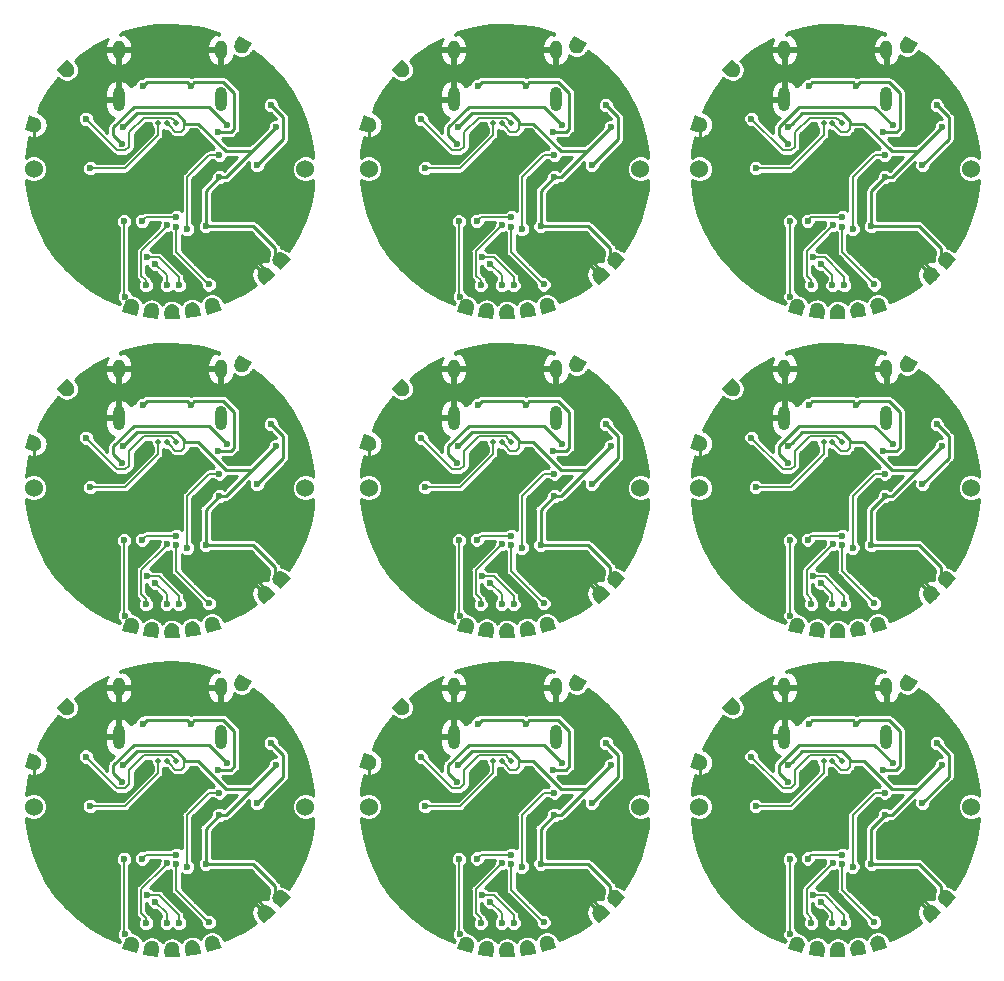
<source format=gbl>
%MOIN*%
%OFA0B0*%
%FSLAX46Y46*%
%IPPOS*%
%LPD*%
%ADD10C,0.05*%
%ADD11C,0.0039370078740157488*%
%ADD12C,0.060000000000000005*%
%ADD13O,0.03937007874015748X0.062992125984251982*%
%ADD14O,0.03937007874015748X0.082677165354330714*%
%ADD15C,0.023622047244094488*%
%ADD16C,0.01968503937007874*%
%ADD17C,0.00984251968503937*%
%ADD18C,0.005905511811023622*%
%ADD19C,0.01*%
%ADD30C,0.05*%
%ADD31C,0.0039370078740157488*%
%ADD32C,0.060000000000000005*%
%ADD33O,0.03937007874015748X0.062992125984251982*%
%ADD34O,0.03937007874015748X0.082677165354330714*%
%ADD35C,0.023622047244094488*%
%ADD36C,0.01968503937007874*%
%ADD37C,0.00984251968503937*%
%ADD38C,0.005905511811023622*%
%ADD39C,0.01*%
%ADD40C,0.05*%
%ADD41C,0.0039370078740157488*%
%ADD42C,0.060000000000000005*%
%ADD43O,0.03937007874015748X0.062992125984251982*%
%ADD44O,0.03937007874015748X0.082677165354330714*%
%ADD45C,0.023622047244094488*%
%ADD46C,0.01968503937007874*%
%ADD47C,0.00984251968503937*%
%ADD48C,0.005905511811023622*%
%ADD49C,0.01*%
%ADD50C,0.05*%
%ADD51C,0.0039370078740157488*%
%ADD52C,0.060000000000000005*%
%ADD53O,0.03937007874015748X0.062992125984251982*%
%ADD54O,0.03937007874015748X0.082677165354330714*%
%ADD55C,0.023622047244094488*%
%ADD56C,0.01968503937007874*%
%ADD57C,0.00984251968503937*%
%ADD58C,0.005905511811023622*%
%ADD59C,0.01*%
%ADD60C,0.05*%
%ADD61C,0.0039370078740157488*%
%ADD62C,0.060000000000000005*%
%ADD63O,0.03937007874015748X0.062992125984251982*%
%ADD64O,0.03937007874015748X0.082677165354330714*%
%ADD65C,0.023622047244094488*%
%ADD66C,0.01968503937007874*%
%ADD67C,0.00984251968503937*%
%ADD68C,0.005905511811023622*%
%ADD69C,0.01*%
%ADD70C,0.05*%
%ADD71C,0.0039370078740157488*%
%ADD72C,0.060000000000000005*%
%ADD73O,0.03937007874015748X0.062992125984251982*%
%ADD74O,0.03937007874015748X0.082677165354330714*%
%ADD75C,0.023622047244094488*%
%ADD76C,0.01968503937007874*%
%ADD77C,0.00984251968503937*%
%ADD78C,0.005905511811023622*%
%ADD79C,0.01*%
%ADD80C,0.05*%
%ADD81C,0.0039370078740157488*%
%ADD82C,0.060000000000000005*%
%ADD83O,0.03937007874015748X0.062992125984251982*%
%ADD84O,0.03937007874015748X0.082677165354330714*%
%ADD85C,0.023622047244094488*%
%ADD86C,0.01968503937007874*%
%ADD87C,0.00984251968503937*%
%ADD88C,0.005905511811023622*%
%ADD89C,0.01*%
%ADD90C,0.05*%
%ADD91C,0.0039370078740157488*%
%ADD92C,0.060000000000000005*%
%ADD93O,0.03937007874015748X0.062992125984251982*%
%ADD94O,0.03937007874015748X0.082677165354330714*%
%ADD95C,0.023622047244094488*%
%ADD96C,0.01968503937007874*%
%ADD97C,0.00984251968503937*%
%ADD98C,0.005905511811023622*%
%ADD99C,0.01*%
%ADD100C,0.05*%
%ADD101C,0.0039370078740157488*%
%ADD102C,0.060000000000000005*%
%ADD103O,0.03937007874015748X0.062992125984251982*%
%ADD104O,0.03937007874015748X0.082677165354330714*%
%ADD105C,0.023622047244094488*%
%ADD106C,0.01968503937007874*%
%ADD107C,0.00984251968503937*%
%ADD108C,0.005905511811023622*%
%ADD109C,0.01*%
G01*
D10*
X-0005525984Y0007244094D02*
X0000869015Y0003134094D03*
D11*
G36*
X0000872097Y0003098873D02*
X0000852946Y0003114943D01*
X0000852965Y0003114966D01*
X0000852025Y0003115754D01*
X0000850309Y0003117508D01*
X0000848774Y0003119421D01*
X0000847433Y0003121476D01*
X0000846300Y0003123652D01*
X0000845386Y0003125929D01*
X0000844700Y0003128284D01*
X0000844247Y0003130696D01*
X0000844033Y0003133140D01*
X0000844060Y0003135593D01*
X0000844327Y0003138032D01*
X0000844832Y0003140433D01*
X0000845570Y0003142772D01*
X0000846533Y0003145029D01*
X0000847713Y0003147180D01*
X0000849099Y0003149205D01*
X0000850676Y0003151084D01*
X0000852429Y0003152800D01*
X0000854343Y0003154335D01*
X0000856397Y0003155676D01*
X0000858573Y0003156809D01*
X0000860850Y0003157723D01*
X0000863206Y0003158410D01*
X0000865617Y0003158862D01*
X0000868061Y0003159076D01*
X0000870514Y0003159049D01*
X0000872953Y0003158782D01*
X0000875354Y0003158277D01*
X0000877694Y0003157539D01*
X0000879950Y0003156576D01*
X0000882101Y0003155396D01*
X0000884126Y0003154011D01*
X0000885066Y0003153222D01*
X0000885085Y0003153245D01*
X0000904236Y0003137175D01*
X0000872097Y0003098873D01*
X0000872097Y0003098873D01*
G37*
D10*
X0000159015Y0003766594D03*
D11*
G36*
X0000158398Y0003801944D02*
X0000176382Y0003784577D01*
X0000176361Y0003784556D01*
X0000177243Y0003783704D01*
X0000178832Y0003781835D01*
X0000180231Y0003779819D01*
X0000181425Y0003777676D01*
X0000182403Y0003775426D01*
X0000183156Y0003773091D01*
X0000183677Y0003770693D01*
X0000183960Y0003768256D01*
X0000184003Y0003765803D01*
X0000183805Y0003763358D01*
X0000183368Y0003760944D01*
X0000182697Y0003758584D01*
X0000181798Y0003756301D01*
X0000180679Y0003754118D01*
X0000179352Y0003752054D01*
X0000177829Y0003750131D01*
X0000176125Y0003748366D01*
X0000174256Y0003746777D01*
X0000172240Y0003745378D01*
X0000170097Y0003744184D01*
X0000167847Y0003743206D01*
X0000165512Y0003742453D01*
X0000163115Y0003741932D01*
X0000160677Y0003741649D01*
X0000158225Y0003741607D01*
X0000155779Y0003741804D01*
X0000153365Y0003742241D01*
X0000151005Y0003742912D01*
X0000148722Y0003743811D01*
X0000146539Y0003744930D01*
X0000144475Y0003746257D01*
X0000142552Y0003747780D01*
X0000141670Y0003748632D01*
X0000141649Y0003748610D01*
X0000123665Y0003765977D01*
X0000158398Y0003801944D01*
X0000158398Y0003801944D01*
G37*
D10*
X0000819015Y0003084094D03*
D11*
G36*
X0000817165Y0003048787D02*
X0000800437Y0003067366D01*
X0000800459Y0003067386D01*
X0000799638Y0003068297D01*
X0000798183Y0003070273D01*
X0000796929Y0003072381D01*
X0000795887Y0003074603D01*
X0000795068Y0003076915D01*
X0000794480Y0003079297D01*
X0000794128Y0003081725D01*
X0000794015Y0003084176D01*
X0000794144Y0003086626D01*
X0000794512Y0003089051D01*
X0000795116Y0003091429D01*
X0000795950Y0003093737D01*
X0000797006Y0003095951D01*
X0000798274Y0003098051D01*
X0000799742Y0003100017D01*
X0000801395Y0003101829D01*
X0000803219Y0003103471D01*
X0000805194Y0003104926D01*
X0000807302Y0003106180D01*
X0000809524Y0003107222D01*
X0000811836Y0003108041D01*
X0000814218Y0003108629D01*
X0000816646Y0003108982D01*
X0000819097Y0003109094D01*
X0000821547Y0003108965D01*
X0000823973Y0003108598D01*
X0000826351Y0003107994D01*
X0000828658Y0003107160D01*
X0000830872Y0003106103D01*
X0000832972Y0003104835D01*
X0000834938Y0003103367D01*
X0000836751Y0003101714D01*
X0000837571Y0003100802D01*
X0000837594Y0003100822D01*
X0000854322Y0003082244D01*
X0000817165Y0003048787D01*
X0000817165Y0003048787D01*
G37*
D10*
X0000049015Y0003584094D03*
D11*
G36*
X0000032964Y0003615596D02*
X0000056741Y0003607870D01*
X0000056731Y0003607842D01*
X0000057898Y0003607463D01*
X0000060146Y0003606480D01*
X0000062286Y0003605281D01*
X0000064299Y0003603878D01*
X0000066165Y0003602285D01*
X0000067865Y0003600516D01*
X0000069384Y0003598589D01*
X0000070707Y0003596523D01*
X0000071820Y0003594337D01*
X0000072715Y0003592052D01*
X0000073381Y0003589691D01*
X0000073812Y0003587276D01*
X0000074004Y0003584830D01*
X0000073956Y0003582377D01*
X0000073668Y0003579941D01*
X0000073142Y0003577545D01*
X0000072384Y0003575211D01*
X0000071401Y0003572963D01*
X0000070202Y0003570823D01*
X0000068799Y0003568810D01*
X0000067206Y0003566945D01*
X0000065437Y0003565244D01*
X0000063511Y0003563725D01*
X0000061444Y0003562403D01*
X0000059258Y0003561289D01*
X0000056974Y0003560395D01*
X0000054612Y0003559729D01*
X0000052197Y0003559297D01*
X0000049751Y0003559105D01*
X0000047298Y0003559153D01*
X0000044862Y0003559441D01*
X0000042466Y0003559967D01*
X0000041299Y0003560346D01*
X0000041290Y0003560318D01*
X0000017513Y0003568043D01*
X0000032964Y0003615596D01*
X0000032964Y0003615596D01*
G37*
D10*
X0000643015Y0002982594D03*
D11*
G36*
X0000626417Y0002951377D02*
X0000619108Y0002975285D01*
X0000619136Y0002975294D01*
X0000618778Y0002976467D01*
X0000618294Y0002978872D01*
X0000618048Y0002981313D01*
X0000618043Y0002983766D01*
X0000618278Y0002986208D01*
X0000618751Y0002988616D01*
X0000619458Y0002990965D01*
X0000620392Y0002993234D01*
X0000621544Y0002995400D01*
X0000622903Y0002997443D01*
X0000624455Y0002999343D01*
X0000626186Y0003001081D01*
X0000628079Y0003002642D01*
X0000630116Y0003004009D01*
X0000632277Y0003005170D01*
X0000634542Y0003006114D01*
X0000636888Y0003006831D01*
X0000639293Y0003007315D01*
X0000641734Y0003007561D01*
X0000644187Y0003007566D01*
X0000646630Y0003007331D01*
X0000649037Y0003006858D01*
X0000651386Y0003006151D01*
X0000653655Y0003005217D01*
X0000655821Y0003004065D01*
X0000657864Y0003002707D01*
X0000659764Y0003001154D01*
X0000661502Y0002999423D01*
X0000663063Y0002997530D01*
X0000664430Y0002995493D01*
X0000665592Y0002993332D01*
X0000666535Y0002991068D01*
X0000666894Y0002989894D01*
X0000666923Y0002989903D01*
X0000674232Y0002965996D01*
X0000626417Y0002951377D01*
X0000626417Y0002951377D01*
G37*
D10*
X0000374015Y0002978594D03*
D11*
G36*
X0000343397Y0002960916D02*
X0000349867Y0002985064D01*
X0000349896Y0002985057D01*
X0000350214Y0002986242D01*
X0000351078Y0002988538D01*
X0000352163Y0002990738D01*
X0000353459Y0002992821D01*
X0000354952Y0002994768D01*
X0000356629Y0002996559D01*
X0000358474Y0002998176D01*
X0000360468Y0002999605D01*
X0000362593Y0003000832D01*
X0000364827Y0003001844D01*
X0000367151Y0003002633D01*
X0000369540Y0003003190D01*
X0000371972Y0003003510D01*
X0000374424Y0003003591D01*
X0000376872Y0003003430D01*
X0000379293Y0003003031D01*
X0000381663Y0003002396D01*
X0000383959Y0003001531D01*
X0000386159Y0003000446D01*
X0000388243Y0002999151D01*
X0000390189Y0002997657D01*
X0000391980Y0002995980D01*
X0000393597Y0002994136D01*
X0000395026Y0002992141D01*
X0000396253Y0002990017D01*
X0000397266Y0002987782D01*
X0000398054Y0002985459D01*
X0000398611Y0002983069D01*
X0000398932Y0002980637D01*
X0000399012Y0002978185D01*
X0000398851Y0002975737D01*
X0000398452Y0002973316D01*
X0000398134Y0002972131D01*
X0000398163Y0002972124D01*
X0000391693Y0002947975D01*
X0000343397Y0002960916D01*
X0000343397Y0002960916D01*
G37*
D10*
X0000509015Y0002961094D03*
D11*
G36*
X0000484455Y0002935661D02*
X0000484019Y0002960658D01*
X0000484049Y0002960658D01*
X0000484028Y0002961885D01*
X0000484226Y0002964330D01*
X0000484662Y0002966744D01*
X0000485333Y0002969104D01*
X0000486232Y0002971387D01*
X0000487351Y0002973570D01*
X0000488678Y0002975634D01*
X0000490201Y0002977557D01*
X0000491906Y0002979322D01*
X0000493775Y0002980911D01*
X0000495790Y0002982310D01*
X0000497934Y0002983504D01*
X0000500183Y0002984482D01*
X0000502518Y0002985235D01*
X0000504916Y0002985756D01*
X0000507353Y0002986039D01*
X0000509806Y0002986081D01*
X0000512251Y0002985884D01*
X0000514666Y0002985447D01*
X0000517025Y0002984776D01*
X0000519308Y0002983877D01*
X0000521492Y0002982758D01*
X0000523555Y0002981431D01*
X0000525478Y0002979908D01*
X0000527243Y0002978204D01*
X0000528832Y0002976335D01*
X0000530231Y0002974319D01*
X0000531425Y0002972176D01*
X0000532403Y0002969926D01*
X0000533156Y0002967591D01*
X0000533677Y0002965193D01*
X0000533960Y0002962756D01*
X0000533981Y0002961530D01*
X0000534011Y0002961530D01*
X0000534448Y0002936534D01*
X0000484455Y0002935661D01*
X0000484455Y0002935661D01*
G37*
D10*
X0000576515Y0002967094D03*
D11*
G36*
X0000555734Y0002938491D02*
X0000551823Y0002963183D01*
X0000551853Y0002963188D01*
X0000551661Y0002964399D01*
X0000551516Y0002966849D01*
X0000551613Y0002969300D01*
X0000551949Y0002971730D01*
X0000552522Y0002974116D01*
X0000553325Y0002976434D01*
X0000554353Y0002978662D01*
X0000555593Y0002980779D01*
X0000557035Y0002982763D01*
X0000558665Y0002984597D01*
X0000560466Y0002986263D01*
X0000562423Y0002987743D01*
X0000564514Y0002989025D01*
X0000566722Y0002990096D01*
X0000569024Y0002990945D01*
X0000571397Y0002991565D01*
X0000573821Y0002991948D01*
X0000576270Y0002992093D01*
X0000578721Y0002991996D01*
X0000581152Y0002991660D01*
X0000583537Y0002991088D01*
X0000585855Y0002990284D01*
X0000588083Y0002989257D01*
X0000590200Y0002988016D01*
X0000592185Y0002986574D01*
X0000594018Y0002984944D01*
X0000595684Y0002983143D01*
X0000597165Y0002981187D01*
X0000598446Y0002979095D01*
X0000599517Y0002976887D01*
X0000600366Y0002974586D01*
X0000600986Y0002972212D01*
X0000601178Y0002971000D01*
X0000601207Y0002971005D01*
X0000605118Y0002946313D01*
X0000555734Y0002938491D01*
X0000555734Y0002938491D01*
G37*
D10*
X0000441015Y0002965094D03*
D11*
G36*
X0000412779Y0002943817D02*
X0000416259Y0002968573D01*
X0000416288Y0002968569D01*
X0000416459Y0002969784D01*
X0000417037Y0002972168D01*
X0000417846Y0002974484D01*
X0000418878Y0002976710D01*
X0000420123Y0002978824D01*
X0000421569Y0002980806D01*
X0000423203Y0002982636D01*
X0000425008Y0002984298D01*
X0000426968Y0002985774D01*
X0000429062Y0002987051D01*
X0000431272Y0002988117D01*
X0000433576Y0002988961D01*
X0000435951Y0002989576D01*
X0000438375Y0002989954D01*
X0000440824Y0002990093D01*
X0000443276Y0002989992D01*
X0000445705Y0002989650D01*
X0000448089Y0002989072D01*
X0000450406Y0002988263D01*
X0000452631Y0002987231D01*
X0000454745Y0002985986D01*
X0000456727Y0002984540D01*
X0000458557Y0002982906D01*
X0000460219Y0002981101D01*
X0000461695Y0002979142D01*
X0000462973Y0002977047D01*
X0000464038Y0002974837D01*
X0000464883Y0002972534D01*
X0000465497Y0002970158D01*
X0000465875Y0002967734D01*
X0000466014Y0002965285D01*
X0000465913Y0002962834D01*
X0000465742Y0002961619D01*
X0000465772Y0002961615D01*
X0000462293Y0002936858D01*
X0000412779Y0002943817D01*
X0000412779Y0002943817D01*
G37*
D10*
X0000741515Y0003846594D03*
D11*
G36*
X0000775666Y0003855745D02*
X0000763166Y0003834094D01*
X0000763140Y0003834109D01*
X0000762526Y0003833047D01*
X0000761097Y0003831052D01*
X0000759480Y0003829208D01*
X0000757689Y0003827531D01*
X0000755743Y0003826037D01*
X0000753659Y0003824742D01*
X0000751459Y0003823657D01*
X0000749163Y0003822792D01*
X0000746793Y0003822157D01*
X0000744372Y0003821758D01*
X0000741924Y0003821597D01*
X0000739472Y0003821678D01*
X0000737040Y0003821998D01*
X0000734650Y0003822555D01*
X0000732327Y0003823344D01*
X0000730093Y0003824356D01*
X0000727968Y0003825583D01*
X0000725974Y0003827012D01*
X0000724129Y0003828629D01*
X0000722452Y0003830420D01*
X0000720959Y0003832366D01*
X0000719663Y0003834450D01*
X0000718578Y0003836650D01*
X0000717714Y0003838946D01*
X0000717079Y0003841316D01*
X0000716679Y0003843737D01*
X0000716519Y0003846185D01*
X0000716599Y0003848637D01*
X0000716919Y0003851069D01*
X0000717476Y0003853459D01*
X0000718265Y0003855782D01*
X0000719277Y0003858017D01*
X0000719891Y0003859079D01*
X0000719865Y0003859094D01*
X0000732365Y0003880745D01*
X0000775666Y0003855745D01*
X0000775666Y0003855745D01*
G37*
D12*
X0000953956Y0003436594D03*
X0000048444Y0003436594D03*
D13*
X0000331436Y0003834232D03*
X0000671594Y0003834232D03*
D14*
X0000331436Y0003669665D03*
X0000671594Y0003669665D03*
D15*
X0000504015Y0003341594D03*
X0000501515Y0003526594D03*
X0000239015Y0003509094D03*
X0000239015Y0003539094D03*
X0000409015Y0003341594D03*
X0000594015Y0003341594D03*
X0000501515Y0003434094D03*
X0000594015Y0003526594D03*
X0000409015Y0003526594D03*
X0000594015Y0003121594D03*
X0000679015Y0003129094D03*
X0000709015Y0003129094D03*
X0000739015Y0003129094D03*
X0000234015Y0003241594D03*
X0000271515Y0003241594D03*
X0000221515Y0003216594D03*
X0000151515Y0003691594D03*
X0000499015Y0003164094D03*
X0000501515Y0003899094D03*
X0000534015Y0003899094D03*
X0000469015Y0003899094D03*
X0000864015Y0003731594D03*
X0000891515Y0003706594D03*
X0000881515Y0003386594D03*
X0000936515Y0003279094D03*
X0000946515Y0003301594D03*
X0000301515Y0003414094D03*
X0000109015Y0003404094D03*
X0000154015Y0003651594D03*
X0000181515Y0003596594D03*
X0000116515Y0003159094D03*
X0000666417Y0003484094D03*
X0000559015Y0003236594D03*
X0000666417Y0003409094D03*
X0000856515Y0003576594D03*
X0000621023Y0003246102D03*
X0000345023Y0003575587D03*
X0000409015Y0003264094D03*
D16*
X0000491515Y0003589096D03*
D15*
X0000524016Y0003276594D03*
X0000531515Y0003049094D03*
X0000426515Y0003141594D03*
X0000454015Y0003119094D03*
X0000491515Y0003049094D03*
X0000492738Y0003248641D03*
X0000523538Y0003244570D03*
X0000411948Y0003714094D03*
X0000571515Y0003714094D03*
X0000661515Y0003559094D03*
X0000694015Y0003581870D03*
X0000344015Y0003519094D03*
X0000839015Y0003649094D03*
X0000791515Y0003449094D03*
X0000349015Y0003261594D03*
X0000351515Y0003011078D03*
X0000421515Y0003049094D03*
X0000631515Y0003051596D03*
X0000221515Y0003604094D03*
D16*
X0000524015Y0003589094D03*
D15*
X0000236515Y0003439094D03*
D16*
X0000462658Y0003589094D03*
D17*
X0000774015Y0003129094D02*
X0000819015Y0003084094D01*
X0000739015Y0003129094D02*
X0000774015Y0003129094D01*
X0000819015Y0003101594D02*
X0000819015Y0003084094D01*
X0000774015Y0003146594D02*
X0000819015Y0003101594D01*
X0000709015Y0003129094D02*
X0000726515Y0003146594D01*
X0000726515Y0003146594D02*
X0000774015Y0003146594D01*
X0000049015Y0003584094D02*
X0000049015Y0003516594D01*
X0000049015Y0003516594D02*
X0000044015Y0003511594D01*
D18*
X0000559015Y0003409094D02*
X0000559015Y0003236594D01*
X0000666417Y0003484094D02*
X0000634015Y0003484094D01*
X0000634015Y0003484094D02*
X0000559015Y0003409094D01*
X0000520218Y0003560393D02*
X0000501358Y0003579253D01*
X0000550216Y0003570118D02*
X0000540492Y0003560393D01*
X0000550216Y0003588070D02*
X0000550216Y0003570118D01*
X0000540492Y0003560393D02*
X0000520218Y0003560393D01*
X0000501358Y0003579253D02*
X0000491515Y0003589096D01*
X0000526180Y0003619862D02*
X0000550216Y0003595826D01*
X0000409015Y0003264094D02*
X0000421515Y0003276594D01*
X0000507312Y0003276594D02*
X0000524016Y0003276594D01*
X0000421515Y0003276594D02*
X0000507312Y0003276594D01*
D17*
X0000666417Y0003409094D02*
X0000689015Y0003409094D01*
X0000356834Y0003587398D02*
X0000345023Y0003575587D01*
X0000391266Y0003621830D02*
X0000356834Y0003587398D01*
X0000524212Y0003621830D02*
X0000391266Y0003621830D01*
X0000526180Y0003619862D02*
X0000524212Y0003621830D01*
X0000550216Y0003595826D02*
X0000550216Y0003588070D01*
X0000524212Y0003621830D02*
X0000550216Y0003595826D01*
X0000689055Y0003409133D02*
X0000689015Y0003409094D01*
X0000595944Y0003588070D02*
X0000689055Y0003494960D01*
X0000550216Y0003588070D02*
X0000595944Y0003588070D01*
X0000774881Y0003494960D02*
X0000789015Y0003509094D01*
X0000689055Y0003494960D02*
X0000774881Y0003494960D01*
X0000689015Y0003409094D02*
X0000789015Y0003509094D01*
X0000789015Y0003509094D02*
X0000856515Y0003576594D01*
X0000621023Y0003363700D02*
X0000666417Y0003409094D01*
X0000621023Y0003246102D02*
X0000621023Y0003363700D01*
X0000779507Y0003246102D02*
X0000854015Y0003171594D01*
X0000621023Y0003246102D02*
X0000779507Y0003246102D01*
X0000854015Y0003149094D02*
X0000869015Y0003134094D01*
X0000854015Y0003171594D02*
X0000854015Y0003149094D01*
D18*
X0000466515Y0003141594D02*
X0000426515Y0003141594D01*
X0000531515Y0003049094D02*
X0000531515Y0003076594D01*
X0000531515Y0003076594D02*
X0000466515Y0003141594D01*
X0000454015Y0003119094D02*
X0000491515Y0003081594D01*
X0000491515Y0003081594D02*
X0000491515Y0003049094D01*
D17*
X0000583326Y0003725905D02*
X0000571515Y0003714094D01*
X0000680158Y0003725905D02*
X0000583326Y0003725905D01*
X0000716653Y0003689410D02*
X0000680158Y0003725905D01*
X0000716653Y0003571003D02*
X0000716653Y0003689410D01*
X0000704744Y0003559094D02*
X0000716653Y0003571003D01*
X0000661515Y0003559094D02*
X0000704744Y0003559094D01*
X0000879153Y0003536732D02*
X0000791515Y0003449094D01*
X0000839015Y0003649094D02*
X0000879153Y0003608956D01*
X0000879153Y0003608956D02*
X0000879153Y0003536732D01*
D18*
X0000349015Y0003261594D02*
X0000349015Y0003013578D01*
X0000349015Y0003013578D02*
X0000351515Y0003011078D01*
X0000480927Y0003236830D02*
X0000492738Y0003248641D01*
X0000405846Y0003161749D02*
X0000480927Y0003236830D01*
X0000405846Y0003081467D02*
X0000405846Y0003161749D01*
X0000421515Y0003065797D02*
X0000405846Y0003081467D01*
X0000421515Y0003049094D02*
X0000421515Y0003065797D01*
X0000523538Y0003159573D02*
X0000619704Y0003063407D01*
X0000619704Y0003063407D02*
X0000631515Y0003051596D01*
X0000523538Y0003244570D02*
X0000523538Y0003159573D01*
D17*
X0000559015Y0003726594D02*
X0000571515Y0003714094D01*
X0000411948Y0003714094D02*
X0000424448Y0003726594D01*
X0000424448Y0003726594D02*
X0000559015Y0003726594D01*
X0000314015Y0003549094D02*
X0000344015Y0003519094D01*
X0000314015Y0003576594D02*
X0000314015Y0003549094D01*
X0000381515Y0003644094D02*
X0000314015Y0003576594D01*
X0000694015Y0003581870D02*
X0000631791Y0003644094D01*
X0000631791Y0003644094D02*
X0000381515Y0003644094D01*
D18*
X0000505058Y0003608050D02*
X0000514172Y0003598936D01*
X0000366515Y0003559094D02*
X0000415471Y0003608050D01*
X0000366515Y0003511003D02*
X0000366515Y0003559094D01*
X0000415471Y0003608050D02*
X0000505058Y0003608050D01*
X0000353937Y0003498425D02*
X0000366515Y0003511003D01*
X0000327185Y0003498425D02*
X0000353937Y0003498425D01*
X0000514172Y0003598936D02*
X0000524015Y0003589094D01*
X0000221515Y0003604094D02*
X0000327185Y0003498425D01*
X0000462658Y0003575175D02*
X0000462658Y0003589094D01*
X0000462658Y0003549646D02*
X0000462658Y0003575175D01*
X0000352106Y0003439094D02*
X0000462658Y0003549646D01*
X0000236515Y0003439094D02*
X0000352106Y0003439094D01*
D19*
G36*
X0000558475Y0003914273D02*
X0000611366Y0003904947D01*
X0000662889Y0003889783D01*
X0000666594Y0003888225D01*
X0000666594Y0003884151D01*
X0000659709Y0003889118D01*
X0000643532Y0003881175D01*
X0000632224Y0003867762D01*
X0000626909Y0003851043D01*
X0000626909Y0003839232D01*
X0000666594Y0003839232D01*
X0000666594Y0003840019D01*
X0000676594Y0003840019D01*
X0000676594Y0003839232D01*
X0000677381Y0003839232D01*
X0000677381Y0003829232D01*
X0000676594Y0003829232D01*
X0000676594Y0003784312D01*
X0000683479Y0003779345D01*
X0000699655Y0003787288D01*
X0000710964Y0003800701D01*
X0000715750Y0003815756D01*
X0000716869Y0003814774D01*
X0000719306Y0003813028D01*
X0000723551Y0003810578D01*
X0000726281Y0003809340D01*
X0000730922Y0003807765D01*
X0000733842Y0003807084D01*
X0000738701Y0003806444D01*
X0000741697Y0003806346D01*
X0000746588Y0003806667D01*
X0000749546Y0003807155D01*
X0000754280Y0003808424D01*
X0000757086Y0003809480D01*
X0000761481Y0003811647D01*
X0000764027Y0003813230D01*
X0000767915Y0003816214D01*
X0000770104Y0003818264D01*
X0000773335Y0003821948D01*
X0000775081Y0003824385D01*
X0000776004Y0003825983D01*
X0000776411Y0003826447D01*
X0000778069Y0003829319D01*
X0000802951Y0003811505D01*
X0000842863Y0003775567D01*
X0000878521Y0003735405D01*
X0000909480Y0003691519D01*
X0000935353Y0003644454D01*
X0000955820Y0003594800D01*
X0000970623Y0003543173D01*
X0000979580Y0003490218D01*
X0000980504Y0003473685D01*
X0000979447Y0003474743D01*
X0000962907Y0003481594D01*
X0000945005Y0003481594D01*
X0000928466Y0003474743D01*
X0000915807Y0003462084D01*
X0000908956Y0003445545D01*
X0000908956Y0003427643D01*
X0000915807Y0003411104D01*
X0000928466Y0003398445D01*
X0000945005Y0003391594D01*
X0000962907Y0003391594D01*
X0000979447Y0003398445D01*
X0000980395Y0003399393D01*
X0000977897Y0003369643D01*
X0000967465Y0003316958D01*
X0000951225Y0003265765D01*
X0000929381Y0003216701D01*
X0000902203Y0003170378D01*
X0000896903Y0003163293D01*
X0000894916Y0003164961D01*
X0000894374Y0003165258D01*
X0000892961Y0003166444D01*
X0000890487Y0003168136D01*
X0000886190Y0003170494D01*
X0000883433Y0003171671D01*
X0000878759Y0003173145D01*
X0000875825Y0003173762D01*
X0000873853Y0003173978D01*
X0000873077Y0003177877D01*
X0000872781Y0003179367D01*
X0000868378Y0003185956D01*
X0000866714Y0003187068D01*
X0000794981Y0003258801D01*
X0000793870Y0003260464D01*
X0000787280Y0003264867D01*
X0000781469Y0003266023D01*
X0000781469Y0003266023D01*
X0000779507Y0003266413D01*
X0000777545Y0003266023D01*
X0000640944Y0003266023D01*
X0000640944Y0003355449D01*
X0000667779Y0003382283D01*
X0000671750Y0003382283D01*
X0000681604Y0003386365D01*
X0000684412Y0003389173D01*
X0000687053Y0003389173D01*
X0000689015Y0003388782D01*
X0000690977Y0003389173D01*
X0000690977Y0003389173D01*
X0000696788Y0003390329D01*
X0000703378Y0003394732D01*
X0000704489Y0003396395D01*
X0000766248Y0003458154D01*
X0000764704Y0003454427D01*
X0000764704Y0003443761D01*
X0000768786Y0003433907D01*
X0000776328Y0003426365D01*
X0000786182Y0003422283D01*
X0000796848Y0003422283D01*
X0000806702Y0003426365D01*
X0000814245Y0003433907D01*
X0000818326Y0003443761D01*
X0000818326Y0003447732D01*
X0000891852Y0003521258D01*
X0000893515Y0003522369D01*
X0000897184Y0003527859D01*
X0000897918Y0003528959D01*
X0000899465Y0003536732D01*
X0000899074Y0003538694D01*
X0000899074Y0003606994D01*
X0000899465Y0003608956D01*
X0000898841Y0003612089D01*
X0000897918Y0003616729D01*
X0000893515Y0003623319D01*
X0000891852Y0003624430D01*
X0000865826Y0003650456D01*
X0000865826Y0003654427D01*
X0000861745Y0003664281D01*
X0000854202Y0003671823D01*
X0000844348Y0003675905D01*
X0000833682Y0003675905D01*
X0000823828Y0003671823D01*
X0000816286Y0003664281D01*
X0000812204Y0003654427D01*
X0000812204Y0003643761D01*
X0000816286Y0003633907D01*
X0000823828Y0003626365D01*
X0000833682Y0003622283D01*
X0000837653Y0003622283D01*
X0000856531Y0003603405D01*
X0000851182Y0003603405D01*
X0000841328Y0003599323D01*
X0000833786Y0003591781D01*
X0000829704Y0003581927D01*
X0000829704Y0003577956D01*
X0000776316Y0003524568D01*
X0000776316Y0003524568D01*
X0000766630Y0003514881D01*
X0000697306Y0003514881D01*
X0000676081Y0003536107D01*
X0000676702Y0003536365D01*
X0000679510Y0003539173D01*
X0000702782Y0003539173D01*
X0000704744Y0003538782D01*
X0000706706Y0003539173D01*
X0000706706Y0003539173D01*
X0000712516Y0003540329D01*
X0000719106Y0003544732D01*
X0000720218Y0003546395D01*
X0000729352Y0003555530D01*
X0000731015Y0003556641D01*
X0000735418Y0003563231D01*
X0000736574Y0003569041D01*
X0000736574Y0003569042D01*
X0000736965Y0003571003D01*
X0000736574Y0003572965D01*
X0000736574Y0003687448D01*
X0000736965Y0003689410D01*
X0000736545Y0003691519D01*
X0000735418Y0003697183D01*
X0000731015Y0003703772D01*
X0000729352Y0003704884D01*
X0000695632Y0003738604D01*
X0000694521Y0003740267D01*
X0000687931Y0003744670D01*
X0000682120Y0003745826D01*
X0000682120Y0003745826D01*
X0000680158Y0003746217D01*
X0000678196Y0003745826D01*
X0000585288Y0003745826D01*
X0000583326Y0003746217D01*
X0000575553Y0003744670D01*
X0000574053Y0003743668D01*
X0000571686Y0003742087D01*
X0000566788Y0003745359D01*
X0000560977Y0003746515D01*
X0000560977Y0003746515D01*
X0000559015Y0003746906D01*
X0000557053Y0003746515D01*
X0000426410Y0003746515D01*
X0000424448Y0003746906D01*
X0000416675Y0003745359D01*
X0000415644Y0003744670D01*
X0000410086Y0003740956D01*
X0000410051Y0003740905D01*
X0000406615Y0003740905D01*
X0000396761Y0003736823D01*
X0000389219Y0003729281D01*
X0000385137Y0003719427D01*
X0000385137Y0003718326D01*
X0000382207Y0003718326D01*
X0000371991Y0003714095D01*
X0000370837Y0003712941D01*
X0000370807Y0003713038D01*
X0000359498Y0003726451D01*
X0000343321Y0003734394D01*
X0000336436Y0003729427D01*
X0000336436Y0003674665D01*
X0000337224Y0003674665D01*
X0000337224Y0003664665D01*
X0000336436Y0003664665D01*
X0000336436Y0003663877D01*
X0000326436Y0003663877D01*
X0000326436Y0003664665D01*
X0000286751Y0003664665D01*
X0000286751Y0003643011D01*
X0000292066Y0003626292D01*
X0000303375Y0003612879D01*
X0000315952Y0003606703D01*
X0000301316Y0003592068D01*
X0000299653Y0003590956D01*
X0000295250Y0003584367D01*
X0000294440Y0003580298D01*
X0000293704Y0003576594D01*
X0000294094Y0003574632D01*
X0000294094Y0003556904D01*
X0000248326Y0003602672D01*
X0000248326Y0003609427D01*
X0000244245Y0003619281D01*
X0000236702Y0003626823D01*
X0000226848Y0003630905D01*
X0000216182Y0003630905D01*
X0000206328Y0003626823D01*
X0000198786Y0003619281D01*
X0000194704Y0003609427D01*
X0000194704Y0003598761D01*
X0000198786Y0003588907D01*
X0000206328Y0003581365D01*
X0000216182Y0003577283D01*
X0000222937Y0003577283D01*
X0000313240Y0003486980D01*
X0000314241Y0003485481D01*
X0000320180Y0003481514D01*
X0000325416Y0003480472D01*
X0000325417Y0003480472D01*
X0000327185Y0003480120D01*
X0000328952Y0003480472D01*
X0000352169Y0003480472D01*
X0000353937Y0003480120D01*
X0000355704Y0003480472D01*
X0000355705Y0003480472D01*
X0000360941Y0003481514D01*
X0000366880Y0003485481D01*
X0000367881Y0003486980D01*
X0000377960Y0003497059D01*
X0000379458Y0003498060D01*
X0000380460Y0003499559D01*
X0000380460Y0003499559D01*
X0000383426Y0003503999D01*
X0000383711Y0003505429D01*
X0000384468Y0003509235D01*
X0000384468Y0003509235D01*
X0000384820Y0003511003D01*
X0000384468Y0003512771D01*
X0000384468Y0003551658D01*
X0000422908Y0003590097D01*
X0000437815Y0003590097D01*
X0000437815Y0003584152D01*
X0000441597Y0003575022D01*
X0000444705Y0003571914D01*
X0000444705Y0003557082D01*
X0000344670Y0003457047D01*
X0000256479Y0003457047D01*
X0000251702Y0003461823D01*
X0000241848Y0003465905D01*
X0000231182Y0003465905D01*
X0000221328Y0003461823D01*
X0000213786Y0003454281D01*
X0000209704Y0003444427D01*
X0000209704Y0003433761D01*
X0000213786Y0003423907D01*
X0000221328Y0003416365D01*
X0000231182Y0003412283D01*
X0000241848Y0003412283D01*
X0000251702Y0003416365D01*
X0000256479Y0003421141D01*
X0000350338Y0003421141D01*
X0000352106Y0003420790D01*
X0000353874Y0003421141D01*
X0000353874Y0003421141D01*
X0000359111Y0003422183D01*
X0000365049Y0003426151D01*
X0000366051Y0003427650D01*
X0000474102Y0003535701D01*
X0000475601Y0003536703D01*
X0000476602Y0003538202D01*
X0000476603Y0003538202D01*
X0000479569Y0003542641D01*
X0000479569Y0003542641D01*
X0000480611Y0003547878D01*
X0000480611Y0003547878D01*
X0000480962Y0003549646D01*
X0000480611Y0003551414D01*
X0000480611Y0003566723D01*
X0000486574Y0003564253D01*
X0000490969Y0003564253D01*
X0000506273Y0003548949D01*
X0000507274Y0003547450D01*
X0000508773Y0003546449D01*
X0000508773Y0003546448D01*
X0000512577Y0003543907D01*
X0000513213Y0003543482D01*
X0000518450Y0003542440D01*
X0000518450Y0003542440D01*
X0000520218Y0003542089D01*
X0000521986Y0003542440D01*
X0000538724Y0003542440D01*
X0000540492Y0003542089D01*
X0000542260Y0003542440D01*
X0000542260Y0003542440D01*
X0000547496Y0003543482D01*
X0000553435Y0003547450D01*
X0000554436Y0003548949D01*
X0000561660Y0003556173D01*
X0000563159Y0003557174D01*
X0000565123Y0003560113D01*
X0000567127Y0003563113D01*
X0000567670Y0003565844D01*
X0000568129Y0003568149D01*
X0000587693Y0003568149D01*
X0000650124Y0003505718D01*
X0000646453Y0003502047D01*
X0000635783Y0003502047D01*
X0000634015Y0003502398D01*
X0000632247Y0003502047D01*
X0000632247Y0003502047D01*
X0000628193Y0003501240D01*
X0000627010Y0003501005D01*
X0000622571Y0003498039D01*
X0000622571Y0003498039D01*
X0000621072Y0003497037D01*
X0000620071Y0003495538D01*
X0000547571Y0003423039D01*
X0000546072Y0003422037D01*
X0000542104Y0003416099D01*
X0000541062Y0003410862D01*
X0000541062Y0003410862D01*
X0000540711Y0003409094D01*
X0000541062Y0003407326D01*
X0000541062Y0003297464D01*
X0000539203Y0003299323D01*
X0000529349Y0003303405D01*
X0000518683Y0003303405D01*
X0000508828Y0003299323D01*
X0000504052Y0003294547D01*
X0000423283Y0003294547D01*
X0000421515Y0003294898D01*
X0000419747Y0003294547D01*
X0000419747Y0003294547D01*
X0000415693Y0003293740D01*
X0000414510Y0003293505D01*
X0000410619Y0003290905D01*
X0000403682Y0003290905D01*
X0000393828Y0003286823D01*
X0000386286Y0003279281D01*
X0000382204Y0003269427D01*
X0000382204Y0003258761D01*
X0000386286Y0003248907D01*
X0000393828Y0003241365D01*
X0000403682Y0003237283D01*
X0000414348Y0003237283D01*
X0000424202Y0003241365D01*
X0000431745Y0003248907D01*
X0000435777Y0003258641D01*
X0000467860Y0003258641D01*
X0000465927Y0003253974D01*
X0000465927Y0003247219D01*
X0000394402Y0003175694D01*
X0000392903Y0003174692D01*
X0000391901Y0003173193D01*
X0000391901Y0003173193D01*
X0000388935Y0003168754D01*
X0000387541Y0003161749D01*
X0000387893Y0003159981D01*
X0000387893Y0003083235D01*
X0000387541Y0003081467D01*
X0000387893Y0003079699D01*
X0000387893Y0003079699D01*
X0000388935Y0003074462D01*
X0000388935Y0003074462D01*
X0000391641Y0003070412D01*
X0000392903Y0003068523D01*
X0000394402Y0003067522D01*
X0000398451Y0003063473D01*
X0000394704Y0003054427D01*
X0000394704Y0003043761D01*
X0000398786Y0003033907D01*
X0000406328Y0003026365D01*
X0000416182Y0003022283D01*
X0000426848Y0003022283D01*
X0000436702Y0003026365D01*
X0000444245Y0003033907D01*
X0000448326Y0003043761D01*
X0000448326Y0003054427D01*
X0000444245Y0003064281D01*
X0000439097Y0003069428D01*
X0000438426Y0003072802D01*
X0000434458Y0003078740D01*
X0000432960Y0003079742D01*
X0000423799Y0003088903D01*
X0000423799Y0003114783D01*
X0000427204Y0003114783D01*
X0000427204Y0003113761D01*
X0000431286Y0003103907D01*
X0000438828Y0003096365D01*
X0000448682Y0003092283D01*
X0000455437Y0003092283D01*
X0000473562Y0003074158D01*
X0000473562Y0003069058D01*
X0000468786Y0003064281D01*
X0000464704Y0003054427D01*
X0000464704Y0003043761D01*
X0000468786Y0003033907D01*
X0000476328Y0003026365D01*
X0000486182Y0003022283D01*
X0000496848Y0003022283D01*
X0000506702Y0003026365D01*
X0000511515Y0003031177D01*
X0000516328Y0003026365D01*
X0000526182Y0003022283D01*
X0000536848Y0003022283D01*
X0000546702Y0003026365D01*
X0000554245Y0003033907D01*
X0000558326Y0003043761D01*
X0000558326Y0003054427D01*
X0000554245Y0003064281D01*
X0000549468Y0003069058D01*
X0000549468Y0003074826D01*
X0000549820Y0003076594D01*
X0000549468Y0003078362D01*
X0000549468Y0003078362D01*
X0000548426Y0003083599D01*
X0000544458Y0003089537D01*
X0000542960Y0003090539D01*
X0000480460Y0003153038D01*
X0000479458Y0003154537D01*
X0000473520Y0003158505D01*
X0000468283Y0003159547D01*
X0000468283Y0003159547D01*
X0000466515Y0003159898D01*
X0000464747Y0003159547D01*
X0000446479Y0003159547D01*
X0000441702Y0003164323D01*
X0000436121Y0003166635D01*
X0000491316Y0003221830D01*
X0000498071Y0003221830D01*
X0000505348Y0003224844D01*
X0000505585Y0003224606D01*
X0000505585Y0003161341D01*
X0000505234Y0003159573D01*
X0000506627Y0003152568D01*
X0000509593Y0003148129D01*
X0000509593Y0003148128D01*
X0000510595Y0003146630D01*
X0000512094Y0003145628D01*
X0000604704Y0003053018D01*
X0000604704Y0003046263D01*
X0000608786Y0003036408D01*
X0000616328Y0003028866D01*
X0000626182Y0003024785D01*
X0000636848Y0003024785D01*
X0000646702Y0003028866D01*
X0000654245Y0003036408D01*
X0000658326Y0003046263D01*
X0000658326Y0003056929D01*
X0000654245Y0003066783D01*
X0000646702Y0003074325D01*
X0000636848Y0003078407D01*
X0000630093Y0003078407D01*
X0000541491Y0003167009D01*
X0000541491Y0003216202D01*
X0000543828Y0003213865D01*
X0000553682Y0003209783D01*
X0000564348Y0003209783D01*
X0000574202Y0003213865D01*
X0000581745Y0003221407D01*
X0000585826Y0003231261D01*
X0000585826Y0003241927D01*
X0000581745Y0003251781D01*
X0000576968Y0003256558D01*
X0000576968Y0003401658D01*
X0000641452Y0003466141D01*
X0000646453Y0003466141D01*
X0000651230Y0003461365D01*
X0000661084Y0003457283D01*
X0000671750Y0003457283D01*
X0000681604Y0003461365D01*
X0000689146Y0003468907D01*
X0000691686Y0003475039D01*
X0000726787Y0003475039D01*
X0000682588Y0003430840D01*
X0000681604Y0003431823D01*
X0000671750Y0003435905D01*
X0000661084Y0003435905D01*
X0000651230Y0003431823D01*
X0000643687Y0003424281D01*
X0000639606Y0003414427D01*
X0000639606Y0003410456D01*
X0000608324Y0003379174D01*
X0000606661Y0003378063D01*
X0000602258Y0003371473D01*
X0000600712Y0003363700D01*
X0000601102Y0003361738D01*
X0000601102Y0003264097D01*
X0000598294Y0003261289D01*
X0000594212Y0003251435D01*
X0000594212Y0003240769D01*
X0000598294Y0003230915D01*
X0000605836Y0003223373D01*
X0000615690Y0003219291D01*
X0000626356Y0003219291D01*
X0000636210Y0003223373D01*
X0000639018Y0003226181D01*
X0000771256Y0003226181D01*
X0000834094Y0003163342D01*
X0000834094Y0003153964D01*
X0000832615Y0003151269D01*
X0000831438Y0003148511D01*
X0000829964Y0003143837D01*
X0000829347Y0003140904D01*
X0000828814Y0003136032D01*
X0000828781Y0003133034D01*
X0000829203Y0003128215D01*
X0000827784Y0003128576D01*
X0000823832Y0003129175D01*
X0000818937Y0003129432D01*
X0000814944Y0003129249D01*
X0000810094Y0003128545D01*
X0000806213Y0003127587D01*
X0000801593Y0003125951D01*
X0000797974Y0003124253D01*
X0000793762Y0003121748D01*
X0000790544Y0003119377D01*
X0000786902Y0003116097D01*
X0000784208Y0003113145D01*
X0000781275Y0003109218D01*
X0000779209Y0003105795D01*
X0000777099Y0003101372D01*
X0000775740Y0003097613D01*
X0000774534Y0003092863D01*
X0000773934Y0003088910D01*
X0000773678Y0003084016D01*
X0000773861Y0003080023D01*
X0000774564Y0003075173D01*
X0000775522Y0003071292D01*
X0000777158Y0003066672D01*
X0000778856Y0003063053D01*
X0000781362Y0003058841D01*
X0000783732Y0003055622D01*
X0000784967Y0003054251D01*
X0000785283Y0003053721D01*
X0000788131Y0003050557D01*
X0000747840Y0003023380D01*
X0000700244Y0002998498D01*
X0000682404Y0002991578D01*
X0000681548Y0002994375D01*
X0000681256Y0002994919D01*
X0000680717Y0002996683D01*
X0000679563Y0002999450D01*
X0000677244Y0003003767D01*
X0000675573Y0003006257D01*
X0000672455Y0003010038D01*
X0000670331Y0003012154D01*
X0000666536Y0003015254D01*
X0000664039Y0003016915D01*
X0000659712Y0003019215D01*
X0000656939Y0003020357D01*
X0000652246Y0003021769D01*
X0000649305Y0003022348D01*
X0000644427Y0003022817D01*
X0000641429Y0003022811D01*
X0000636552Y0003022320D01*
X0000633613Y0003021729D01*
X0000628926Y0003020296D01*
X0000626159Y0003019142D01*
X0000621842Y0003016823D01*
X0000619353Y0003015151D01*
X0000615571Y0003012034D01*
X0000613456Y0003009910D01*
X0000610355Y0003006115D01*
X0000608695Y0003003618D01*
X0000606394Y0002999291D01*
X0000605252Y0002996518D01*
X0000604951Y0002995516D01*
X0000604352Y0002996163D01*
X0000602111Y0002998155D01*
X0000598146Y0003001035D01*
X0000595560Y0003002551D01*
X0000591109Y0003004603D01*
X0000588276Y0003005585D01*
X0000583511Y0003006730D01*
X0000580541Y0003007140D01*
X0000575644Y0003007333D01*
X0000572651Y0003007156D01*
X0000567810Y0003006390D01*
X0000564910Y0003005633D01*
X0000560312Y0003003936D01*
X0000557614Y0003002628D01*
X0000553435Y0003000067D01*
X0000551045Y0002998258D01*
X0000547446Y0002994931D01*
X0000545455Y0002992690D01*
X0000542574Y0002988725D01*
X0000541058Y0002986138D01*
X0000540849Y0002985686D01*
X0000540627Y0002986006D01*
X0000538685Y0002988290D01*
X0000535159Y0002991695D01*
X0000532809Y0002993556D01*
X0000528687Y0002996207D01*
X0000526019Y0002997574D01*
X0000521459Y0002999370D01*
X0000518575Y0003000190D01*
X0000513753Y0003001062D01*
X0000510764Y0003001304D01*
X0000505864Y0003001219D01*
X0000502886Y0003000873D01*
X0000498097Y0002999833D01*
X0000495243Y0002998913D01*
X0000490749Y0002996958D01*
X0000488130Y0002995499D01*
X0000484103Y0002992706D01*
X0000481819Y0002990764D01*
X0000478415Y0002987238D01*
X0000476553Y0002984888D01*
X0000476277Y0002984459D01*
X0000476135Y0002984754D01*
X0000474574Y0002987314D01*
X0000471624Y0002991228D01*
X0000469594Y0002993434D01*
X0000465938Y0002996697D01*
X0000463516Y0002998465D01*
X0000459293Y0003000952D01*
X0000456574Y0003002213D01*
X0000451947Y0003003829D01*
X0000449033Y0003004535D01*
X0000444180Y0003005218D01*
X0000441184Y0003005342D01*
X0000436291Y0003005064D01*
X0000433329Y0003004601D01*
X0000428584Y0003003374D01*
X0000425769Y0003002343D01*
X0000421355Y0003000214D01*
X0000418795Y0002998653D01*
X0000414881Y0002995703D01*
X0000412675Y0002993673D01*
X0000411695Y0002992574D01*
X0000411269Y0002993828D01*
X0000410032Y0002996559D01*
X0000407581Y0003000803D01*
X0000405835Y0003003240D01*
X0000402604Y0003006925D01*
X0000400415Y0003008974D01*
X0000396527Y0003011957D01*
X0000393981Y0003013541D01*
X0000389586Y0003015708D01*
X0000386780Y0003016764D01*
X0000382046Y0003018033D01*
X0000379088Y0003018521D01*
X0000377407Y0003018631D01*
X0000374245Y0003026265D01*
X0000366968Y0003033542D01*
X0000366968Y0003241630D01*
X0000371745Y0003246407D01*
X0000375826Y0003256261D01*
X0000375826Y0003266927D01*
X0000371745Y0003276781D01*
X0000364202Y0003284323D01*
X0000354348Y0003288405D01*
X0000343682Y0003288405D01*
X0000333828Y0003284323D01*
X0000326286Y0003276781D01*
X0000322204Y0003266927D01*
X0000322204Y0003256261D01*
X0000326286Y0003246407D01*
X0000331062Y0003241630D01*
X0000331062Y0003028542D01*
X0000328786Y0003026265D01*
X0000324704Y0003016411D01*
X0000324704Y0003005745D01*
X0000328786Y0002995891D01*
X0000335279Y0002989398D01*
X0000335094Y0002989023D01*
X0000334176Y0002985595D01*
X0000333830Y0002985702D01*
X0000284615Y0003007204D01*
X0000238103Y0003034058D01*
X0000194874Y0003065929D01*
X0000155467Y0003102420D01*
X0000120374Y0003143076D01*
X0000090031Y0003187390D01*
X0000064817Y0003234811D01*
X0000045046Y0003284747D01*
X0000030965Y0003336575D01*
X0000022748Y0003389650D01*
X0000022354Y0003399044D01*
X0000022954Y0003398445D01*
X0000039493Y0003391594D01*
X0000057395Y0003391594D01*
X0000073935Y0003398445D01*
X0000086594Y0003411104D01*
X0000093444Y0003427643D01*
X0000093444Y0003445545D01*
X0000086594Y0003462084D01*
X0000073935Y0003474743D01*
X0000057395Y0003481594D01*
X0000039493Y0003481594D01*
X0000022954Y0003474743D01*
X0000022678Y0003474467D01*
X0000024246Y0003496887D01*
X0000032478Y0003541740D01*
X0000034988Y0003540924D01*
X0000035601Y0003540851D01*
X0000037356Y0003540281D01*
X0000041261Y0003539424D01*
X0000046127Y0003538848D01*
X0000050124Y0003538770D01*
X0000055010Y0003539154D01*
X0000058945Y0003539857D01*
X0000063662Y0003541187D01*
X0000067385Y0003542644D01*
X0000071751Y0003544869D01*
X0000075118Y0003547025D01*
X0000078967Y0003550059D01*
X0000081848Y0003552829D01*
X0000085031Y0003556556D01*
X0000087317Y0003559835D01*
X0000089712Y0003564111D01*
X0000091314Y0003567774D01*
X0000092828Y0003572435D01*
X0000093685Y0003576339D01*
X0000094261Y0003581206D01*
X0000094339Y0003585203D01*
X0000093955Y0003590089D01*
X0000093252Y0003594024D01*
X0000091922Y0003598741D01*
X0000090465Y0003602464D01*
X0000088240Y0003606830D01*
X0000086085Y0003610197D01*
X0000083051Y0003614046D01*
X0000080280Y0003616927D01*
X0000076553Y0003620110D01*
X0000073274Y0003622396D01*
X0000068998Y0003624790D01*
X0000065335Y0003626392D01*
X0000063580Y0003626963D01*
X0000063042Y0003627264D01*
X0000060957Y0003627942D01*
X0000070621Y0003650492D01*
X0000096655Y0003696318D01*
X0000286751Y0003696318D01*
X0000286751Y0003674665D01*
X0000326436Y0003674665D01*
X0000326436Y0003729427D01*
X0000319552Y0003734394D01*
X0000303375Y0003726451D01*
X0000292066Y0003713038D01*
X0000286751Y0003696318D01*
X0000096655Y0003696318D01*
X0000097150Y0003697190D01*
X0000128375Y0003740168D01*
X0000131025Y0003737609D01*
X0000131544Y0003737275D01*
X0000132871Y0003735993D01*
X0000135221Y0003734132D01*
X0000139343Y0003731481D01*
X0000142012Y0003730114D01*
X0000146571Y0003728318D01*
X0000149455Y0003727498D01*
X0000154278Y0003726626D01*
X0000157266Y0003726384D01*
X0000162166Y0003726469D01*
X0000165144Y0003726815D01*
X0000169934Y0003727855D01*
X0000172787Y0003728775D01*
X0000177282Y0003730730D01*
X0000179901Y0003732189D01*
X0000183927Y0003734982D01*
X0000186211Y0003736925D01*
X0000189616Y0003740450D01*
X0000191477Y0003742800D01*
X0000194128Y0003746922D01*
X0000195495Y0003749590D01*
X0000197291Y0003754150D01*
X0000198112Y0003757034D01*
X0000198984Y0003761857D01*
X0000199225Y0003764845D01*
X0000199140Y0003769745D01*
X0000198794Y0003772723D01*
X0000197754Y0003777512D01*
X0000196834Y0003780366D01*
X0000194880Y0003784860D01*
X0000193420Y0003787479D01*
X0000190627Y0003791506D01*
X0000188685Y0003793790D01*
X0000187358Y0003795072D01*
X0000187006Y0003795579D01*
X0000184809Y0003797700D01*
X0000205343Y0003815677D01*
X0000224846Y0003829232D01*
X0000286751Y0003829232D01*
X0000286751Y0003817421D01*
X0000292066Y0003800701D01*
X0000303375Y0003787288D01*
X0000319552Y0003779345D01*
X0000326436Y0003784312D01*
X0000326436Y0003829232D01*
X0000336436Y0003829232D01*
X0000336436Y0003784312D01*
X0000343321Y0003779345D01*
X0000359498Y0003787288D01*
X0000370807Y0003800701D01*
X0000376122Y0003817421D01*
X0000376122Y0003829232D01*
X0000626909Y0003829232D01*
X0000626909Y0003817421D01*
X0000632224Y0003800701D01*
X0000643532Y0003787288D01*
X0000659709Y0003779345D01*
X0000666594Y0003784312D01*
X0000666594Y0003829232D01*
X0000626909Y0003829232D01*
X0000376122Y0003829232D01*
X0000336436Y0003829232D01*
X0000326436Y0003829232D01*
X0000286751Y0003829232D01*
X0000224846Y0003829232D01*
X0000249445Y0003846328D01*
X0000294563Y0003870723D01*
X0000292066Y0003867762D01*
X0000286751Y0003851043D01*
X0000286751Y0003839232D01*
X0000326436Y0003839232D01*
X0000326436Y0003840019D01*
X0000336436Y0003840019D01*
X0000336436Y0003839232D01*
X0000376122Y0003839232D01*
X0000376122Y0003851043D01*
X0000370807Y0003867762D01*
X0000359498Y0003881175D01*
X0000343321Y0003889118D01*
X0000336437Y0003884151D01*
X0000336437Y0003887932D01*
X0000346485Y0003891992D01*
X0000398214Y0003906435D01*
X0000451230Y0003915022D01*
X0000504874Y0003917645D01*
X0000558475Y0003914273D01*
X0000558475Y0003914273D01*
G37*
X0000558475Y0003914273D02*
X0000611366Y0003904947D01*
X0000662889Y0003889783D01*
X0000666594Y0003888225D01*
X0000666594Y0003884151D01*
X0000659709Y0003889118D01*
X0000643532Y0003881175D01*
X0000632224Y0003867762D01*
X0000626909Y0003851043D01*
X0000626909Y0003839232D01*
X0000666594Y0003839232D01*
X0000666594Y0003840019D01*
X0000676594Y0003840019D01*
X0000676594Y0003839232D01*
X0000677381Y0003839232D01*
X0000677381Y0003829232D01*
X0000676594Y0003829232D01*
X0000676594Y0003784312D01*
X0000683479Y0003779345D01*
X0000699655Y0003787288D01*
X0000710964Y0003800701D01*
X0000715750Y0003815756D01*
X0000716869Y0003814774D01*
X0000719306Y0003813028D01*
X0000723551Y0003810578D01*
X0000726281Y0003809340D01*
X0000730922Y0003807765D01*
X0000733842Y0003807084D01*
X0000738701Y0003806444D01*
X0000741697Y0003806346D01*
X0000746588Y0003806667D01*
X0000749546Y0003807155D01*
X0000754280Y0003808424D01*
X0000757086Y0003809480D01*
X0000761481Y0003811647D01*
X0000764027Y0003813230D01*
X0000767915Y0003816214D01*
X0000770104Y0003818264D01*
X0000773335Y0003821948D01*
X0000775081Y0003824385D01*
X0000776004Y0003825983D01*
X0000776411Y0003826447D01*
X0000778069Y0003829319D01*
X0000802951Y0003811505D01*
X0000842863Y0003775567D01*
X0000878521Y0003735405D01*
X0000909480Y0003691519D01*
X0000935353Y0003644454D01*
X0000955820Y0003594800D01*
X0000970623Y0003543173D01*
X0000979580Y0003490218D01*
X0000980504Y0003473685D01*
X0000979447Y0003474743D01*
X0000962907Y0003481594D01*
X0000945005Y0003481594D01*
X0000928466Y0003474743D01*
X0000915807Y0003462084D01*
X0000908956Y0003445545D01*
X0000908956Y0003427643D01*
X0000915807Y0003411104D01*
X0000928466Y0003398445D01*
X0000945005Y0003391594D01*
X0000962907Y0003391594D01*
X0000979447Y0003398445D01*
X0000980395Y0003399393D01*
X0000977897Y0003369643D01*
X0000967465Y0003316958D01*
X0000951225Y0003265765D01*
X0000929381Y0003216701D01*
X0000902203Y0003170378D01*
X0000896903Y0003163293D01*
X0000894916Y0003164961D01*
X0000894374Y0003165258D01*
X0000892961Y0003166444D01*
X0000890487Y0003168136D01*
X0000886190Y0003170494D01*
X0000883433Y0003171671D01*
X0000878759Y0003173145D01*
X0000875825Y0003173762D01*
X0000873853Y0003173978D01*
X0000873077Y0003177877D01*
X0000872781Y0003179367D01*
X0000868378Y0003185956D01*
X0000866714Y0003187068D01*
X0000794981Y0003258801D01*
X0000793870Y0003260464D01*
X0000787280Y0003264867D01*
X0000781469Y0003266023D01*
X0000781469Y0003266023D01*
X0000779507Y0003266413D01*
X0000777545Y0003266023D01*
X0000640944Y0003266023D01*
X0000640944Y0003355449D01*
X0000667779Y0003382283D01*
X0000671750Y0003382283D01*
X0000681604Y0003386365D01*
X0000684412Y0003389173D01*
X0000687053Y0003389173D01*
X0000689015Y0003388782D01*
X0000690977Y0003389173D01*
X0000690977Y0003389173D01*
X0000696788Y0003390329D01*
X0000703378Y0003394732D01*
X0000704489Y0003396395D01*
X0000766248Y0003458154D01*
X0000764704Y0003454427D01*
X0000764704Y0003443761D01*
X0000768786Y0003433907D01*
X0000776328Y0003426365D01*
X0000786182Y0003422283D01*
X0000796848Y0003422283D01*
X0000806702Y0003426365D01*
X0000814245Y0003433907D01*
X0000818326Y0003443761D01*
X0000818326Y0003447732D01*
X0000891852Y0003521258D01*
X0000893515Y0003522369D01*
X0000897184Y0003527859D01*
X0000897918Y0003528959D01*
X0000899465Y0003536732D01*
X0000899074Y0003538694D01*
X0000899074Y0003606994D01*
X0000899465Y0003608956D01*
X0000898841Y0003612089D01*
X0000897918Y0003616729D01*
X0000893515Y0003623319D01*
X0000891852Y0003624430D01*
X0000865826Y0003650456D01*
X0000865826Y0003654427D01*
X0000861745Y0003664281D01*
X0000854202Y0003671823D01*
X0000844348Y0003675905D01*
X0000833682Y0003675905D01*
X0000823828Y0003671823D01*
X0000816286Y0003664281D01*
X0000812204Y0003654427D01*
X0000812204Y0003643761D01*
X0000816286Y0003633907D01*
X0000823828Y0003626365D01*
X0000833682Y0003622283D01*
X0000837653Y0003622283D01*
X0000856531Y0003603405D01*
X0000851182Y0003603405D01*
X0000841328Y0003599323D01*
X0000833786Y0003591781D01*
X0000829704Y0003581927D01*
X0000829704Y0003577956D01*
X0000776316Y0003524568D01*
X0000776316Y0003524568D01*
X0000766630Y0003514881D01*
X0000697306Y0003514881D01*
X0000676081Y0003536107D01*
X0000676702Y0003536365D01*
X0000679510Y0003539173D01*
X0000702782Y0003539173D01*
X0000704744Y0003538782D01*
X0000706706Y0003539173D01*
X0000706706Y0003539173D01*
X0000712516Y0003540329D01*
X0000719106Y0003544732D01*
X0000720218Y0003546395D01*
X0000729352Y0003555530D01*
X0000731015Y0003556641D01*
X0000735418Y0003563231D01*
X0000736574Y0003569041D01*
X0000736574Y0003569042D01*
X0000736965Y0003571003D01*
X0000736574Y0003572965D01*
X0000736574Y0003687448D01*
X0000736965Y0003689410D01*
X0000736545Y0003691519D01*
X0000735418Y0003697183D01*
X0000731015Y0003703772D01*
X0000729352Y0003704884D01*
X0000695632Y0003738604D01*
X0000694521Y0003740267D01*
X0000687931Y0003744670D01*
X0000682120Y0003745826D01*
X0000682120Y0003745826D01*
X0000680158Y0003746217D01*
X0000678196Y0003745826D01*
X0000585288Y0003745826D01*
X0000583326Y0003746217D01*
X0000575553Y0003744670D01*
X0000574053Y0003743668D01*
X0000571686Y0003742087D01*
X0000566788Y0003745359D01*
X0000560977Y0003746515D01*
X0000560977Y0003746515D01*
X0000559015Y0003746906D01*
X0000557053Y0003746515D01*
X0000426410Y0003746515D01*
X0000424448Y0003746906D01*
X0000416675Y0003745359D01*
X0000415644Y0003744670D01*
X0000410086Y0003740956D01*
X0000410051Y0003740905D01*
X0000406615Y0003740905D01*
X0000396761Y0003736823D01*
X0000389219Y0003729281D01*
X0000385137Y0003719427D01*
X0000385137Y0003718326D01*
X0000382207Y0003718326D01*
X0000371991Y0003714095D01*
X0000370837Y0003712941D01*
X0000370807Y0003713038D01*
X0000359498Y0003726451D01*
X0000343321Y0003734394D01*
X0000336436Y0003729427D01*
X0000336436Y0003674665D01*
X0000337224Y0003674665D01*
X0000337224Y0003664665D01*
X0000336436Y0003664665D01*
X0000336436Y0003663877D01*
X0000326436Y0003663877D01*
X0000326436Y0003664665D01*
X0000286751Y0003664665D01*
X0000286751Y0003643011D01*
X0000292066Y0003626292D01*
X0000303375Y0003612879D01*
X0000315952Y0003606703D01*
X0000301316Y0003592068D01*
X0000299653Y0003590956D01*
X0000295250Y0003584367D01*
X0000294440Y0003580298D01*
X0000293704Y0003576594D01*
X0000294094Y0003574632D01*
X0000294094Y0003556904D01*
X0000248326Y0003602672D01*
X0000248326Y0003609427D01*
X0000244245Y0003619281D01*
X0000236702Y0003626823D01*
X0000226848Y0003630905D01*
X0000216182Y0003630905D01*
X0000206328Y0003626823D01*
X0000198786Y0003619281D01*
X0000194704Y0003609427D01*
X0000194704Y0003598761D01*
X0000198786Y0003588907D01*
X0000206328Y0003581365D01*
X0000216182Y0003577283D01*
X0000222937Y0003577283D01*
X0000313240Y0003486980D01*
X0000314241Y0003485481D01*
X0000320180Y0003481514D01*
X0000325416Y0003480472D01*
X0000325417Y0003480472D01*
X0000327185Y0003480120D01*
X0000328952Y0003480472D01*
X0000352169Y0003480472D01*
X0000353937Y0003480120D01*
X0000355704Y0003480472D01*
X0000355705Y0003480472D01*
X0000360941Y0003481514D01*
X0000366880Y0003485481D01*
X0000367881Y0003486980D01*
X0000377960Y0003497059D01*
X0000379458Y0003498060D01*
X0000380460Y0003499559D01*
X0000380460Y0003499559D01*
X0000383426Y0003503999D01*
X0000383711Y0003505429D01*
X0000384468Y0003509235D01*
X0000384468Y0003509235D01*
X0000384820Y0003511003D01*
X0000384468Y0003512771D01*
X0000384468Y0003551658D01*
X0000422908Y0003590097D01*
X0000437815Y0003590097D01*
X0000437815Y0003584152D01*
X0000441597Y0003575022D01*
X0000444705Y0003571914D01*
X0000444705Y0003557082D01*
X0000344670Y0003457047D01*
X0000256479Y0003457047D01*
X0000251702Y0003461823D01*
X0000241848Y0003465905D01*
X0000231182Y0003465905D01*
X0000221328Y0003461823D01*
X0000213786Y0003454281D01*
X0000209704Y0003444427D01*
X0000209704Y0003433761D01*
X0000213786Y0003423907D01*
X0000221328Y0003416365D01*
X0000231182Y0003412283D01*
X0000241848Y0003412283D01*
X0000251702Y0003416365D01*
X0000256479Y0003421141D01*
X0000350338Y0003421141D01*
X0000352106Y0003420790D01*
X0000353874Y0003421141D01*
X0000353874Y0003421141D01*
X0000359111Y0003422183D01*
X0000365049Y0003426151D01*
X0000366051Y0003427650D01*
X0000474102Y0003535701D01*
X0000475601Y0003536703D01*
X0000476602Y0003538202D01*
X0000476603Y0003538202D01*
X0000479569Y0003542641D01*
X0000479569Y0003542641D01*
X0000480611Y0003547878D01*
X0000480611Y0003547878D01*
X0000480962Y0003549646D01*
X0000480611Y0003551414D01*
X0000480611Y0003566723D01*
X0000486574Y0003564253D01*
X0000490969Y0003564253D01*
X0000506273Y0003548949D01*
X0000507274Y0003547450D01*
X0000508773Y0003546449D01*
X0000508773Y0003546448D01*
X0000512577Y0003543907D01*
X0000513213Y0003543482D01*
X0000518450Y0003542440D01*
X0000518450Y0003542440D01*
X0000520218Y0003542089D01*
X0000521986Y0003542440D01*
X0000538724Y0003542440D01*
X0000540492Y0003542089D01*
X0000542260Y0003542440D01*
X0000542260Y0003542440D01*
X0000547496Y0003543482D01*
X0000553435Y0003547450D01*
X0000554436Y0003548949D01*
X0000561660Y0003556173D01*
X0000563159Y0003557174D01*
X0000565123Y0003560113D01*
X0000567127Y0003563113D01*
X0000567670Y0003565844D01*
X0000568129Y0003568149D01*
X0000587693Y0003568149D01*
X0000650124Y0003505718D01*
X0000646453Y0003502047D01*
X0000635783Y0003502047D01*
X0000634015Y0003502398D01*
X0000632247Y0003502047D01*
X0000632247Y0003502047D01*
X0000628193Y0003501240D01*
X0000627010Y0003501005D01*
X0000622571Y0003498039D01*
X0000622571Y0003498039D01*
X0000621072Y0003497037D01*
X0000620071Y0003495538D01*
X0000547571Y0003423039D01*
X0000546072Y0003422037D01*
X0000542104Y0003416099D01*
X0000541062Y0003410862D01*
X0000541062Y0003410862D01*
X0000540711Y0003409094D01*
X0000541062Y0003407326D01*
X0000541062Y0003297464D01*
X0000539203Y0003299323D01*
X0000529349Y0003303405D01*
X0000518683Y0003303405D01*
X0000508828Y0003299323D01*
X0000504052Y0003294547D01*
X0000423283Y0003294547D01*
X0000421515Y0003294898D01*
X0000419747Y0003294547D01*
X0000419747Y0003294547D01*
X0000415693Y0003293740D01*
X0000414510Y0003293505D01*
X0000410619Y0003290905D01*
X0000403682Y0003290905D01*
X0000393828Y0003286823D01*
X0000386286Y0003279281D01*
X0000382204Y0003269427D01*
X0000382204Y0003258761D01*
X0000386286Y0003248907D01*
X0000393828Y0003241365D01*
X0000403682Y0003237283D01*
X0000414348Y0003237283D01*
X0000424202Y0003241365D01*
X0000431745Y0003248907D01*
X0000435777Y0003258641D01*
X0000467860Y0003258641D01*
X0000465927Y0003253974D01*
X0000465927Y0003247219D01*
X0000394402Y0003175694D01*
X0000392903Y0003174692D01*
X0000391901Y0003173193D01*
X0000391901Y0003173193D01*
X0000388935Y0003168754D01*
X0000387541Y0003161749D01*
X0000387893Y0003159981D01*
X0000387893Y0003083235D01*
X0000387541Y0003081467D01*
X0000387893Y0003079699D01*
X0000387893Y0003079699D01*
X0000388935Y0003074462D01*
X0000388935Y0003074462D01*
X0000391641Y0003070412D01*
X0000392903Y0003068523D01*
X0000394402Y0003067522D01*
X0000398451Y0003063473D01*
X0000394704Y0003054427D01*
X0000394704Y0003043761D01*
X0000398786Y0003033907D01*
X0000406328Y0003026365D01*
X0000416182Y0003022283D01*
X0000426848Y0003022283D01*
X0000436702Y0003026365D01*
X0000444245Y0003033907D01*
X0000448326Y0003043761D01*
X0000448326Y0003054427D01*
X0000444245Y0003064281D01*
X0000439097Y0003069428D01*
X0000438426Y0003072802D01*
X0000434458Y0003078740D01*
X0000432960Y0003079742D01*
X0000423799Y0003088903D01*
X0000423799Y0003114783D01*
X0000427204Y0003114783D01*
X0000427204Y0003113761D01*
X0000431286Y0003103907D01*
X0000438828Y0003096365D01*
X0000448682Y0003092283D01*
X0000455437Y0003092283D01*
X0000473562Y0003074158D01*
X0000473562Y0003069058D01*
X0000468786Y0003064281D01*
X0000464704Y0003054427D01*
X0000464704Y0003043761D01*
X0000468786Y0003033907D01*
X0000476328Y0003026365D01*
X0000486182Y0003022283D01*
X0000496848Y0003022283D01*
X0000506702Y0003026365D01*
X0000511515Y0003031177D01*
X0000516328Y0003026365D01*
X0000526182Y0003022283D01*
X0000536848Y0003022283D01*
X0000546702Y0003026365D01*
X0000554245Y0003033907D01*
X0000558326Y0003043761D01*
X0000558326Y0003054427D01*
X0000554245Y0003064281D01*
X0000549468Y0003069058D01*
X0000549468Y0003074826D01*
X0000549820Y0003076594D01*
X0000549468Y0003078362D01*
X0000549468Y0003078362D01*
X0000548426Y0003083599D01*
X0000544458Y0003089537D01*
X0000542960Y0003090539D01*
X0000480460Y0003153038D01*
X0000479458Y0003154537D01*
X0000473520Y0003158505D01*
X0000468283Y0003159547D01*
X0000468283Y0003159547D01*
X0000466515Y0003159898D01*
X0000464747Y0003159547D01*
X0000446479Y0003159547D01*
X0000441702Y0003164323D01*
X0000436121Y0003166635D01*
X0000491316Y0003221830D01*
X0000498071Y0003221830D01*
X0000505348Y0003224844D01*
X0000505585Y0003224606D01*
X0000505585Y0003161341D01*
X0000505234Y0003159573D01*
X0000506627Y0003152568D01*
X0000509593Y0003148129D01*
X0000509593Y0003148128D01*
X0000510595Y0003146630D01*
X0000512094Y0003145628D01*
X0000604704Y0003053018D01*
X0000604704Y0003046263D01*
X0000608786Y0003036408D01*
X0000616328Y0003028866D01*
X0000626182Y0003024785D01*
X0000636848Y0003024785D01*
X0000646702Y0003028866D01*
X0000654245Y0003036408D01*
X0000658326Y0003046263D01*
X0000658326Y0003056929D01*
X0000654245Y0003066783D01*
X0000646702Y0003074325D01*
X0000636848Y0003078407D01*
X0000630093Y0003078407D01*
X0000541491Y0003167009D01*
X0000541491Y0003216202D01*
X0000543828Y0003213865D01*
X0000553682Y0003209783D01*
X0000564348Y0003209783D01*
X0000574202Y0003213865D01*
X0000581745Y0003221407D01*
X0000585826Y0003231261D01*
X0000585826Y0003241927D01*
X0000581745Y0003251781D01*
X0000576968Y0003256558D01*
X0000576968Y0003401658D01*
X0000641452Y0003466141D01*
X0000646453Y0003466141D01*
X0000651230Y0003461365D01*
X0000661084Y0003457283D01*
X0000671750Y0003457283D01*
X0000681604Y0003461365D01*
X0000689146Y0003468907D01*
X0000691686Y0003475039D01*
X0000726787Y0003475039D01*
X0000682588Y0003430840D01*
X0000681604Y0003431823D01*
X0000671750Y0003435905D01*
X0000661084Y0003435905D01*
X0000651230Y0003431823D01*
X0000643687Y0003424281D01*
X0000639606Y0003414427D01*
X0000639606Y0003410456D01*
X0000608324Y0003379174D01*
X0000606661Y0003378063D01*
X0000602258Y0003371473D01*
X0000600712Y0003363700D01*
X0000601102Y0003361738D01*
X0000601102Y0003264097D01*
X0000598294Y0003261289D01*
X0000594212Y0003251435D01*
X0000594212Y0003240769D01*
X0000598294Y0003230915D01*
X0000605836Y0003223373D01*
X0000615690Y0003219291D01*
X0000626356Y0003219291D01*
X0000636210Y0003223373D01*
X0000639018Y0003226181D01*
X0000771256Y0003226181D01*
X0000834094Y0003163342D01*
X0000834094Y0003153964D01*
X0000832615Y0003151269D01*
X0000831438Y0003148511D01*
X0000829964Y0003143837D01*
X0000829347Y0003140904D01*
X0000828814Y0003136032D01*
X0000828781Y0003133034D01*
X0000829203Y0003128215D01*
X0000827784Y0003128576D01*
X0000823832Y0003129175D01*
X0000818937Y0003129432D01*
X0000814944Y0003129249D01*
X0000810094Y0003128545D01*
X0000806213Y0003127587D01*
X0000801593Y0003125951D01*
X0000797974Y0003124253D01*
X0000793762Y0003121748D01*
X0000790544Y0003119377D01*
X0000786902Y0003116097D01*
X0000784208Y0003113145D01*
X0000781275Y0003109218D01*
X0000779209Y0003105795D01*
X0000777099Y0003101372D01*
X0000775740Y0003097613D01*
X0000774534Y0003092863D01*
X0000773934Y0003088910D01*
X0000773678Y0003084016D01*
X0000773861Y0003080023D01*
X0000774564Y0003075173D01*
X0000775522Y0003071292D01*
X0000777158Y0003066672D01*
X0000778856Y0003063053D01*
X0000781362Y0003058841D01*
X0000783732Y0003055622D01*
X0000784967Y0003054251D01*
X0000785283Y0003053721D01*
X0000788131Y0003050557D01*
X0000747840Y0003023380D01*
X0000700244Y0002998498D01*
X0000682404Y0002991578D01*
X0000681548Y0002994375D01*
X0000681256Y0002994919D01*
X0000680717Y0002996683D01*
X0000679563Y0002999450D01*
X0000677244Y0003003767D01*
X0000675573Y0003006257D01*
X0000672455Y0003010038D01*
X0000670331Y0003012154D01*
X0000666536Y0003015254D01*
X0000664039Y0003016915D01*
X0000659712Y0003019215D01*
X0000656939Y0003020357D01*
X0000652246Y0003021769D01*
X0000649305Y0003022348D01*
X0000644427Y0003022817D01*
X0000641429Y0003022811D01*
X0000636552Y0003022320D01*
X0000633613Y0003021729D01*
X0000628926Y0003020296D01*
X0000626159Y0003019142D01*
X0000621842Y0003016823D01*
X0000619353Y0003015151D01*
X0000615571Y0003012034D01*
X0000613456Y0003009910D01*
X0000610355Y0003006115D01*
X0000608695Y0003003618D01*
X0000606394Y0002999291D01*
X0000605252Y0002996518D01*
X0000604951Y0002995516D01*
X0000604352Y0002996163D01*
X0000602111Y0002998155D01*
X0000598146Y0003001035D01*
X0000595560Y0003002551D01*
X0000591109Y0003004603D01*
X0000588276Y0003005585D01*
X0000583511Y0003006730D01*
X0000580541Y0003007140D01*
X0000575644Y0003007333D01*
X0000572651Y0003007156D01*
X0000567810Y0003006390D01*
X0000564910Y0003005633D01*
X0000560312Y0003003936D01*
X0000557614Y0003002628D01*
X0000553435Y0003000067D01*
X0000551045Y0002998258D01*
X0000547446Y0002994931D01*
X0000545455Y0002992690D01*
X0000542574Y0002988725D01*
X0000541058Y0002986138D01*
X0000540849Y0002985686D01*
X0000540627Y0002986006D01*
X0000538685Y0002988290D01*
X0000535159Y0002991695D01*
X0000532809Y0002993556D01*
X0000528687Y0002996207D01*
X0000526019Y0002997574D01*
X0000521459Y0002999370D01*
X0000518575Y0003000190D01*
X0000513753Y0003001062D01*
X0000510764Y0003001304D01*
X0000505864Y0003001219D01*
X0000502886Y0003000873D01*
X0000498097Y0002999833D01*
X0000495243Y0002998913D01*
X0000490749Y0002996958D01*
X0000488130Y0002995499D01*
X0000484103Y0002992706D01*
X0000481819Y0002990764D01*
X0000478415Y0002987238D01*
X0000476553Y0002984888D01*
X0000476277Y0002984459D01*
X0000476135Y0002984754D01*
X0000474574Y0002987314D01*
X0000471624Y0002991228D01*
X0000469594Y0002993434D01*
X0000465938Y0002996697D01*
X0000463516Y0002998465D01*
X0000459293Y0003000952D01*
X0000456574Y0003002213D01*
X0000451947Y0003003829D01*
X0000449033Y0003004535D01*
X0000444180Y0003005218D01*
X0000441184Y0003005342D01*
X0000436291Y0003005064D01*
X0000433329Y0003004601D01*
X0000428584Y0003003374D01*
X0000425769Y0003002343D01*
X0000421355Y0003000214D01*
X0000418795Y0002998653D01*
X0000414881Y0002995703D01*
X0000412675Y0002993673D01*
X0000411695Y0002992574D01*
X0000411269Y0002993828D01*
X0000410032Y0002996559D01*
X0000407581Y0003000803D01*
X0000405835Y0003003240D01*
X0000402604Y0003006925D01*
X0000400415Y0003008974D01*
X0000396527Y0003011957D01*
X0000393981Y0003013541D01*
X0000389586Y0003015708D01*
X0000386780Y0003016764D01*
X0000382046Y0003018033D01*
X0000379088Y0003018521D01*
X0000377407Y0003018631D01*
X0000374245Y0003026265D01*
X0000366968Y0003033542D01*
X0000366968Y0003241630D01*
X0000371745Y0003246407D01*
X0000375826Y0003256261D01*
X0000375826Y0003266927D01*
X0000371745Y0003276781D01*
X0000364202Y0003284323D01*
X0000354348Y0003288405D01*
X0000343682Y0003288405D01*
X0000333828Y0003284323D01*
X0000326286Y0003276781D01*
X0000322204Y0003266927D01*
X0000322204Y0003256261D01*
X0000326286Y0003246407D01*
X0000331062Y0003241630D01*
X0000331062Y0003028542D01*
X0000328786Y0003026265D01*
X0000324704Y0003016411D01*
X0000324704Y0003005745D01*
X0000328786Y0002995891D01*
X0000335279Y0002989398D01*
X0000335094Y0002989023D01*
X0000334176Y0002985595D01*
X0000333830Y0002985702D01*
X0000284615Y0003007204D01*
X0000238103Y0003034058D01*
X0000194874Y0003065929D01*
X0000155467Y0003102420D01*
X0000120374Y0003143076D01*
X0000090031Y0003187390D01*
X0000064817Y0003234811D01*
X0000045046Y0003284747D01*
X0000030965Y0003336575D01*
X0000022748Y0003389650D01*
X0000022354Y0003399044D01*
X0000022954Y0003398445D01*
X0000039493Y0003391594D01*
X0000057395Y0003391594D01*
X0000073935Y0003398445D01*
X0000086594Y0003411104D01*
X0000093444Y0003427643D01*
X0000093444Y0003445545D01*
X0000086594Y0003462084D01*
X0000073935Y0003474743D01*
X0000057395Y0003481594D01*
X0000039493Y0003481594D01*
X0000022954Y0003474743D01*
X0000022678Y0003474467D01*
X0000024246Y0003496887D01*
X0000032478Y0003541740D01*
X0000034988Y0003540924D01*
X0000035601Y0003540851D01*
X0000037356Y0003540281D01*
X0000041261Y0003539424D01*
X0000046127Y0003538848D01*
X0000050124Y0003538770D01*
X0000055010Y0003539154D01*
X0000058945Y0003539857D01*
X0000063662Y0003541187D01*
X0000067385Y0003542644D01*
X0000071751Y0003544869D01*
X0000075118Y0003547025D01*
X0000078967Y0003550059D01*
X0000081848Y0003552829D01*
X0000085031Y0003556556D01*
X0000087317Y0003559835D01*
X0000089712Y0003564111D01*
X0000091314Y0003567774D01*
X0000092828Y0003572435D01*
X0000093685Y0003576339D01*
X0000094261Y0003581206D01*
X0000094339Y0003585203D01*
X0000093955Y0003590089D01*
X0000093252Y0003594024D01*
X0000091922Y0003598741D01*
X0000090465Y0003602464D01*
X0000088240Y0003606830D01*
X0000086085Y0003610197D01*
X0000083051Y0003614046D01*
X0000080280Y0003616927D01*
X0000076553Y0003620110D01*
X0000073274Y0003622396D01*
X0000068998Y0003624790D01*
X0000065335Y0003626392D01*
X0000063580Y0003626963D01*
X0000063042Y0003627264D01*
X0000060957Y0003627942D01*
X0000070621Y0003650492D01*
X0000096655Y0003696318D01*
X0000286751Y0003696318D01*
X0000286751Y0003674665D01*
X0000326436Y0003674665D01*
X0000326436Y0003729427D01*
X0000319552Y0003734394D01*
X0000303375Y0003726451D01*
X0000292066Y0003713038D01*
X0000286751Y0003696318D01*
X0000096655Y0003696318D01*
X0000097150Y0003697190D01*
X0000128375Y0003740168D01*
X0000131025Y0003737609D01*
X0000131544Y0003737275D01*
X0000132871Y0003735993D01*
X0000135221Y0003734132D01*
X0000139343Y0003731481D01*
X0000142012Y0003730114D01*
X0000146571Y0003728318D01*
X0000149455Y0003727498D01*
X0000154278Y0003726626D01*
X0000157266Y0003726384D01*
X0000162166Y0003726469D01*
X0000165144Y0003726815D01*
X0000169934Y0003727855D01*
X0000172787Y0003728775D01*
X0000177282Y0003730730D01*
X0000179901Y0003732189D01*
X0000183927Y0003734982D01*
X0000186211Y0003736925D01*
X0000189616Y0003740450D01*
X0000191477Y0003742800D01*
X0000194128Y0003746922D01*
X0000195495Y0003749590D01*
X0000197291Y0003754150D01*
X0000198112Y0003757034D01*
X0000198984Y0003761857D01*
X0000199225Y0003764845D01*
X0000199140Y0003769745D01*
X0000198794Y0003772723D01*
X0000197754Y0003777512D01*
X0000196834Y0003780366D01*
X0000194880Y0003784860D01*
X0000193420Y0003787479D01*
X0000190627Y0003791506D01*
X0000188685Y0003793790D01*
X0000187358Y0003795072D01*
X0000187006Y0003795579D01*
X0000184809Y0003797700D01*
X0000205343Y0003815677D01*
X0000224846Y0003829232D01*
X0000286751Y0003829232D01*
X0000286751Y0003817421D01*
X0000292066Y0003800701D01*
X0000303375Y0003787288D01*
X0000319552Y0003779345D01*
X0000326436Y0003784312D01*
X0000326436Y0003829232D01*
X0000336436Y0003829232D01*
X0000336436Y0003784312D01*
X0000343321Y0003779345D01*
X0000359498Y0003787288D01*
X0000370807Y0003800701D01*
X0000376122Y0003817421D01*
X0000376122Y0003829232D01*
X0000626909Y0003829232D01*
X0000626909Y0003817421D01*
X0000632224Y0003800701D01*
X0000643532Y0003787288D01*
X0000659709Y0003779345D01*
X0000666594Y0003784312D01*
X0000666594Y0003829232D01*
X0000626909Y0003829232D01*
X0000376122Y0003829232D01*
X0000336436Y0003829232D01*
X0000326436Y0003829232D01*
X0000286751Y0003829232D01*
X0000224846Y0003829232D01*
X0000249445Y0003846328D01*
X0000294563Y0003870723D01*
X0000292066Y0003867762D01*
X0000286751Y0003851043D01*
X0000286751Y0003839232D01*
X0000326436Y0003839232D01*
X0000326436Y0003840019D01*
X0000336436Y0003840019D01*
X0000336436Y0003839232D01*
X0000376122Y0003839232D01*
X0000376122Y0003851043D01*
X0000370807Y0003867762D01*
X0000359498Y0003881175D01*
X0000343321Y0003889118D01*
X0000336437Y0003884151D01*
X0000336437Y0003887932D01*
X0000346485Y0003891992D01*
X0000398214Y0003906435D01*
X0000451230Y0003915022D01*
X0000504874Y0003917645D01*
X0000558475Y0003914273D01*
G36*
X0000676594Y0003674665D02*
X0000677381Y0003674665D01*
X0000677381Y0003664665D01*
X0000676594Y0003664665D01*
X0000676594Y0003663877D01*
X0000666594Y0003663877D01*
X0000666594Y0003664665D01*
X0000665807Y0003664665D01*
X0000665807Y0003674665D01*
X0000666594Y0003674665D01*
X0000666594Y0003675452D01*
X0000676594Y0003675452D01*
X0000676594Y0003674665D01*
X0000676594Y0003674665D01*
G37*
X0000676594Y0003674665D02*
X0000677381Y0003674665D01*
X0000677381Y0003664665D01*
X0000676594Y0003664665D01*
X0000676594Y0003663877D01*
X0000666594Y0003663877D01*
X0000666594Y0003664665D01*
X0000665807Y0003664665D01*
X0000665807Y0003674665D01*
X0000666594Y0003674665D01*
X0000666594Y0003675452D01*
X0000676594Y0003675452D01*
X0000676594Y0003674665D01*
G04 next file*
G04 #@! TF.GenerationSoftware,KiCad,Pcbnew,(5.0.1)-4*
G04 #@! TF.CreationDate,2019-05-08T01:49:15+02:00*
G04 #@! TF.ProjectId,ESPesh,4553506573682E6B696361645F706362,rev?*
G04 #@! TF.SameCoordinates,Original*
G04 #@! TF.FileFunction,Copper,L2,Bot,Signal*
G04 #@! TF.FilePolarity,Positive*
G04 Gerber Fmt 4.6, Leading zero omitted, Abs format (unit mm)*
G04 Created by KiCad (PCBNEW (5.0.1)-4) date 08/05/2019 1:49:15*
G01*
G04 APERTURE LIST*
G04 #@! TA.AperFunction,ComponentPad*
G04 #@! TD*
G04 #@! TA.AperFunction,Conductor*
G04 #@! TD*
G04 #@! TA.AperFunction,ComponentPad*
G04 #@! TD*
G04 #@! TA.AperFunction,ComponentPad*
G04 #@! TD*
G04 #@! TA.AperFunction,ComponentPad*
G04 #@! TD*
G04 #@! TA.AperFunction,ViaPad*
G04 #@! TD*
G04 #@! TA.AperFunction,ViaPad*
G04 #@! TD*
G04 #@! TA.AperFunction,Conductor*
G04 #@! TD*
G04 #@! TA.AperFunction,Conductor*
G04 #@! TD*
G04 #@! TA.AperFunction,Conductor*
G04 #@! TD*
G04 APERTURE END LIST*
D30*
G04 #@! TO.P,3V3,1*
G04 #@! TO.N,+3V3*
X-0004409448Y0007244094D02*
X0001985551Y0003134094D03*
D31*
G04 #@! TD*
G04 #@! TO.N,+3V3*
G04 #@! TO.C,3V3*
G36*
X0001988632Y0003098873D02*
X0001969481Y0003114943D01*
X0001969500Y0003114966D01*
X0001968561Y0003115754D01*
X0001966845Y0003117508D01*
X0001965309Y0003119421D01*
X0001963969Y0003121476D01*
X0001962836Y0003123652D01*
X0001961922Y0003125929D01*
X0001961235Y0003128284D01*
X0001960783Y0003130696D01*
X0001960569Y0003133140D01*
X0001960596Y0003135593D01*
X0001960863Y0003138032D01*
X0001961368Y0003140433D01*
X0001962105Y0003142772D01*
X0001963069Y0003145029D01*
X0001964249Y0003147180D01*
X0001965634Y0003149205D01*
X0001967211Y0003151084D01*
X0001968965Y0003152800D01*
X0001970878Y0003154335D01*
X0001972933Y0003155676D01*
X0001975109Y0003156809D01*
X0001977386Y0003157723D01*
X0001979741Y0003158410D01*
X0001982152Y0003158862D01*
X0001984596Y0003159076D01*
X0001987050Y0003159049D01*
X0001989488Y0003158782D01*
X0001991889Y0003158277D01*
X0001994229Y0003157539D01*
X0001996485Y0003156576D01*
X0001998636Y0003155396D01*
X0002000661Y0003154011D01*
X0002001601Y0003153222D01*
X0002001620Y0003153245D01*
X0002020771Y0003137175D01*
X0001988632Y0003098873D01*
X0001988632Y0003098873D01*
G37*
D30*
G04 #@! TO.P,3V3,1*
G04 #@! TO.N,+3V3*
X0001275551Y0003766594D03*
D31*
G04 #@! TD*
G04 #@! TO.N,+3V3*
G04 #@! TO.C,3V3*
G36*
X0001274934Y0003801944D02*
X0001292917Y0003784577D01*
X0001292896Y0003784556D01*
X0001293779Y0003783704D01*
X0001295368Y0003781835D01*
X0001296766Y0003779819D01*
X0001297960Y0003777676D01*
X0001298939Y0003775426D01*
X0001299692Y0003773091D01*
X0001300212Y0003770693D01*
X0001300495Y0003768256D01*
X0001300538Y0003765803D01*
X0001300340Y0003763358D01*
X0001299904Y0003760944D01*
X0001299233Y0003758584D01*
X0001298334Y0003756301D01*
X0001297215Y0003754118D01*
X0001295888Y0003752054D01*
X0001294365Y0003750131D01*
X0001292660Y0003748366D01*
X0001290791Y0003746777D01*
X0001288776Y0003745378D01*
X0001286632Y0003744184D01*
X0001284382Y0003743206D01*
X0001282047Y0003742453D01*
X0001279650Y0003741932D01*
X0001277213Y0003741649D01*
X0001274760Y0003741607D01*
X0001272315Y0003741804D01*
X0001269900Y0003742241D01*
X0001267540Y0003742912D01*
X0001265258Y0003743811D01*
X0001263074Y0003744930D01*
X0001261011Y0003746257D01*
X0001259088Y0003747780D01*
X0001258205Y0003748632D01*
X0001258184Y0003748610D01*
X0001240201Y0003765977D01*
X0001274934Y0003801944D01*
X0001274934Y0003801944D01*
G37*
D30*
G04 #@! TO.P,GND,1*
G04 #@! TO.N,GND*
X0001935551Y0003084094D03*
D31*
G04 #@! TD*
G04 #@! TO.N,GND*
G04 #@! TO.C,GND*
G36*
X0001933700Y0003048787D02*
X0001916972Y0003067366D01*
X0001916994Y0003067386D01*
X0001916174Y0003068297D01*
X0001914719Y0003070273D01*
X0001913464Y0003072381D01*
X0001912423Y0003074603D01*
X0001911604Y0003076915D01*
X0001911015Y0003079297D01*
X0001910663Y0003081725D01*
X0001910551Y0003084176D01*
X0001910679Y0003086626D01*
X0001911047Y0003089051D01*
X0001911651Y0003091429D01*
X0001912485Y0003093737D01*
X0001913541Y0003095951D01*
X0001914810Y0003098051D01*
X0001916277Y0003100017D01*
X0001917931Y0003101829D01*
X0001919754Y0003103471D01*
X0001921730Y0003104926D01*
X0001923838Y0003106180D01*
X0001926059Y0003107222D01*
X0001928372Y0003108041D01*
X0001930754Y0003108629D01*
X0001933182Y0003108982D01*
X0001935632Y0003109094D01*
X0001938082Y0003108965D01*
X0001940508Y0003108598D01*
X0001942886Y0003107994D01*
X0001945193Y0003107160D01*
X0001947408Y0003106103D01*
X0001949508Y0003104835D01*
X0001951474Y0003103367D01*
X0001953286Y0003101714D01*
X0001954107Y0003100802D01*
X0001954129Y0003100822D01*
X0001970858Y0003082244D01*
X0001933700Y0003048787D01*
X0001933700Y0003048787D01*
G37*
D30*
G04 #@! TO.P,GND,1*
G04 #@! TO.N,GND*
X0001165551Y0003584094D03*
D31*
G04 #@! TD*
G04 #@! TO.N,GND*
G04 #@! TO.C,GND*
G36*
X0001149500Y0003615596D02*
X0001173276Y0003607870D01*
X0001173267Y0003607842D01*
X0001174433Y0003607463D01*
X0001176681Y0003606480D01*
X0001178822Y0003605281D01*
X0001180835Y0003603878D01*
X0001182700Y0003602285D01*
X0001184401Y0003600516D01*
X0001185919Y0003598589D01*
X0001187242Y0003596523D01*
X0001188356Y0003594337D01*
X0001189250Y0003592052D01*
X0001189916Y0003589691D01*
X0001190347Y0003587276D01*
X0001190540Y0003584830D01*
X0001190492Y0003582377D01*
X0001190203Y0003579941D01*
X0001189678Y0003577545D01*
X0001188919Y0003575211D01*
X0001187936Y0003572963D01*
X0001186737Y0003570823D01*
X0001185335Y0003568810D01*
X0001183741Y0003566945D01*
X0001181973Y0003565244D01*
X0001180046Y0003563725D01*
X0001177980Y0003562403D01*
X0001175794Y0003561289D01*
X0001173509Y0003560395D01*
X0001171148Y0003559729D01*
X0001168733Y0003559297D01*
X0001166287Y0003559105D01*
X0001163834Y0003559153D01*
X0001161398Y0003559441D01*
X0001159001Y0003559967D01*
X0001157835Y0003560346D01*
X0001157825Y0003560318D01*
X0001134049Y0003568043D01*
X0001149500Y0003615596D01*
X0001149500Y0003615596D01*
G37*
D30*
G04 #@! TO.P,D21,1*
G04 #@! TO.N,/IO21*
X0001759551Y0002982594D03*
D31*
G04 #@! TD*
G04 #@! TO.N,/IO21*
G04 #@! TO.C,D21*
G36*
X0001742952Y0002951377D02*
X0001735643Y0002975285D01*
X0001735672Y0002975294D01*
X0001735313Y0002976467D01*
X0001734829Y0002978872D01*
X0001734584Y0002981313D01*
X0001734578Y0002983766D01*
X0001734813Y0002986208D01*
X0001735287Y0002988616D01*
X0001735994Y0002990965D01*
X0001736928Y0002993234D01*
X0001738079Y0002995400D01*
X0001739438Y0002997443D01*
X0001740990Y0002999343D01*
X0001742721Y0003001081D01*
X0001744614Y0003002642D01*
X0001746651Y0003004009D01*
X0001748812Y0003005170D01*
X0001751077Y0003006114D01*
X0001753423Y0003006831D01*
X0001755828Y0003007315D01*
X0001758269Y0003007561D01*
X0001760723Y0003007566D01*
X0001763165Y0003007331D01*
X0001765572Y0003006858D01*
X0001767922Y0003006151D01*
X0001770190Y0003005217D01*
X0001772356Y0003004065D01*
X0001774399Y0003002707D01*
X0001776299Y0003001154D01*
X0001778038Y0002999423D01*
X0001779598Y0002997530D01*
X0001780966Y0002995493D01*
X0001782127Y0002993332D01*
X0001783071Y0002991068D01*
X0001783430Y0002989894D01*
X0001783458Y0002989903D01*
X0001790768Y0002965996D01*
X0001742952Y0002951377D01*
X0001742952Y0002951377D01*
G37*
D30*
G04 #@! TO.P,D18,1*
G04 #@! TO.N,/IO18*
X0001490551Y0002978594D03*
D31*
G04 #@! TD*
G04 #@! TO.N,/IO18*
G04 #@! TO.C,D18*
G36*
X0001459932Y0002960916D02*
X0001466402Y0002985064D01*
X0001466432Y0002985057D01*
X0001466749Y0002986242D01*
X0001467613Y0002988538D01*
X0001468698Y0002990738D01*
X0001469994Y0002992821D01*
X0001471487Y0002994768D01*
X0001473165Y0002996559D01*
X0001475009Y0002998176D01*
X0001477003Y0002999605D01*
X0001479128Y0003000832D01*
X0001481363Y0003001844D01*
X0001483686Y0003002633D01*
X0001486075Y0003003190D01*
X0001488508Y0003003510D01*
X0001490960Y0003003591D01*
X0001493408Y0003003430D01*
X0001495828Y0003003031D01*
X0001498198Y0003002396D01*
X0001500494Y0003001531D01*
X0001502695Y0003000446D01*
X0001504778Y0002999151D01*
X0001506725Y0002997657D01*
X0001508515Y0002995980D01*
X0001510133Y0002994136D01*
X0001511562Y0002992141D01*
X0001512789Y0002990017D01*
X0001513801Y0002987782D01*
X0001514590Y0002985459D01*
X0001515147Y0002983069D01*
X0001515467Y0002980637D01*
X0001515547Y0002978185D01*
X0001515387Y0002975737D01*
X0001514987Y0002973316D01*
X0001514670Y0002972131D01*
X0001514699Y0002972124D01*
X0001508228Y0002947975D01*
X0001459932Y0002960916D01*
X0001459932Y0002960916D01*
G37*
D30*
G04 #@! TO.P,RXD,1*
G04 #@! TO.N,/RXD*
X0001625551Y0002961094D03*
D31*
G04 #@! TD*
G04 #@! TO.N,/RXD*
G04 #@! TO.C,RXD*
G36*
X0001600991Y0002935661D02*
X0001600555Y0002960658D01*
X0001600585Y0002960658D01*
X0001600563Y0002961885D01*
X0001600761Y0002964330D01*
X0001601198Y0002966744D01*
X0001601869Y0002969104D01*
X0001602768Y0002971387D01*
X0001603886Y0002973570D01*
X0001605214Y0002975634D01*
X0001606737Y0002977557D01*
X0001608441Y0002979322D01*
X0001610310Y0002980911D01*
X0001612326Y0002982310D01*
X0001614469Y0002983504D01*
X0001616719Y0002984482D01*
X0001619054Y0002985235D01*
X0001621451Y0002985756D01*
X0001623888Y0002986039D01*
X0001626341Y0002986081D01*
X0001628787Y0002985884D01*
X0001631201Y0002985447D01*
X0001633561Y0002984776D01*
X0001635843Y0002983877D01*
X0001638027Y0002982758D01*
X0001640090Y0002981431D01*
X0001642014Y0002979908D01*
X0001643779Y0002978204D01*
X0001645368Y0002976335D01*
X0001646766Y0002974319D01*
X0001647960Y0002972176D01*
X0001648939Y0002969926D01*
X0001649692Y0002967591D01*
X0001650212Y0002965193D01*
X0001650495Y0002962756D01*
X0001650517Y0002961530D01*
X0001650547Y0002961530D01*
X0001650983Y0002936534D01*
X0001600991Y0002935661D01*
X0001600991Y0002935661D01*
G37*
D30*
G04 #@! TO.P,D22,1*
G04 #@! TO.N,/IO22*
X0001693051Y0002967094D03*
D31*
G04 #@! TD*
G04 #@! TO.N,/IO22*
G04 #@! TO.C,D22*
G36*
X0001672269Y0002938491D02*
X0001668358Y0002963183D01*
X0001668388Y0002963188D01*
X0001668196Y0002964399D01*
X0001668052Y0002966849D01*
X0001668148Y0002969300D01*
X0001668484Y0002971730D01*
X0001669057Y0002974116D01*
X0001669861Y0002976434D01*
X0001670888Y0002978662D01*
X0001672129Y0002980779D01*
X0001673571Y0002982763D01*
X0001675200Y0002984597D01*
X0001677002Y0002986263D01*
X0001678958Y0002987743D01*
X0001681050Y0002989025D01*
X0001683257Y0002990096D01*
X0001685559Y0002990945D01*
X0001687933Y0002991565D01*
X0001690356Y0002991948D01*
X0001692805Y0002992093D01*
X0001695257Y0002991996D01*
X0001697687Y0002991660D01*
X0001700073Y0002991088D01*
X0001702391Y0002990284D01*
X0001704619Y0002989257D01*
X0001706735Y0002988016D01*
X0001708720Y0002986574D01*
X0001710554Y0002984944D01*
X0001712219Y0002983143D01*
X0001713700Y0002981187D01*
X0001714982Y0002979095D01*
X0001716053Y0002976887D01*
X0001716902Y0002974586D01*
X0001717521Y0002972212D01*
X0001717713Y0002971000D01*
X0001717743Y0002971005D01*
X0001721654Y0002946313D01*
X0001672269Y0002938491D01*
X0001672269Y0002938491D01*
G37*
D30*
G04 #@! TO.P,TXD,1*
G04 #@! TO.N,/TXD*
X0001557551Y0002965094D03*
D31*
G04 #@! TD*
G04 #@! TO.N,/TXD*
G04 #@! TO.C,TXD*
G36*
X0001529315Y0002943817D02*
X0001532794Y0002968573D01*
X0001532824Y0002968569D01*
X0001532995Y0002969784D01*
X0001533572Y0002972168D01*
X0001534381Y0002974484D01*
X0001535413Y0002976710D01*
X0001536658Y0002978824D01*
X0001538105Y0002980806D01*
X0001539739Y0002982636D01*
X0001541544Y0002984298D01*
X0001543503Y0002985774D01*
X0001545598Y0002987051D01*
X0001547808Y0002988117D01*
X0001550111Y0002988961D01*
X0001552486Y0002989576D01*
X0001554910Y0002989954D01*
X0001557360Y0002990093D01*
X0001559811Y0002989992D01*
X0001562241Y0002989650D01*
X0001564625Y0002989072D01*
X0001566941Y0002988263D01*
X0001569167Y0002987231D01*
X0001571281Y0002985986D01*
X0001573262Y0002984540D01*
X0001575093Y0002982906D01*
X0001576754Y0002981101D01*
X0001578231Y0002979142D01*
X0001579508Y0002977047D01*
X0001580574Y0002974837D01*
X0001581418Y0002972534D01*
X0001582032Y0002970158D01*
X0001582411Y0002967734D01*
X0001582550Y0002965285D01*
X0001582448Y0002962834D01*
X0001582278Y0002961619D01*
X0001582307Y0002961615D01*
X0001578828Y0002936858D01*
X0001529315Y0002943817D01*
X0001529315Y0002943817D01*
G37*
D30*
G04 #@! TO.P,D25,1*
G04 #@! TO.N,/IO25*
X0001858051Y0003846594D03*
D31*
G04 #@! TD*
G04 #@! TO.N,/IO25*
G04 #@! TO.C,D25*
G36*
X0001892201Y0003855745D02*
X0001879701Y0003834094D01*
X0001879675Y0003834109D01*
X0001879062Y0003833047D01*
X0001877633Y0003831052D01*
X0001876015Y0003829208D01*
X0001874225Y0003827531D01*
X0001872278Y0003826037D01*
X0001870195Y0003824742D01*
X0001867994Y0003823657D01*
X0001865698Y0003822792D01*
X0001863328Y0003822157D01*
X0001860908Y0003821758D01*
X0001858460Y0003821597D01*
X0001856008Y0003821678D01*
X0001853575Y0003821998D01*
X0001851186Y0003822555D01*
X0001848863Y0003823344D01*
X0001846628Y0003824356D01*
X0001844503Y0003825583D01*
X0001842509Y0003827012D01*
X0001840665Y0003828629D01*
X0001838988Y0003830420D01*
X0001837494Y0003832366D01*
X0001836198Y0003834450D01*
X0001835113Y0003836650D01*
X0001834249Y0003838946D01*
X0001833614Y0003841316D01*
X0001833214Y0003843737D01*
X0001833054Y0003846185D01*
X0001833134Y0003848637D01*
X0001833455Y0003851069D01*
X0001834012Y0003853459D01*
X0001834800Y0003855782D01*
X0001835813Y0003858017D01*
X0001836426Y0003859079D01*
X0001836400Y0003859094D01*
X0001848900Y0003880745D01*
X0001892201Y0003855745D01*
X0001892201Y0003855745D01*
G37*
D32*
G04 #@! TO.P,BATT1,1*
G04 #@! TO.N,+BATT*
X0002070492Y0003436594D03*
G04 #@! TO.P,BATT1,2*
G04 #@! TO.N,-BATT*
X0001164980Y0003436594D03*
G04 #@! TD*
D33*
G04 #@! TO.P,USB1,13*
G04 #@! TO.N,GND*
X0001447972Y0003834232D03*
X0001788129Y0003834232D03*
D34*
X0001447972Y0003669665D03*
X0001788129Y0003669665D03*
G04 #@! TD*
D35*
G04 #@! TO.N,GND*
X0001620551Y0003341594D03*
X0001618051Y0003526594D03*
X0001355551Y0003509094D03*
X0001355551Y0003539094D03*
X0001525551Y0003341594D03*
X0001710551Y0003341594D03*
X0001618051Y0003434094D03*
X0001710551Y0003526594D03*
X0001525551Y0003526594D03*
X0001710551Y0003121594D03*
X0001795551Y0003129094D03*
X0001825551Y0003129094D03*
X0001855551Y0003129094D03*
X0001350551Y0003241594D03*
X0001388051Y0003241594D03*
X0001338051Y0003216594D03*
X0001268051Y0003691594D03*
X0001615551Y0003164094D03*
X0001618051Y0003899094D03*
X0001650551Y0003899094D03*
X0001585551Y0003899094D03*
X0001980551Y0003731594D03*
X0002008050Y0003706594D03*
X0001998051Y0003386594D03*
X0002053051Y0003279094D03*
X0002063051Y0003301594D03*
X0001418051Y0003414094D03*
X0001225551Y0003404094D03*
X0001270551Y0003651594D03*
X0001298051Y0003596594D03*
X0001233051Y0003159094D03*
G04 #@! TO.N,/EN*
X0001782952Y0003484094D03*
X0001675551Y0003236594D03*
G04 #@! TO.N,+3V3*
X0001782952Y0003409094D03*
X0001973051Y0003576594D03*
X0001737559Y0003246102D03*
X0001461558Y0003575587D03*
X0001525551Y0003264094D03*
D36*
X0001608051Y0003589096D03*
D35*
X0001640551Y0003276594D03*
G04 #@! TO.N,/IO22*
X0001648051Y0003049094D03*
X0001543051Y0003141594D03*
G04 #@! TO.N,/RXD*
X0001570551Y0003119094D03*
X0001608051Y0003049094D03*
G04 #@! TO.N,/TXD*
X0001609273Y0003248641D03*
G04 #@! TO.N,/IO21*
X0001640074Y0003244570D03*
G04 #@! TO.N,VCC*
X0001528484Y0003714094D03*
X0001688051Y0003714094D03*
X0001778051Y0003559094D03*
G04 #@! TO.N,+BATT*
X0001810551Y0003581870D03*
X0001460551Y0003519094D03*
G04 #@! TO.N,VDD*
X0001955551Y0003649094D03*
X0001908051Y0003449094D03*
G04 #@! TO.N,/IO18*
X0001465551Y0003261594D03*
X0001468051Y0003011078D03*
G04 #@! TO.N,/TXD*
X0001538051Y0003049094D03*
G04 #@! TO.N,/IO21*
X0001748051Y0003051596D03*
G04 #@! TO.N,/SCL*
X0001338051Y0003604094D03*
D36*
X0001640550Y0003589094D03*
D35*
G04 #@! TO.N,/SDA*
X0001353051Y0003439094D03*
D36*
X0001579193Y0003589094D03*
G04 #@! TD*
D37*
G04 #@! TO.N,GND*
X0001890551Y0003129094D02*
X0001935551Y0003084094D01*
X0001855551Y0003129094D02*
X0001890551Y0003129094D01*
X0001935551Y0003101594D02*
X0001935551Y0003084094D01*
X0001890551Y0003146594D02*
X0001935551Y0003101594D01*
X0001825551Y0003129094D02*
X0001843051Y0003146594D01*
X0001843051Y0003146594D02*
X0001890551Y0003146594D01*
X0001165551Y0003584094D02*
X0001165551Y0003516594D01*
X0001165551Y0003516594D02*
X0001160551Y0003511594D01*
D38*
G04 #@! TO.N,/EN*
X0001675551Y0003409094D02*
X0001675551Y0003236594D01*
X0001782952Y0003484094D02*
X0001750551Y0003484094D01*
X0001750551Y0003484094D02*
X0001675551Y0003409094D01*
G04 #@! TO.N,+3V3*
X0001636753Y0003560393D02*
X0001617893Y0003579253D01*
X0001666751Y0003570118D02*
X0001657027Y0003560393D01*
X0001666751Y0003588070D02*
X0001666751Y0003570118D01*
X0001657027Y0003560393D02*
X0001636753Y0003560393D01*
X0001617893Y0003579253D02*
X0001608051Y0003589096D01*
X0001642716Y0003619862D02*
X0001666751Y0003595826D01*
X0001525551Y0003264094D02*
X0001538051Y0003276594D01*
X0001623848Y0003276594D02*
X0001640551Y0003276594D01*
X0001538051Y0003276594D02*
X0001623848Y0003276594D01*
D37*
X0001782952Y0003409094D02*
X0001805551Y0003409094D01*
X0001473369Y0003587398D02*
X0001461558Y0003575587D01*
X0001507802Y0003621830D02*
X0001473369Y0003587398D01*
X0001640747Y0003621830D02*
X0001507802Y0003621830D01*
X0001642716Y0003619862D02*
X0001640747Y0003621830D01*
X0001666751Y0003595826D02*
X0001666751Y0003588070D01*
X0001640747Y0003621830D02*
X0001666751Y0003595826D01*
X0001805590Y0003409133D02*
X0001805551Y0003409094D01*
X0001712480Y0003588070D02*
X0001805590Y0003494960D01*
X0001666751Y0003588070D02*
X0001712480Y0003588070D01*
X0001891417Y0003494960D02*
X0001905551Y0003509094D01*
X0001805590Y0003494960D02*
X0001891417Y0003494960D01*
X0001805551Y0003409094D02*
X0001905551Y0003509094D01*
X0001905551Y0003509094D02*
X0001973051Y0003576594D01*
X0001737559Y0003363700D02*
X0001782952Y0003409094D01*
X0001737559Y0003246102D02*
X0001737559Y0003363700D01*
X0001896043Y0003246102D02*
X0001970551Y0003171594D01*
X0001737559Y0003246102D02*
X0001896043Y0003246102D01*
X0001970551Y0003149094D02*
X0001985551Y0003134094D01*
X0001970551Y0003171594D02*
X0001970551Y0003149094D01*
D38*
G04 #@! TO.N,/IO22*
X0001583051Y0003141594D02*
X0001543051Y0003141594D01*
X0001648051Y0003049094D02*
X0001648051Y0003076594D01*
X0001648051Y0003076594D02*
X0001583051Y0003141594D01*
G04 #@! TO.N,/RXD*
X0001570551Y0003119094D02*
X0001608051Y0003081594D01*
X0001608051Y0003081594D02*
X0001608051Y0003049094D01*
D37*
G04 #@! TO.N,VCC*
X0001699862Y0003725905D02*
X0001688051Y0003714094D01*
X0001796694Y0003725905D02*
X0001699862Y0003725905D01*
X0001833189Y0003689410D02*
X0001796694Y0003725905D01*
X0001833189Y0003571003D02*
X0001833189Y0003689410D01*
X0001821279Y0003559094D02*
X0001833189Y0003571003D01*
X0001778051Y0003559094D02*
X0001821279Y0003559094D01*
G04 #@! TO.N,VDD*
X0001995689Y0003536732D02*
X0001908051Y0003449094D01*
X0001955551Y0003649094D02*
X0001995689Y0003608956D01*
X0001995689Y0003608956D02*
X0001995689Y0003536732D01*
D38*
G04 #@! TO.N,/IO18*
X0001465551Y0003261594D02*
X0001465551Y0003013578D01*
X0001465551Y0003013578D02*
X0001468051Y0003011078D01*
G04 #@! TO.N,/TXD*
X0001597462Y0003236830D02*
X0001609273Y0003248641D01*
X0001522381Y0003161749D02*
X0001597462Y0003236830D01*
X0001522381Y0003081467D02*
X0001522381Y0003161749D01*
X0001538051Y0003065797D02*
X0001522381Y0003081467D01*
X0001538051Y0003049094D02*
X0001538051Y0003065797D01*
G04 #@! TO.N,/IO21*
X0001640074Y0003159573D02*
X0001736240Y0003063407D01*
X0001736240Y0003063407D02*
X0001748051Y0003051596D01*
X0001640074Y0003244570D02*
X0001640074Y0003159573D01*
D37*
G04 #@! TO.N,VCC*
X0001675551Y0003726594D02*
X0001688051Y0003714094D01*
X0001528484Y0003714094D02*
X0001540984Y0003726594D01*
X0001540984Y0003726594D02*
X0001675551Y0003726594D01*
G04 #@! TO.N,+BATT*
X0001430551Y0003549094D02*
X0001460551Y0003519094D01*
X0001430551Y0003576594D02*
X0001430551Y0003549094D01*
X0001498051Y0003644094D02*
X0001430551Y0003576594D01*
X0001810551Y0003581870D02*
X0001748326Y0003644094D01*
X0001748326Y0003644094D02*
X0001498051Y0003644094D01*
D38*
G04 #@! TO.N,/SCL*
X0001621594Y0003608050D02*
X0001630708Y0003598936D01*
X0001483051Y0003559094D02*
X0001532007Y0003608050D01*
X0001483051Y0003511003D02*
X0001483051Y0003559094D01*
X0001532007Y0003608050D02*
X0001621594Y0003608050D01*
X0001470472Y0003498425D02*
X0001483051Y0003511003D01*
X0001443720Y0003498425D02*
X0001470472Y0003498425D01*
X0001630708Y0003598936D02*
X0001640550Y0003589094D01*
X0001338051Y0003604094D02*
X0001443720Y0003498425D01*
G04 #@! TO.N,/SDA*
X0001579193Y0003575175D02*
X0001579193Y0003589094D01*
X0001579193Y0003549646D02*
X0001579193Y0003575175D01*
X0001468641Y0003439094D02*
X0001579193Y0003549646D01*
X0001353051Y0003439094D02*
X0001468641Y0003439094D01*
G04 #@! TD*
D39*
G04 #@! TO.N,GND*
G36*
X0001675010Y0003914273D02*
X0001727902Y0003904947D01*
X0001779424Y0003889783D01*
X0001783129Y0003888225D01*
X0001783129Y0003884151D01*
X0001776245Y0003889118D01*
X0001760068Y0003881175D01*
X0001748759Y0003867762D01*
X0001743444Y0003851043D01*
X0001743444Y0003839232D01*
X0001783129Y0003839232D01*
X0001783129Y0003840019D01*
X0001793129Y0003840019D01*
X0001793129Y0003839232D01*
X0001793917Y0003839232D01*
X0001793917Y0003829232D01*
X0001793129Y0003829232D01*
X0001793129Y0003784312D01*
X0001800014Y0003779345D01*
X0001816191Y0003787288D01*
X0001827500Y0003800701D01*
X0001832285Y0003815756D01*
X0001833405Y0003814774D01*
X0001835842Y0003813028D01*
X0001840086Y0003810578D01*
X0001842817Y0003809340D01*
X0001847458Y0003807765D01*
X0001850378Y0003807084D01*
X0001855236Y0003806444D01*
X0001858233Y0003806346D01*
X0001863123Y0003806667D01*
X0001866081Y0003807155D01*
X0001870815Y0003808424D01*
X0001873621Y0003809480D01*
X0001878017Y0003811647D01*
X0001880563Y0003813230D01*
X0001884451Y0003816214D01*
X0001886639Y0003818264D01*
X0001889870Y0003821948D01*
X0001891617Y0003824385D01*
X0001892539Y0003825983D01*
X0001892946Y0003826447D01*
X0001894604Y0003829319D01*
X0001919487Y0003811505D01*
X0001959399Y0003775567D01*
X0001995057Y0003735405D01*
X0002026015Y0003691519D01*
X0002051889Y0003644454D01*
X0002072355Y0003594800D01*
X0002087159Y0003543173D01*
X0002096116Y0003490218D01*
X0002097040Y0003473685D01*
X0002095982Y0003474743D01*
X0002079443Y0003481594D01*
X0002061541Y0003481594D01*
X0002045001Y0003474743D01*
X0002032342Y0003462084D01*
X0002025492Y0003445545D01*
X0002025492Y0003427643D01*
X0002032342Y0003411104D01*
X0002045001Y0003398445D01*
X0002061541Y0003391594D01*
X0002079443Y0003391594D01*
X0002095982Y0003398445D01*
X0002096930Y0003399393D01*
X0002094432Y0003369643D01*
X0002084000Y0003316958D01*
X0002067761Y0003265765D01*
X0002045916Y0003216701D01*
X0002018738Y0003170378D01*
X0002013438Y0003163293D01*
X0002011451Y0003164961D01*
X0002010910Y0003165258D01*
X0002009496Y0003166444D01*
X0002007022Y0003168136D01*
X0002002725Y0003170494D01*
X0001999968Y0003171671D01*
X0001995294Y0003173145D01*
X0001992360Y0003173762D01*
X0001990388Y0003173978D01*
X0001989612Y0003177877D01*
X0001989316Y0003179367D01*
X0001984913Y0003185956D01*
X0001983250Y0003187068D01*
X0001911517Y0003258801D01*
X0001910405Y0003260464D01*
X0001903816Y0003264867D01*
X0001898005Y0003266023D01*
X0001898005Y0003266023D01*
X0001896043Y0003266413D01*
X0001894081Y0003266023D01*
X0001757480Y0003266023D01*
X0001757480Y0003355449D01*
X0001784314Y0003382283D01*
X0001788285Y0003382283D01*
X0001798139Y0003386365D01*
X0001800948Y0003389173D01*
X0001803589Y0003389173D01*
X0001805551Y0003388782D01*
X0001807513Y0003389173D01*
X0001807513Y0003389173D01*
X0001813324Y0003390329D01*
X0001819913Y0003394732D01*
X0001821025Y0003396395D01*
X0001882783Y0003458154D01*
X0001881240Y0003454427D01*
X0001881240Y0003443761D01*
X0001885321Y0003433907D01*
X0001892863Y0003426365D01*
X0001902718Y0003422283D01*
X0001913384Y0003422283D01*
X0001923238Y0003426365D01*
X0001930780Y0003433907D01*
X0001934862Y0003443761D01*
X0001934862Y0003447732D01*
X0002008388Y0003521258D01*
X0002010051Y0003522369D01*
X0002013719Y0003527859D01*
X0002014454Y0003528959D01*
X0002016000Y0003536732D01*
X0002015610Y0003538694D01*
X0002015610Y0003606994D01*
X0002016000Y0003608956D01*
X0002015377Y0003612089D01*
X0002014454Y0003616729D01*
X0002010051Y0003623319D01*
X0002008388Y0003624430D01*
X0001982362Y0003650456D01*
X0001982362Y0003654427D01*
X0001978280Y0003664281D01*
X0001970738Y0003671823D01*
X0001960884Y0003675905D01*
X0001950218Y0003675905D01*
X0001940363Y0003671823D01*
X0001932821Y0003664281D01*
X0001928740Y0003654427D01*
X0001928740Y0003643761D01*
X0001932821Y0003633907D01*
X0001940363Y0003626365D01*
X0001950218Y0003622283D01*
X0001954189Y0003622283D01*
X0001973067Y0003603405D01*
X0001967718Y0003603405D01*
X0001957863Y0003599323D01*
X0001950321Y0003591781D01*
X0001946240Y0003581927D01*
X0001946240Y0003577956D01*
X0001892852Y0003524568D01*
X0001892852Y0003524568D01*
X0001883165Y0003514881D01*
X0001813842Y0003514881D01*
X0001792616Y0003536107D01*
X0001793238Y0003536365D01*
X0001796046Y0003539173D01*
X0001819317Y0003539173D01*
X0001821279Y0003538782D01*
X0001823241Y0003539173D01*
X0001823241Y0003539173D01*
X0001829052Y0003540329D01*
X0001835641Y0003544732D01*
X0001836753Y0003546395D01*
X0001845887Y0003555530D01*
X0001847551Y0003556641D01*
X0001851954Y0003563231D01*
X0001853110Y0003569041D01*
X0001853110Y0003569042D01*
X0001853500Y0003571003D01*
X0001853110Y0003572965D01*
X0001853110Y0003687448D01*
X0001853500Y0003689410D01*
X0001853081Y0003691519D01*
X0001851954Y0003697183D01*
X0001847551Y0003703772D01*
X0001845888Y0003704884D01*
X0001812167Y0003738604D01*
X0001811056Y0003740267D01*
X0001804466Y0003744670D01*
X0001798656Y0003745826D01*
X0001798656Y0003745826D01*
X0001796694Y0003746217D01*
X0001794732Y0003745826D01*
X0001701824Y0003745826D01*
X0001699862Y0003746217D01*
X0001692089Y0003744670D01*
X0001690589Y0003743668D01*
X0001688222Y0003742087D01*
X0001683324Y0003745359D01*
X0001677513Y0003746515D01*
X0001677513Y0003746515D01*
X0001675551Y0003746906D01*
X0001673589Y0003746515D01*
X0001542946Y0003746515D01*
X0001540984Y0003746906D01*
X0001533211Y0003745359D01*
X0001532180Y0003744670D01*
X0001526621Y0003740956D01*
X0001526587Y0003740905D01*
X0001523151Y0003740905D01*
X0001513297Y0003736823D01*
X0001505754Y0003729281D01*
X0001501673Y0003719427D01*
X0001501673Y0003718326D01*
X0001498742Y0003718326D01*
X0001488526Y0003714095D01*
X0001487373Y0003712941D01*
X0001487342Y0003713038D01*
X0001476033Y0003726451D01*
X0001459857Y0003734394D01*
X0001452972Y0003729427D01*
X0001452972Y0003674665D01*
X0001453759Y0003674665D01*
X0001453759Y0003664665D01*
X0001452972Y0003664665D01*
X0001452972Y0003663877D01*
X0001442972Y0003663877D01*
X0001442972Y0003664665D01*
X0001403287Y0003664665D01*
X0001403287Y0003643011D01*
X0001408602Y0003626292D01*
X0001419910Y0003612879D01*
X0001432487Y0003606703D01*
X0001417852Y0003592068D01*
X0001416188Y0003590956D01*
X0001411785Y0003584367D01*
X0001410976Y0003580298D01*
X0001410239Y0003576594D01*
X0001410629Y0003574632D01*
X0001410629Y0003556904D01*
X0001364862Y0003602672D01*
X0001364862Y0003609427D01*
X0001360780Y0003619281D01*
X0001353238Y0003626823D01*
X0001343384Y0003630905D01*
X0001332718Y0003630905D01*
X0001322863Y0003626823D01*
X0001315321Y0003619281D01*
X0001311240Y0003609427D01*
X0001311240Y0003598761D01*
X0001315321Y0003588907D01*
X0001322863Y0003581365D01*
X0001332718Y0003577283D01*
X0001339473Y0003577283D01*
X0001429775Y0003486980D01*
X0001430777Y0003485481D01*
X0001436715Y0003481514D01*
X0001441952Y0003480472D01*
X0001441952Y0003480472D01*
X0001443720Y0003480120D01*
X0001445488Y0003480472D01*
X0001468704Y0003480472D01*
X0001470472Y0003480120D01*
X0001472240Y0003480472D01*
X0001472240Y0003480472D01*
X0001477477Y0003481514D01*
X0001483415Y0003485481D01*
X0001484417Y0003486980D01*
X0001494495Y0003497059D01*
X0001495994Y0003498060D01*
X0001496995Y0003499559D01*
X0001496995Y0003499559D01*
X0001499962Y0003503999D01*
X0001500246Y0003505429D01*
X0001501003Y0003509235D01*
X0001501003Y0003509235D01*
X0001501355Y0003511003D01*
X0001501003Y0003512771D01*
X0001501003Y0003551658D01*
X0001539443Y0003590097D01*
X0001554351Y0003590097D01*
X0001554351Y0003584152D01*
X0001558133Y0003575022D01*
X0001561241Y0003571914D01*
X0001561240Y0003557082D01*
X0001461205Y0003457047D01*
X0001373014Y0003457047D01*
X0001368238Y0003461823D01*
X0001358384Y0003465905D01*
X0001347718Y0003465905D01*
X0001337863Y0003461823D01*
X0001330321Y0003454281D01*
X0001326240Y0003444427D01*
X0001326240Y0003433761D01*
X0001330321Y0003423907D01*
X0001337863Y0003416365D01*
X0001347718Y0003412283D01*
X0001358384Y0003412283D01*
X0001368238Y0003416365D01*
X0001373014Y0003421141D01*
X0001466873Y0003421141D01*
X0001468641Y0003420790D01*
X0001470409Y0003421141D01*
X0001470409Y0003421141D01*
X0001475646Y0003422183D01*
X0001481585Y0003426151D01*
X0001482586Y0003427650D01*
X0001590638Y0003535701D01*
X0001592136Y0003536703D01*
X0001593138Y0003538202D01*
X0001593138Y0003538202D01*
X0001596104Y0003542641D01*
X0001596104Y0003542641D01*
X0001597146Y0003547878D01*
X0001597146Y0003547878D01*
X0001597498Y0003549646D01*
X0001597146Y0003551414D01*
X0001597146Y0003566723D01*
X0001603109Y0003564253D01*
X0001607504Y0003564253D01*
X0001622808Y0003548949D01*
X0001623810Y0003547450D01*
X0001625309Y0003546449D01*
X0001625309Y0003546448D01*
X0001629113Y0003543907D01*
X0001629748Y0003543482D01*
X0001634985Y0003542440D01*
X0001634985Y0003542440D01*
X0001636753Y0003542089D01*
X0001638521Y0003542440D01*
X0001655259Y0003542440D01*
X0001657027Y0003542089D01*
X0001658795Y0003542440D01*
X0001658795Y0003542440D01*
X0001664032Y0003543482D01*
X0001669970Y0003547450D01*
X0001670972Y0003548949D01*
X0001678196Y0003556173D01*
X0001679695Y0003557174D01*
X0001681658Y0003560113D01*
X0001683663Y0003563113D01*
X0001684206Y0003565844D01*
X0001684664Y0003568149D01*
X0001704228Y0003568149D01*
X0001766660Y0003505718D01*
X0001762988Y0003502047D01*
X0001752319Y0003502047D01*
X0001750551Y0003502398D01*
X0001748783Y0003502047D01*
X0001748783Y0003502047D01*
X0001744729Y0003501240D01*
X0001743546Y0003501005D01*
X0001739106Y0003498039D01*
X0001739106Y0003498039D01*
X0001737607Y0003497037D01*
X0001736606Y0003495538D01*
X0001664106Y0003423039D01*
X0001662607Y0003422037D01*
X0001658640Y0003416099D01*
X0001657598Y0003410862D01*
X0001657598Y0003410862D01*
X0001657246Y0003409094D01*
X0001657598Y0003407326D01*
X0001657598Y0003297464D01*
X0001655738Y0003299323D01*
X0001645884Y0003303405D01*
X0001635218Y0003303405D01*
X0001625364Y0003299323D01*
X0001620587Y0003294547D01*
X0001539819Y0003294547D01*
X0001538051Y0003294898D01*
X0001536283Y0003294547D01*
X0001536283Y0003294547D01*
X0001532229Y0003293740D01*
X0001531046Y0003293505D01*
X0001527155Y0003290905D01*
X0001520218Y0003290905D01*
X0001510363Y0003286823D01*
X0001502821Y0003279281D01*
X0001498740Y0003269427D01*
X0001498740Y0003258761D01*
X0001502821Y0003248907D01*
X0001510363Y0003241365D01*
X0001520218Y0003237283D01*
X0001530884Y0003237283D01*
X0001540738Y0003241365D01*
X0001548280Y0003248907D01*
X0001552312Y0003258641D01*
X0001584395Y0003258641D01*
X0001582462Y0003253974D01*
X0001582462Y0003247219D01*
X0001510937Y0003175694D01*
X0001509438Y0003174692D01*
X0001508437Y0003173193D01*
X0001508437Y0003173193D01*
X0001505470Y0003168754D01*
X0001504077Y0003161749D01*
X0001504429Y0003159981D01*
X0001504429Y0003083235D01*
X0001504077Y0003081467D01*
X0001504429Y0003079699D01*
X0001504429Y0003079699D01*
X0001505470Y0003074462D01*
X0001505470Y0003074462D01*
X0001508177Y0003070412D01*
X0001509438Y0003068523D01*
X0001510937Y0003067522D01*
X0001514986Y0003063473D01*
X0001511240Y0003054427D01*
X0001511240Y0003043761D01*
X0001515321Y0003033907D01*
X0001522863Y0003026365D01*
X0001532718Y0003022283D01*
X0001543384Y0003022283D01*
X0001553238Y0003026365D01*
X0001560780Y0003033907D01*
X0001564862Y0003043761D01*
X0001564862Y0003054427D01*
X0001560780Y0003064281D01*
X0001555633Y0003069428D01*
X0001554962Y0003072802D01*
X0001550994Y0003078740D01*
X0001549495Y0003079742D01*
X0001540334Y0003088903D01*
X0001540334Y0003114783D01*
X0001543740Y0003114783D01*
X0001543740Y0003113761D01*
X0001547821Y0003103907D01*
X0001555363Y0003096365D01*
X0001565218Y0003092283D01*
X0001571973Y0003092283D01*
X0001590098Y0003074158D01*
X0001590098Y0003069058D01*
X0001585321Y0003064281D01*
X0001581240Y0003054427D01*
X0001581240Y0003043761D01*
X0001585321Y0003033907D01*
X0001592863Y0003026365D01*
X0001602718Y0003022283D01*
X0001613384Y0003022283D01*
X0001623238Y0003026365D01*
X0001628051Y0003031177D01*
X0001632863Y0003026365D01*
X0001642718Y0003022283D01*
X0001653384Y0003022283D01*
X0001663238Y0003026365D01*
X0001670780Y0003033907D01*
X0001674862Y0003043761D01*
X0001674862Y0003054427D01*
X0001670780Y0003064281D01*
X0001666003Y0003069058D01*
X0001666003Y0003074826D01*
X0001666355Y0003076594D01*
X0001666003Y0003078362D01*
X0001666003Y0003078362D01*
X0001664962Y0003083599D01*
X0001660994Y0003089537D01*
X0001659495Y0003090539D01*
X0001596995Y0003153038D01*
X0001595994Y0003154537D01*
X0001590055Y0003158505D01*
X0001584819Y0003159547D01*
X0001584819Y0003159547D01*
X0001583051Y0003159898D01*
X0001581283Y0003159547D01*
X0001563014Y0003159547D01*
X0001558238Y0003164323D01*
X0001552657Y0003166635D01*
X0001607851Y0003221830D01*
X0001614606Y0003221830D01*
X0001621883Y0003224844D01*
X0001622121Y0003224606D01*
X0001622121Y0003161341D01*
X0001621769Y0003159573D01*
X0001623162Y0003152568D01*
X0001626129Y0003148129D01*
X0001626129Y0003148128D01*
X0001627130Y0003146630D01*
X0001628629Y0003145628D01*
X0001721240Y0003053018D01*
X0001721240Y0003046263D01*
X0001725321Y0003036408D01*
X0001732863Y0003028866D01*
X0001742718Y0003024785D01*
X0001753384Y0003024785D01*
X0001763238Y0003028866D01*
X0001770780Y0003036408D01*
X0001774862Y0003046263D01*
X0001774862Y0003056929D01*
X0001770780Y0003066783D01*
X0001763238Y0003074325D01*
X0001753384Y0003078407D01*
X0001746629Y0003078407D01*
X0001658026Y0003167009D01*
X0001658026Y0003216202D01*
X0001660363Y0003213865D01*
X0001670218Y0003209783D01*
X0001680884Y0003209783D01*
X0001690738Y0003213865D01*
X0001698280Y0003221407D01*
X0001702362Y0003231261D01*
X0001702362Y0003241927D01*
X0001698280Y0003251781D01*
X0001693503Y0003256558D01*
X0001693503Y0003401658D01*
X0001757987Y0003466141D01*
X0001762988Y0003466141D01*
X0001767765Y0003461365D01*
X0001777619Y0003457283D01*
X0001788285Y0003457283D01*
X0001798139Y0003461365D01*
X0001805682Y0003468907D01*
X0001808222Y0003475039D01*
X0001843323Y0003475039D01*
X0001799123Y0003430840D01*
X0001798139Y0003431823D01*
X0001788285Y0003435905D01*
X0001777619Y0003435905D01*
X0001767765Y0003431823D01*
X0001760223Y0003424281D01*
X0001756141Y0003414427D01*
X0001756141Y0003410456D01*
X0001724860Y0003379174D01*
X0001723196Y0003378063D01*
X0001718793Y0003371473D01*
X0001717247Y0003363700D01*
X0001717637Y0003361738D01*
X0001717637Y0003264097D01*
X0001714829Y0003261289D01*
X0001710748Y0003251435D01*
X0001710748Y0003240769D01*
X0001714829Y0003230915D01*
X0001722371Y0003223373D01*
X0001732225Y0003219291D01*
X0001742892Y0003219291D01*
X0001752746Y0003223373D01*
X0001755554Y0003226181D01*
X0001887791Y0003226181D01*
X0001950629Y0003163342D01*
X0001950629Y0003153964D01*
X0001949151Y0003151269D01*
X0001947973Y0003148511D01*
X0001946500Y0003143837D01*
X0001945883Y0003140904D01*
X0001945349Y0003136032D01*
X0001945316Y0003133034D01*
X0001945738Y0003128215D01*
X0001944319Y0003128576D01*
X0001940367Y0003129175D01*
X0001935473Y0003129432D01*
X0001931480Y0003129249D01*
X0001926630Y0003128545D01*
X0001922749Y0003127587D01*
X0001918129Y0003125951D01*
X0001914510Y0003124253D01*
X0001910298Y0003121748D01*
X0001907079Y0003119377D01*
X0001903437Y0003116097D01*
X0001900743Y0003113145D01*
X0001897811Y0003109218D01*
X0001895744Y0003105795D01*
X0001893634Y0003101372D01*
X0001892275Y0003097613D01*
X0001891069Y0003092863D01*
X0001890470Y0003088910D01*
X0001890213Y0003084016D01*
X0001890396Y0003080023D01*
X0001891099Y0003075173D01*
X0001892058Y0003071292D01*
X0001893694Y0003066672D01*
X0001895391Y0003063053D01*
X0001897897Y0003058841D01*
X0001900268Y0003055622D01*
X0001901502Y0003054251D01*
X0001901818Y0003053721D01*
X0001904667Y0003050557D01*
X0001864376Y0003023380D01*
X0001816780Y0002998498D01*
X0001798939Y0002991578D01*
X0001798084Y0002994375D01*
X0001797792Y0002994919D01*
X0001797252Y0002996683D01*
X0001796099Y0002999450D01*
X0001793779Y0003003767D01*
X0001792108Y0003006257D01*
X0001788991Y0003010038D01*
X0001786866Y0003012154D01*
X0001783071Y0003015254D01*
X0001780575Y0003016915D01*
X0001776247Y0003019215D01*
X0001773475Y0003020357D01*
X0001768782Y0003021769D01*
X0001765840Y0003022348D01*
X0001760962Y0003022817D01*
X0001757964Y0003022811D01*
X0001753088Y0003022320D01*
X0001750148Y0003021729D01*
X0001745462Y0003020296D01*
X0001742694Y0003019142D01*
X0001738377Y0003016823D01*
X0001735888Y0003015151D01*
X0001732106Y0003012034D01*
X0001729991Y0003009910D01*
X0001726890Y0003006115D01*
X0001725230Y0003003618D01*
X0001722929Y0002999291D01*
X0001721788Y0002996518D01*
X0001721486Y0002995516D01*
X0001720888Y0002996163D01*
X0001718647Y0002998155D01*
X0001714682Y0003001035D01*
X0001712095Y0003002551D01*
X0001707644Y0003004603D01*
X0001704812Y0003005585D01*
X0001700046Y0003006730D01*
X0001697076Y0003007140D01*
X0001692179Y0003007333D01*
X0001689186Y0003007156D01*
X0001684346Y0003006390D01*
X0001681445Y0003005633D01*
X0001676847Y0003003936D01*
X0001674149Y0003002628D01*
X0001669971Y0003000067D01*
X0001667580Y0002998258D01*
X0001663981Y0002994931D01*
X0001661990Y0002992690D01*
X0001659109Y0002988725D01*
X0001657593Y0002986138D01*
X0001657385Y0002985686D01*
X0001657162Y0002986006D01*
X0001655220Y0002988290D01*
X0001651695Y0002991695D01*
X0001649344Y0002993556D01*
X0001645223Y0002996207D01*
X0001642554Y0002997574D01*
X0001637994Y0002999370D01*
X0001635111Y0003000190D01*
X0001630288Y0003001062D01*
X0001627300Y0003001304D01*
X0001622399Y0003001219D01*
X0001619421Y0003000873D01*
X0001614632Y0002999833D01*
X0001611779Y0002998913D01*
X0001607284Y0002996958D01*
X0001604665Y0002995499D01*
X0001600639Y0002992706D01*
X0001598355Y0002990764D01*
X0001594950Y0002987238D01*
X0001593089Y0002984888D01*
X0001592813Y0002984459D01*
X0001592670Y0002984754D01*
X0001591109Y0002987314D01*
X0001588160Y0002991228D01*
X0001586130Y0002993434D01*
X0001582473Y0002996697D01*
X0001580052Y0002998465D01*
X0001575829Y0003000952D01*
X0001573109Y0003002213D01*
X0001568482Y0003003829D01*
X0001565568Y0003004535D01*
X0001560715Y0003005218D01*
X0001557720Y0003005342D01*
X0001552827Y0003005064D01*
X0001549864Y0003004601D01*
X0001545120Y0003003374D01*
X0001542305Y0003002343D01*
X0001537890Y0003000214D01*
X0001535331Y0002998653D01*
X0001531417Y0002995703D01*
X0001529211Y0002993673D01*
X0001528230Y0002992574D01*
X0001527805Y0002993828D01*
X0001526567Y0002996559D01*
X0001524117Y0003000803D01*
X0001522370Y0003003240D01*
X0001519139Y0003006925D01*
X0001516951Y0003008974D01*
X0001513063Y0003011957D01*
X0001510517Y0003013541D01*
X0001506121Y0003015708D01*
X0001503315Y0003016764D01*
X0001498581Y0003018033D01*
X0001495623Y0003018521D01*
X0001493942Y0003018631D01*
X0001490780Y0003026265D01*
X0001483503Y0003033542D01*
X0001483503Y0003241630D01*
X0001488280Y0003246407D01*
X0001492362Y0003256261D01*
X0001492362Y0003266927D01*
X0001488280Y0003276781D01*
X0001480738Y0003284323D01*
X0001470884Y0003288405D01*
X0001460218Y0003288405D01*
X0001450363Y0003284323D01*
X0001442821Y0003276781D01*
X0001438740Y0003266927D01*
X0001438740Y0003256261D01*
X0001442821Y0003246407D01*
X0001447598Y0003241630D01*
X0001447598Y0003028542D01*
X0001445321Y0003026265D01*
X0001441240Y0003016411D01*
X0001441240Y0003005745D01*
X0001445321Y0002995891D01*
X0001451815Y0002989398D01*
X0001451630Y0002989023D01*
X0001450711Y0002985595D01*
X0001450366Y0002985702D01*
X0001401150Y0003007204D01*
X0001354638Y0003034058D01*
X0001311410Y0003065929D01*
X0001272003Y0003102420D01*
X0001236909Y0003143076D01*
X0001206567Y0003187390D01*
X0001181353Y0003234811D01*
X0001161582Y0003284747D01*
X0001147500Y0003336575D01*
X0001139284Y0003389650D01*
X0001138890Y0003399044D01*
X0001139489Y0003398445D01*
X0001156029Y0003391594D01*
X0001173931Y0003391594D01*
X0001190470Y0003398445D01*
X0001203129Y0003411104D01*
X0001209980Y0003427643D01*
X0001209980Y0003445545D01*
X0001203129Y0003462084D01*
X0001190470Y0003474743D01*
X0001173931Y0003481594D01*
X0001156029Y0003481594D01*
X0001139489Y0003474743D01*
X0001139213Y0003474467D01*
X0001140781Y0003496887D01*
X0001149013Y0003541740D01*
X0001151524Y0003540924D01*
X0001152137Y0003540851D01*
X0001153892Y0003540281D01*
X0001157796Y0003539424D01*
X0001162663Y0003538848D01*
X0001166660Y0003538770D01*
X0001171546Y0003539154D01*
X0001175481Y0003539857D01*
X0001180198Y0003541187D01*
X0001183920Y0003542644D01*
X0001188287Y0003544869D01*
X0001191654Y0003547025D01*
X0001195502Y0003550059D01*
X0001198384Y0003552829D01*
X0001201567Y0003556556D01*
X0001203852Y0003559835D01*
X0001206247Y0003564111D01*
X0001207849Y0003567774D01*
X0001209364Y0003572435D01*
X0001210220Y0003576339D01*
X0001210796Y0003581206D01*
X0001210875Y0003585203D01*
X0001210490Y0003590089D01*
X0001209788Y0003594024D01*
X0001208457Y0003598741D01*
X0001207000Y0003602464D01*
X0001204775Y0003606830D01*
X0001202620Y0003610197D01*
X0001199586Y0003614046D01*
X0001196816Y0003616927D01*
X0001193089Y0003620110D01*
X0001189809Y0003622396D01*
X0001185533Y0003624790D01*
X0001181871Y0003626392D01*
X0001180116Y0003626963D01*
X0001179578Y0003627264D01*
X0001177492Y0003627942D01*
X0001187157Y0003650492D01*
X0001213190Y0003696318D01*
X0001403287Y0003696318D01*
X0001403287Y0003674665D01*
X0001442972Y0003674665D01*
X0001442972Y0003729427D01*
X0001436087Y0003734394D01*
X0001419910Y0003726451D01*
X0001408602Y0003713038D01*
X0001403287Y0003696318D01*
X0001213190Y0003696318D01*
X0001213685Y0003697190D01*
X0001244911Y0003740168D01*
X0001247560Y0003737609D01*
X0001248079Y0003737275D01*
X0001249407Y0003735993D01*
X0001251757Y0003734132D01*
X0001255879Y0003731481D01*
X0001258547Y0003730114D01*
X0001263107Y0003728318D01*
X0001265991Y0003727498D01*
X0001270813Y0003726626D01*
X0001273802Y0003726384D01*
X0001278702Y0003726469D01*
X0001281680Y0003726815D01*
X0001286469Y0003727855D01*
X0001289323Y0003728775D01*
X0001293817Y0003730730D01*
X0001296436Y0003732189D01*
X0001300463Y0003734982D01*
X0001302747Y0003736925D01*
X0001306151Y0003740450D01*
X0001308012Y0003742800D01*
X0001310664Y0003746922D01*
X0001312031Y0003749590D01*
X0001313827Y0003754150D01*
X0001314647Y0003757034D01*
X0001315519Y0003761857D01*
X0001315761Y0003764845D01*
X0001315675Y0003769745D01*
X0001315329Y0003772723D01*
X0001314290Y0003777512D01*
X0001313369Y0003780366D01*
X0001311415Y0003784860D01*
X0001309956Y0003787479D01*
X0001307162Y0003791506D01*
X0001305220Y0003793790D01*
X0001303893Y0003795072D01*
X0001303541Y0003795579D01*
X0001301344Y0003797700D01*
X0001321879Y0003815677D01*
X0001341382Y0003829232D01*
X0001403287Y0003829232D01*
X0001403287Y0003817421D01*
X0001408602Y0003800701D01*
X0001419910Y0003787288D01*
X0001436087Y0003779345D01*
X0001442972Y0003784312D01*
X0001442972Y0003829232D01*
X0001452972Y0003829232D01*
X0001452972Y0003784312D01*
X0001459857Y0003779345D01*
X0001476033Y0003787288D01*
X0001487342Y0003800701D01*
X0001492657Y0003817421D01*
X0001492657Y0003829232D01*
X0001743444Y0003829232D01*
X0001743444Y0003817421D01*
X0001748759Y0003800701D01*
X0001760068Y0003787288D01*
X0001776245Y0003779345D01*
X0001783129Y0003784312D01*
X0001783129Y0003829232D01*
X0001743444Y0003829232D01*
X0001492657Y0003829232D01*
X0001452972Y0003829232D01*
X0001442972Y0003829232D01*
X0001403287Y0003829232D01*
X0001341382Y0003829232D01*
X0001365980Y0003846328D01*
X0001411098Y0003870723D01*
X0001408602Y0003867762D01*
X0001403287Y0003851043D01*
X0001403287Y0003839232D01*
X0001442972Y0003839232D01*
X0001442972Y0003840019D01*
X0001452972Y0003840019D01*
X0001452972Y0003839232D01*
X0001492657Y0003839232D01*
X0001492657Y0003851043D01*
X0001487342Y0003867762D01*
X0001476033Y0003881175D01*
X0001459857Y0003889118D01*
X0001452972Y0003884151D01*
X0001452972Y0003887932D01*
X0001463021Y0003891992D01*
X0001514749Y0003906435D01*
X0001567766Y0003915022D01*
X0001621409Y0003917645D01*
X0001675010Y0003914273D01*
X0001675010Y0003914273D01*
G37*
X0001675010Y0003914273D02*
X0001727902Y0003904947D01*
X0001779424Y0003889783D01*
X0001783129Y0003888225D01*
X0001783129Y0003884151D01*
X0001776245Y0003889118D01*
X0001760068Y0003881175D01*
X0001748759Y0003867762D01*
X0001743444Y0003851043D01*
X0001743444Y0003839232D01*
X0001783129Y0003839232D01*
X0001783129Y0003840019D01*
X0001793129Y0003840019D01*
X0001793129Y0003839232D01*
X0001793917Y0003839232D01*
X0001793917Y0003829232D01*
X0001793129Y0003829232D01*
X0001793129Y0003784312D01*
X0001800014Y0003779345D01*
X0001816191Y0003787288D01*
X0001827500Y0003800701D01*
X0001832285Y0003815756D01*
X0001833405Y0003814774D01*
X0001835842Y0003813028D01*
X0001840086Y0003810578D01*
X0001842817Y0003809340D01*
X0001847458Y0003807765D01*
X0001850378Y0003807084D01*
X0001855236Y0003806444D01*
X0001858233Y0003806346D01*
X0001863123Y0003806667D01*
X0001866081Y0003807155D01*
X0001870815Y0003808424D01*
X0001873621Y0003809480D01*
X0001878017Y0003811647D01*
X0001880563Y0003813230D01*
X0001884451Y0003816214D01*
X0001886639Y0003818264D01*
X0001889870Y0003821948D01*
X0001891617Y0003824385D01*
X0001892539Y0003825983D01*
X0001892946Y0003826447D01*
X0001894604Y0003829319D01*
X0001919487Y0003811505D01*
X0001959399Y0003775567D01*
X0001995057Y0003735405D01*
X0002026015Y0003691519D01*
X0002051889Y0003644454D01*
X0002072355Y0003594800D01*
X0002087159Y0003543173D01*
X0002096116Y0003490218D01*
X0002097040Y0003473685D01*
X0002095982Y0003474743D01*
X0002079443Y0003481594D01*
X0002061541Y0003481594D01*
X0002045001Y0003474743D01*
X0002032342Y0003462084D01*
X0002025492Y0003445545D01*
X0002025492Y0003427643D01*
X0002032342Y0003411104D01*
X0002045001Y0003398445D01*
X0002061541Y0003391594D01*
X0002079443Y0003391594D01*
X0002095982Y0003398445D01*
X0002096930Y0003399393D01*
X0002094432Y0003369643D01*
X0002084000Y0003316958D01*
X0002067761Y0003265765D01*
X0002045916Y0003216701D01*
X0002018738Y0003170378D01*
X0002013438Y0003163293D01*
X0002011451Y0003164961D01*
X0002010910Y0003165258D01*
X0002009496Y0003166444D01*
X0002007022Y0003168136D01*
X0002002725Y0003170494D01*
X0001999968Y0003171671D01*
X0001995294Y0003173145D01*
X0001992360Y0003173762D01*
X0001990388Y0003173978D01*
X0001989612Y0003177877D01*
X0001989316Y0003179367D01*
X0001984913Y0003185956D01*
X0001983250Y0003187068D01*
X0001911517Y0003258801D01*
X0001910405Y0003260464D01*
X0001903816Y0003264867D01*
X0001898005Y0003266023D01*
X0001898005Y0003266023D01*
X0001896043Y0003266413D01*
X0001894081Y0003266023D01*
X0001757480Y0003266023D01*
X0001757480Y0003355449D01*
X0001784314Y0003382283D01*
X0001788285Y0003382283D01*
X0001798139Y0003386365D01*
X0001800948Y0003389173D01*
X0001803589Y0003389173D01*
X0001805551Y0003388782D01*
X0001807513Y0003389173D01*
X0001807513Y0003389173D01*
X0001813324Y0003390329D01*
X0001819913Y0003394732D01*
X0001821025Y0003396395D01*
X0001882783Y0003458154D01*
X0001881240Y0003454427D01*
X0001881240Y0003443761D01*
X0001885321Y0003433907D01*
X0001892863Y0003426365D01*
X0001902718Y0003422283D01*
X0001913384Y0003422283D01*
X0001923238Y0003426365D01*
X0001930780Y0003433907D01*
X0001934862Y0003443761D01*
X0001934862Y0003447732D01*
X0002008388Y0003521258D01*
X0002010051Y0003522369D01*
X0002013719Y0003527859D01*
X0002014454Y0003528959D01*
X0002016000Y0003536732D01*
X0002015610Y0003538694D01*
X0002015610Y0003606994D01*
X0002016000Y0003608956D01*
X0002015377Y0003612089D01*
X0002014454Y0003616729D01*
X0002010051Y0003623319D01*
X0002008388Y0003624430D01*
X0001982362Y0003650456D01*
X0001982362Y0003654427D01*
X0001978280Y0003664281D01*
X0001970738Y0003671823D01*
X0001960884Y0003675905D01*
X0001950218Y0003675905D01*
X0001940363Y0003671823D01*
X0001932821Y0003664281D01*
X0001928740Y0003654427D01*
X0001928740Y0003643761D01*
X0001932821Y0003633907D01*
X0001940363Y0003626365D01*
X0001950218Y0003622283D01*
X0001954189Y0003622283D01*
X0001973067Y0003603405D01*
X0001967718Y0003603405D01*
X0001957863Y0003599323D01*
X0001950321Y0003591781D01*
X0001946240Y0003581927D01*
X0001946240Y0003577956D01*
X0001892852Y0003524568D01*
X0001892852Y0003524568D01*
X0001883165Y0003514881D01*
X0001813842Y0003514881D01*
X0001792616Y0003536107D01*
X0001793238Y0003536365D01*
X0001796046Y0003539173D01*
X0001819317Y0003539173D01*
X0001821279Y0003538782D01*
X0001823241Y0003539173D01*
X0001823241Y0003539173D01*
X0001829052Y0003540329D01*
X0001835641Y0003544732D01*
X0001836753Y0003546395D01*
X0001845887Y0003555530D01*
X0001847551Y0003556641D01*
X0001851954Y0003563231D01*
X0001853110Y0003569041D01*
X0001853110Y0003569042D01*
X0001853500Y0003571003D01*
X0001853110Y0003572965D01*
X0001853110Y0003687448D01*
X0001853500Y0003689410D01*
X0001853081Y0003691519D01*
X0001851954Y0003697183D01*
X0001847551Y0003703772D01*
X0001845888Y0003704884D01*
X0001812167Y0003738604D01*
X0001811056Y0003740267D01*
X0001804466Y0003744670D01*
X0001798656Y0003745826D01*
X0001798656Y0003745826D01*
X0001796694Y0003746217D01*
X0001794732Y0003745826D01*
X0001701824Y0003745826D01*
X0001699862Y0003746217D01*
X0001692089Y0003744670D01*
X0001690589Y0003743668D01*
X0001688222Y0003742087D01*
X0001683324Y0003745359D01*
X0001677513Y0003746515D01*
X0001677513Y0003746515D01*
X0001675551Y0003746906D01*
X0001673589Y0003746515D01*
X0001542946Y0003746515D01*
X0001540984Y0003746906D01*
X0001533211Y0003745359D01*
X0001532180Y0003744670D01*
X0001526621Y0003740956D01*
X0001526587Y0003740905D01*
X0001523151Y0003740905D01*
X0001513297Y0003736823D01*
X0001505754Y0003729281D01*
X0001501673Y0003719427D01*
X0001501673Y0003718326D01*
X0001498742Y0003718326D01*
X0001488526Y0003714095D01*
X0001487373Y0003712941D01*
X0001487342Y0003713038D01*
X0001476033Y0003726451D01*
X0001459857Y0003734394D01*
X0001452972Y0003729427D01*
X0001452972Y0003674665D01*
X0001453759Y0003674665D01*
X0001453759Y0003664665D01*
X0001452972Y0003664665D01*
X0001452972Y0003663877D01*
X0001442972Y0003663877D01*
X0001442972Y0003664665D01*
X0001403287Y0003664665D01*
X0001403287Y0003643011D01*
X0001408602Y0003626292D01*
X0001419910Y0003612879D01*
X0001432487Y0003606703D01*
X0001417852Y0003592068D01*
X0001416188Y0003590956D01*
X0001411785Y0003584367D01*
X0001410976Y0003580298D01*
X0001410239Y0003576594D01*
X0001410629Y0003574632D01*
X0001410629Y0003556904D01*
X0001364862Y0003602672D01*
X0001364862Y0003609427D01*
X0001360780Y0003619281D01*
X0001353238Y0003626823D01*
X0001343384Y0003630905D01*
X0001332718Y0003630905D01*
X0001322863Y0003626823D01*
X0001315321Y0003619281D01*
X0001311240Y0003609427D01*
X0001311240Y0003598761D01*
X0001315321Y0003588907D01*
X0001322863Y0003581365D01*
X0001332718Y0003577283D01*
X0001339473Y0003577283D01*
X0001429775Y0003486980D01*
X0001430777Y0003485481D01*
X0001436715Y0003481514D01*
X0001441952Y0003480472D01*
X0001441952Y0003480472D01*
X0001443720Y0003480120D01*
X0001445488Y0003480472D01*
X0001468704Y0003480472D01*
X0001470472Y0003480120D01*
X0001472240Y0003480472D01*
X0001472240Y0003480472D01*
X0001477477Y0003481514D01*
X0001483415Y0003485481D01*
X0001484417Y0003486980D01*
X0001494495Y0003497059D01*
X0001495994Y0003498060D01*
X0001496995Y0003499559D01*
X0001496995Y0003499559D01*
X0001499962Y0003503999D01*
X0001500246Y0003505429D01*
X0001501003Y0003509235D01*
X0001501003Y0003509235D01*
X0001501355Y0003511003D01*
X0001501003Y0003512771D01*
X0001501003Y0003551658D01*
X0001539443Y0003590097D01*
X0001554351Y0003590097D01*
X0001554351Y0003584152D01*
X0001558133Y0003575022D01*
X0001561241Y0003571914D01*
X0001561240Y0003557082D01*
X0001461205Y0003457047D01*
X0001373014Y0003457047D01*
X0001368238Y0003461823D01*
X0001358384Y0003465905D01*
X0001347718Y0003465905D01*
X0001337863Y0003461823D01*
X0001330321Y0003454281D01*
X0001326240Y0003444427D01*
X0001326240Y0003433761D01*
X0001330321Y0003423907D01*
X0001337863Y0003416365D01*
X0001347718Y0003412283D01*
X0001358384Y0003412283D01*
X0001368238Y0003416365D01*
X0001373014Y0003421141D01*
X0001466873Y0003421141D01*
X0001468641Y0003420790D01*
X0001470409Y0003421141D01*
X0001470409Y0003421141D01*
X0001475646Y0003422183D01*
X0001481585Y0003426151D01*
X0001482586Y0003427650D01*
X0001590638Y0003535701D01*
X0001592136Y0003536703D01*
X0001593138Y0003538202D01*
X0001593138Y0003538202D01*
X0001596104Y0003542641D01*
X0001596104Y0003542641D01*
X0001597146Y0003547878D01*
X0001597146Y0003547878D01*
X0001597498Y0003549646D01*
X0001597146Y0003551414D01*
X0001597146Y0003566723D01*
X0001603109Y0003564253D01*
X0001607504Y0003564253D01*
X0001622808Y0003548949D01*
X0001623810Y0003547450D01*
X0001625309Y0003546449D01*
X0001625309Y0003546448D01*
X0001629113Y0003543907D01*
X0001629748Y0003543482D01*
X0001634985Y0003542440D01*
X0001634985Y0003542440D01*
X0001636753Y0003542089D01*
X0001638521Y0003542440D01*
X0001655259Y0003542440D01*
X0001657027Y0003542089D01*
X0001658795Y0003542440D01*
X0001658795Y0003542440D01*
X0001664032Y0003543482D01*
X0001669970Y0003547450D01*
X0001670972Y0003548949D01*
X0001678196Y0003556173D01*
X0001679695Y0003557174D01*
X0001681658Y0003560113D01*
X0001683663Y0003563113D01*
X0001684206Y0003565844D01*
X0001684664Y0003568149D01*
X0001704228Y0003568149D01*
X0001766660Y0003505718D01*
X0001762988Y0003502047D01*
X0001752319Y0003502047D01*
X0001750551Y0003502398D01*
X0001748783Y0003502047D01*
X0001748783Y0003502047D01*
X0001744729Y0003501240D01*
X0001743546Y0003501005D01*
X0001739106Y0003498039D01*
X0001739106Y0003498039D01*
X0001737607Y0003497037D01*
X0001736606Y0003495538D01*
X0001664106Y0003423039D01*
X0001662607Y0003422037D01*
X0001658640Y0003416099D01*
X0001657598Y0003410862D01*
X0001657598Y0003410862D01*
X0001657246Y0003409094D01*
X0001657598Y0003407326D01*
X0001657598Y0003297464D01*
X0001655738Y0003299323D01*
X0001645884Y0003303405D01*
X0001635218Y0003303405D01*
X0001625364Y0003299323D01*
X0001620587Y0003294547D01*
X0001539819Y0003294547D01*
X0001538051Y0003294898D01*
X0001536283Y0003294547D01*
X0001536283Y0003294547D01*
X0001532229Y0003293740D01*
X0001531046Y0003293505D01*
X0001527155Y0003290905D01*
X0001520218Y0003290905D01*
X0001510363Y0003286823D01*
X0001502821Y0003279281D01*
X0001498740Y0003269427D01*
X0001498740Y0003258761D01*
X0001502821Y0003248907D01*
X0001510363Y0003241365D01*
X0001520218Y0003237283D01*
X0001530884Y0003237283D01*
X0001540738Y0003241365D01*
X0001548280Y0003248907D01*
X0001552312Y0003258641D01*
X0001584395Y0003258641D01*
X0001582462Y0003253974D01*
X0001582462Y0003247219D01*
X0001510937Y0003175694D01*
X0001509438Y0003174692D01*
X0001508437Y0003173193D01*
X0001508437Y0003173193D01*
X0001505470Y0003168754D01*
X0001504077Y0003161749D01*
X0001504429Y0003159981D01*
X0001504429Y0003083235D01*
X0001504077Y0003081467D01*
X0001504429Y0003079699D01*
X0001504429Y0003079699D01*
X0001505470Y0003074462D01*
X0001505470Y0003074462D01*
X0001508177Y0003070412D01*
X0001509438Y0003068523D01*
X0001510937Y0003067522D01*
X0001514986Y0003063473D01*
X0001511240Y0003054427D01*
X0001511240Y0003043761D01*
X0001515321Y0003033907D01*
X0001522863Y0003026365D01*
X0001532718Y0003022283D01*
X0001543384Y0003022283D01*
X0001553238Y0003026365D01*
X0001560780Y0003033907D01*
X0001564862Y0003043761D01*
X0001564862Y0003054427D01*
X0001560780Y0003064281D01*
X0001555633Y0003069428D01*
X0001554962Y0003072802D01*
X0001550994Y0003078740D01*
X0001549495Y0003079742D01*
X0001540334Y0003088903D01*
X0001540334Y0003114783D01*
X0001543740Y0003114783D01*
X0001543740Y0003113761D01*
X0001547821Y0003103907D01*
X0001555363Y0003096365D01*
X0001565218Y0003092283D01*
X0001571973Y0003092283D01*
X0001590098Y0003074158D01*
X0001590098Y0003069058D01*
X0001585321Y0003064281D01*
X0001581240Y0003054427D01*
X0001581240Y0003043761D01*
X0001585321Y0003033907D01*
X0001592863Y0003026365D01*
X0001602718Y0003022283D01*
X0001613384Y0003022283D01*
X0001623238Y0003026365D01*
X0001628051Y0003031177D01*
X0001632863Y0003026365D01*
X0001642718Y0003022283D01*
X0001653384Y0003022283D01*
X0001663238Y0003026365D01*
X0001670780Y0003033907D01*
X0001674862Y0003043761D01*
X0001674862Y0003054427D01*
X0001670780Y0003064281D01*
X0001666003Y0003069058D01*
X0001666003Y0003074826D01*
X0001666355Y0003076594D01*
X0001666003Y0003078362D01*
X0001666003Y0003078362D01*
X0001664962Y0003083599D01*
X0001660994Y0003089537D01*
X0001659495Y0003090539D01*
X0001596995Y0003153038D01*
X0001595994Y0003154537D01*
X0001590055Y0003158505D01*
X0001584819Y0003159547D01*
X0001584819Y0003159547D01*
X0001583051Y0003159898D01*
X0001581283Y0003159547D01*
X0001563014Y0003159547D01*
X0001558238Y0003164323D01*
X0001552657Y0003166635D01*
X0001607851Y0003221830D01*
X0001614606Y0003221830D01*
X0001621883Y0003224844D01*
X0001622121Y0003224606D01*
X0001622121Y0003161341D01*
X0001621769Y0003159573D01*
X0001623162Y0003152568D01*
X0001626129Y0003148129D01*
X0001626129Y0003148128D01*
X0001627130Y0003146630D01*
X0001628629Y0003145628D01*
X0001721240Y0003053018D01*
X0001721240Y0003046263D01*
X0001725321Y0003036408D01*
X0001732863Y0003028866D01*
X0001742718Y0003024785D01*
X0001753384Y0003024785D01*
X0001763238Y0003028866D01*
X0001770780Y0003036408D01*
X0001774862Y0003046263D01*
X0001774862Y0003056929D01*
X0001770780Y0003066783D01*
X0001763238Y0003074325D01*
X0001753384Y0003078407D01*
X0001746629Y0003078407D01*
X0001658026Y0003167009D01*
X0001658026Y0003216202D01*
X0001660363Y0003213865D01*
X0001670218Y0003209783D01*
X0001680884Y0003209783D01*
X0001690738Y0003213865D01*
X0001698280Y0003221407D01*
X0001702362Y0003231261D01*
X0001702362Y0003241927D01*
X0001698280Y0003251781D01*
X0001693503Y0003256558D01*
X0001693503Y0003401658D01*
X0001757987Y0003466141D01*
X0001762988Y0003466141D01*
X0001767765Y0003461365D01*
X0001777619Y0003457283D01*
X0001788285Y0003457283D01*
X0001798139Y0003461365D01*
X0001805682Y0003468907D01*
X0001808222Y0003475039D01*
X0001843323Y0003475039D01*
X0001799123Y0003430840D01*
X0001798139Y0003431823D01*
X0001788285Y0003435905D01*
X0001777619Y0003435905D01*
X0001767765Y0003431823D01*
X0001760223Y0003424281D01*
X0001756141Y0003414427D01*
X0001756141Y0003410456D01*
X0001724860Y0003379174D01*
X0001723196Y0003378063D01*
X0001718793Y0003371473D01*
X0001717247Y0003363700D01*
X0001717637Y0003361738D01*
X0001717637Y0003264097D01*
X0001714829Y0003261289D01*
X0001710748Y0003251435D01*
X0001710748Y0003240769D01*
X0001714829Y0003230915D01*
X0001722371Y0003223373D01*
X0001732225Y0003219291D01*
X0001742892Y0003219291D01*
X0001752746Y0003223373D01*
X0001755554Y0003226181D01*
X0001887791Y0003226181D01*
X0001950629Y0003163342D01*
X0001950629Y0003153964D01*
X0001949151Y0003151269D01*
X0001947973Y0003148511D01*
X0001946500Y0003143837D01*
X0001945883Y0003140904D01*
X0001945349Y0003136032D01*
X0001945316Y0003133034D01*
X0001945738Y0003128215D01*
X0001944319Y0003128576D01*
X0001940367Y0003129175D01*
X0001935473Y0003129432D01*
X0001931480Y0003129249D01*
X0001926630Y0003128545D01*
X0001922749Y0003127587D01*
X0001918129Y0003125951D01*
X0001914510Y0003124253D01*
X0001910298Y0003121748D01*
X0001907079Y0003119377D01*
X0001903437Y0003116097D01*
X0001900743Y0003113145D01*
X0001897811Y0003109218D01*
X0001895744Y0003105795D01*
X0001893634Y0003101372D01*
X0001892275Y0003097613D01*
X0001891069Y0003092863D01*
X0001890470Y0003088910D01*
X0001890213Y0003084016D01*
X0001890396Y0003080023D01*
X0001891099Y0003075173D01*
X0001892058Y0003071292D01*
X0001893694Y0003066672D01*
X0001895391Y0003063053D01*
X0001897897Y0003058841D01*
X0001900268Y0003055622D01*
X0001901502Y0003054251D01*
X0001901818Y0003053721D01*
X0001904667Y0003050557D01*
X0001864376Y0003023380D01*
X0001816780Y0002998498D01*
X0001798939Y0002991578D01*
X0001798084Y0002994375D01*
X0001797792Y0002994919D01*
X0001797252Y0002996683D01*
X0001796099Y0002999450D01*
X0001793779Y0003003767D01*
X0001792108Y0003006257D01*
X0001788991Y0003010038D01*
X0001786866Y0003012154D01*
X0001783071Y0003015254D01*
X0001780575Y0003016915D01*
X0001776247Y0003019215D01*
X0001773475Y0003020357D01*
X0001768782Y0003021769D01*
X0001765840Y0003022348D01*
X0001760962Y0003022817D01*
X0001757964Y0003022811D01*
X0001753088Y0003022320D01*
X0001750148Y0003021729D01*
X0001745462Y0003020296D01*
X0001742694Y0003019142D01*
X0001738377Y0003016823D01*
X0001735888Y0003015151D01*
X0001732106Y0003012034D01*
X0001729991Y0003009910D01*
X0001726890Y0003006115D01*
X0001725230Y0003003618D01*
X0001722929Y0002999291D01*
X0001721788Y0002996518D01*
X0001721486Y0002995516D01*
X0001720888Y0002996163D01*
X0001718647Y0002998155D01*
X0001714682Y0003001035D01*
X0001712095Y0003002551D01*
X0001707644Y0003004603D01*
X0001704812Y0003005585D01*
X0001700046Y0003006730D01*
X0001697076Y0003007140D01*
X0001692179Y0003007333D01*
X0001689186Y0003007156D01*
X0001684346Y0003006390D01*
X0001681445Y0003005633D01*
X0001676847Y0003003936D01*
X0001674149Y0003002628D01*
X0001669971Y0003000067D01*
X0001667580Y0002998258D01*
X0001663981Y0002994931D01*
X0001661990Y0002992690D01*
X0001659109Y0002988725D01*
X0001657593Y0002986138D01*
X0001657385Y0002985686D01*
X0001657162Y0002986006D01*
X0001655220Y0002988290D01*
X0001651695Y0002991695D01*
X0001649344Y0002993556D01*
X0001645223Y0002996207D01*
X0001642554Y0002997574D01*
X0001637994Y0002999370D01*
X0001635111Y0003000190D01*
X0001630288Y0003001062D01*
X0001627300Y0003001304D01*
X0001622399Y0003001219D01*
X0001619421Y0003000873D01*
X0001614632Y0002999833D01*
X0001611779Y0002998913D01*
X0001607284Y0002996958D01*
X0001604665Y0002995499D01*
X0001600639Y0002992706D01*
X0001598355Y0002990764D01*
X0001594950Y0002987238D01*
X0001593089Y0002984888D01*
X0001592813Y0002984459D01*
X0001592670Y0002984754D01*
X0001591109Y0002987314D01*
X0001588160Y0002991228D01*
X0001586130Y0002993434D01*
X0001582473Y0002996697D01*
X0001580052Y0002998465D01*
X0001575829Y0003000952D01*
X0001573109Y0003002213D01*
X0001568482Y0003003829D01*
X0001565568Y0003004535D01*
X0001560715Y0003005218D01*
X0001557720Y0003005342D01*
X0001552827Y0003005064D01*
X0001549864Y0003004601D01*
X0001545120Y0003003374D01*
X0001542305Y0003002343D01*
X0001537890Y0003000214D01*
X0001535331Y0002998653D01*
X0001531417Y0002995703D01*
X0001529211Y0002993673D01*
X0001528230Y0002992574D01*
X0001527805Y0002993828D01*
X0001526567Y0002996559D01*
X0001524117Y0003000803D01*
X0001522370Y0003003240D01*
X0001519139Y0003006925D01*
X0001516951Y0003008974D01*
X0001513063Y0003011957D01*
X0001510517Y0003013541D01*
X0001506121Y0003015708D01*
X0001503315Y0003016764D01*
X0001498581Y0003018033D01*
X0001495623Y0003018521D01*
X0001493942Y0003018631D01*
X0001490780Y0003026265D01*
X0001483503Y0003033542D01*
X0001483503Y0003241630D01*
X0001488280Y0003246407D01*
X0001492362Y0003256261D01*
X0001492362Y0003266927D01*
X0001488280Y0003276781D01*
X0001480738Y0003284323D01*
X0001470884Y0003288405D01*
X0001460218Y0003288405D01*
X0001450363Y0003284323D01*
X0001442821Y0003276781D01*
X0001438740Y0003266927D01*
X0001438740Y0003256261D01*
X0001442821Y0003246407D01*
X0001447598Y0003241630D01*
X0001447598Y0003028542D01*
X0001445321Y0003026265D01*
X0001441240Y0003016411D01*
X0001441240Y0003005745D01*
X0001445321Y0002995891D01*
X0001451815Y0002989398D01*
X0001451630Y0002989023D01*
X0001450711Y0002985595D01*
X0001450366Y0002985702D01*
X0001401150Y0003007204D01*
X0001354638Y0003034058D01*
X0001311410Y0003065929D01*
X0001272003Y0003102420D01*
X0001236909Y0003143076D01*
X0001206567Y0003187390D01*
X0001181353Y0003234811D01*
X0001161582Y0003284747D01*
X0001147500Y0003336575D01*
X0001139284Y0003389650D01*
X0001138890Y0003399044D01*
X0001139489Y0003398445D01*
X0001156029Y0003391594D01*
X0001173931Y0003391594D01*
X0001190470Y0003398445D01*
X0001203129Y0003411104D01*
X0001209980Y0003427643D01*
X0001209980Y0003445545D01*
X0001203129Y0003462084D01*
X0001190470Y0003474743D01*
X0001173931Y0003481594D01*
X0001156029Y0003481594D01*
X0001139489Y0003474743D01*
X0001139213Y0003474467D01*
X0001140781Y0003496887D01*
X0001149013Y0003541740D01*
X0001151524Y0003540924D01*
X0001152137Y0003540851D01*
X0001153892Y0003540281D01*
X0001157796Y0003539424D01*
X0001162663Y0003538848D01*
X0001166660Y0003538770D01*
X0001171546Y0003539154D01*
X0001175481Y0003539857D01*
X0001180198Y0003541187D01*
X0001183920Y0003542644D01*
X0001188287Y0003544869D01*
X0001191654Y0003547025D01*
X0001195502Y0003550059D01*
X0001198384Y0003552829D01*
X0001201567Y0003556556D01*
X0001203852Y0003559835D01*
X0001206247Y0003564111D01*
X0001207849Y0003567774D01*
X0001209364Y0003572435D01*
X0001210220Y0003576339D01*
X0001210796Y0003581206D01*
X0001210875Y0003585203D01*
X0001210490Y0003590089D01*
X0001209788Y0003594024D01*
X0001208457Y0003598741D01*
X0001207000Y0003602464D01*
X0001204775Y0003606830D01*
X0001202620Y0003610197D01*
X0001199586Y0003614046D01*
X0001196816Y0003616927D01*
X0001193089Y0003620110D01*
X0001189809Y0003622396D01*
X0001185533Y0003624790D01*
X0001181871Y0003626392D01*
X0001180116Y0003626963D01*
X0001179578Y0003627264D01*
X0001177492Y0003627942D01*
X0001187157Y0003650492D01*
X0001213190Y0003696318D01*
X0001403287Y0003696318D01*
X0001403287Y0003674665D01*
X0001442972Y0003674665D01*
X0001442972Y0003729427D01*
X0001436087Y0003734394D01*
X0001419910Y0003726451D01*
X0001408602Y0003713038D01*
X0001403287Y0003696318D01*
X0001213190Y0003696318D01*
X0001213685Y0003697190D01*
X0001244911Y0003740168D01*
X0001247560Y0003737609D01*
X0001248079Y0003737275D01*
X0001249407Y0003735993D01*
X0001251757Y0003734132D01*
X0001255879Y0003731481D01*
X0001258547Y0003730114D01*
X0001263107Y0003728318D01*
X0001265991Y0003727498D01*
X0001270813Y0003726626D01*
X0001273802Y0003726384D01*
X0001278702Y0003726469D01*
X0001281680Y0003726815D01*
X0001286469Y0003727855D01*
X0001289323Y0003728775D01*
X0001293817Y0003730730D01*
X0001296436Y0003732189D01*
X0001300463Y0003734982D01*
X0001302747Y0003736925D01*
X0001306151Y0003740450D01*
X0001308012Y0003742800D01*
X0001310664Y0003746922D01*
X0001312031Y0003749590D01*
X0001313827Y0003754150D01*
X0001314647Y0003757034D01*
X0001315519Y0003761857D01*
X0001315761Y0003764845D01*
X0001315675Y0003769745D01*
X0001315329Y0003772723D01*
X0001314290Y0003777512D01*
X0001313369Y0003780366D01*
X0001311415Y0003784860D01*
X0001309956Y0003787479D01*
X0001307162Y0003791506D01*
X0001305220Y0003793790D01*
X0001303893Y0003795072D01*
X0001303541Y0003795579D01*
X0001301344Y0003797700D01*
X0001321879Y0003815677D01*
X0001341382Y0003829232D01*
X0001403287Y0003829232D01*
X0001403287Y0003817421D01*
X0001408602Y0003800701D01*
X0001419910Y0003787288D01*
X0001436087Y0003779345D01*
X0001442972Y0003784312D01*
X0001442972Y0003829232D01*
X0001452972Y0003829232D01*
X0001452972Y0003784312D01*
X0001459857Y0003779345D01*
X0001476033Y0003787288D01*
X0001487342Y0003800701D01*
X0001492657Y0003817421D01*
X0001492657Y0003829232D01*
X0001743444Y0003829232D01*
X0001743444Y0003817421D01*
X0001748759Y0003800701D01*
X0001760068Y0003787288D01*
X0001776245Y0003779345D01*
X0001783129Y0003784312D01*
X0001783129Y0003829232D01*
X0001743444Y0003829232D01*
X0001492657Y0003829232D01*
X0001452972Y0003829232D01*
X0001442972Y0003829232D01*
X0001403287Y0003829232D01*
X0001341382Y0003829232D01*
X0001365980Y0003846328D01*
X0001411098Y0003870723D01*
X0001408602Y0003867762D01*
X0001403287Y0003851043D01*
X0001403287Y0003839232D01*
X0001442972Y0003839232D01*
X0001442972Y0003840019D01*
X0001452972Y0003840019D01*
X0001452972Y0003839232D01*
X0001492657Y0003839232D01*
X0001492657Y0003851043D01*
X0001487342Y0003867762D01*
X0001476033Y0003881175D01*
X0001459857Y0003889118D01*
X0001452972Y0003884151D01*
X0001452972Y0003887932D01*
X0001463021Y0003891992D01*
X0001514749Y0003906435D01*
X0001567766Y0003915022D01*
X0001621409Y0003917645D01*
X0001675010Y0003914273D01*
G36*
X0001793129Y0003674665D02*
X0001793917Y0003674665D01*
X0001793917Y0003664665D01*
X0001793129Y0003664665D01*
X0001793129Y0003663877D01*
X0001783129Y0003663877D01*
X0001783129Y0003664665D01*
X0001782342Y0003664665D01*
X0001782342Y0003674665D01*
X0001783129Y0003674665D01*
X0001783129Y0003675452D01*
X0001793129Y0003675452D01*
X0001793129Y0003674665D01*
X0001793129Y0003674665D01*
G37*
X0001793129Y0003674665D02*
X0001793917Y0003674665D01*
X0001793917Y0003664665D01*
X0001793129Y0003664665D01*
X0001793129Y0003663877D01*
X0001783129Y0003663877D01*
X0001783129Y0003664665D01*
X0001782342Y0003664665D01*
X0001782342Y0003674665D01*
X0001783129Y0003674665D01*
X0001783129Y0003675452D01*
X0001793129Y0003675452D01*
X0001793129Y0003674665D01*
G04 #@! TD*
G04 next file*
G04 #@! TF.GenerationSoftware,KiCad,Pcbnew,(5.0.1)-4*
G04 #@! TF.CreationDate,2019-05-08T01:49:15+02:00*
G04 #@! TF.ProjectId,ESPesh,4553506573682E6B696361645F706362,rev?*
G04 #@! TF.SameCoordinates,Original*
G04 #@! TF.FileFunction,Copper,L2,Bot,Signal*
G04 #@! TF.FilePolarity,Positive*
G04 Gerber Fmt 4.6, Leading zero omitted, Abs format (unit mm)*
G04 Created by KiCad (PCBNEW (5.0.1)-4) date 08/05/2019 1:49:15*
G01*
G04 APERTURE LIST*
G04 #@! TA.AperFunction,ComponentPad*
G04 #@! TD*
G04 #@! TA.AperFunction,Conductor*
G04 #@! TD*
G04 #@! TA.AperFunction,ComponentPad*
G04 #@! TD*
G04 #@! TA.AperFunction,ComponentPad*
G04 #@! TD*
G04 #@! TA.AperFunction,ComponentPad*
G04 #@! TD*
G04 #@! TA.AperFunction,ViaPad*
G04 #@! TD*
G04 #@! TA.AperFunction,ViaPad*
G04 #@! TD*
G04 #@! TA.AperFunction,Conductor*
G04 #@! TD*
G04 #@! TA.AperFunction,Conductor*
G04 #@! TD*
G04 #@! TA.AperFunction,Conductor*
G04 #@! TD*
G04 APERTURE END LIST*
D40*
G04 #@! TO.P,3V3,1*
G04 #@! TO.N,+3V3*
X-0003307086Y0007244094D02*
X0003087913Y0003134094D03*
D41*
G04 #@! TD*
G04 #@! TO.N,+3V3*
G04 #@! TO.C,3V3*
G36*
X0003090994Y0003098873D02*
X0003071843Y0003114943D01*
X0003071863Y0003114966D01*
X0003070923Y0003115754D01*
X0003069207Y0003117508D01*
X0003067671Y0003119421D01*
X0003066331Y0003121476D01*
X0003065198Y0003123652D01*
X0003064284Y0003125929D01*
X0003063597Y0003128284D01*
X0003063145Y0003130696D01*
X0003062931Y0003133140D01*
X0003062958Y0003135593D01*
X0003063225Y0003138032D01*
X0003063730Y0003140433D01*
X0003064468Y0003142772D01*
X0003065431Y0003145029D01*
X0003066611Y0003147180D01*
X0003067996Y0003149205D01*
X0003069573Y0003151084D01*
X0003071327Y0003152800D01*
X0003073240Y0003154335D01*
X0003075295Y0003155676D01*
X0003077471Y0003156809D01*
X0003079748Y0003157723D01*
X0003082103Y0003158410D01*
X0003084515Y0003158862D01*
X0003086959Y0003159076D01*
X0003089412Y0003159049D01*
X0003091851Y0003158782D01*
X0003094252Y0003158277D01*
X0003096591Y0003157539D01*
X0003098848Y0003156576D01*
X0003100999Y0003155396D01*
X0003103024Y0003154011D01*
X0003103963Y0003153222D01*
X0003103983Y0003153245D01*
X0003123134Y0003137175D01*
X0003090994Y0003098873D01*
X0003090994Y0003098873D01*
G37*
D40*
G04 #@! TO.P,3V3,1*
G04 #@! TO.N,+3V3*
X0002377913Y0003766594D03*
D41*
G04 #@! TD*
G04 #@! TO.N,+3V3*
G04 #@! TO.C,3V3*
G36*
X0002377296Y0003801944D02*
X0002395279Y0003784577D01*
X0002395258Y0003784556D01*
X0002396141Y0003783704D01*
X0002397730Y0003781835D01*
X0002399128Y0003779819D01*
X0002400323Y0003777676D01*
X0002401301Y0003775426D01*
X0002402054Y0003773091D01*
X0002402575Y0003770693D01*
X0002402858Y0003768256D01*
X0002402900Y0003765803D01*
X0002402703Y0003763358D01*
X0002402266Y0003760944D01*
X0002401595Y0003758584D01*
X0002400696Y0003756301D01*
X0002399577Y0003754118D01*
X0002398250Y0003752054D01*
X0002396727Y0003750131D01*
X0002395023Y0003748366D01*
X0002393154Y0003746777D01*
X0002391138Y0003745378D01*
X0002388995Y0003744184D01*
X0002386745Y0003743206D01*
X0002384410Y0003742453D01*
X0002382012Y0003741932D01*
X0002379575Y0003741649D01*
X0002377122Y0003741607D01*
X0002374677Y0003741804D01*
X0002372263Y0003742241D01*
X0002369903Y0003742912D01*
X0002367620Y0003743811D01*
X0002365437Y0003744930D01*
X0002363373Y0003746257D01*
X0002361450Y0003747780D01*
X0002360567Y0003748632D01*
X0002360546Y0003748610D01*
X0002342563Y0003765977D01*
X0002377296Y0003801944D01*
X0002377296Y0003801944D01*
G37*
D40*
G04 #@! TO.P,GND,1*
G04 #@! TO.N,GND*
X0003037913Y0003084094D03*
D41*
G04 #@! TD*
G04 #@! TO.N,GND*
G04 #@! TO.C,GND*
G36*
X0003036063Y0003048787D02*
X0003019334Y0003067366D01*
X0003019357Y0003067386D01*
X0003018536Y0003068297D01*
X0003017081Y0003070273D01*
X0003015826Y0003072381D01*
X0003014785Y0003074603D01*
X0003013966Y0003076915D01*
X0003013377Y0003079297D01*
X0003013025Y0003081725D01*
X0003012913Y0003084176D01*
X0003013041Y0003086626D01*
X0003013409Y0003089051D01*
X0003014013Y0003091429D01*
X0003014847Y0003093737D01*
X0003015904Y0003095951D01*
X0003017172Y0003098051D01*
X0003018640Y0003100017D01*
X0003020293Y0003101829D01*
X0003022116Y0003103471D01*
X0003024092Y0003104926D01*
X0003026200Y0003106180D01*
X0003028421Y0003107222D01*
X0003030734Y0003108041D01*
X0003033116Y0003108629D01*
X0003035544Y0003108982D01*
X0003037995Y0003109094D01*
X0003040445Y0003108965D01*
X0003042870Y0003108598D01*
X0003045248Y0003107994D01*
X0003047556Y0003107160D01*
X0003049770Y0003106103D01*
X0003051870Y0003104835D01*
X0003053836Y0003103367D01*
X0003055648Y0003101714D01*
X0003056469Y0003100802D01*
X0003056492Y0003100822D01*
X0003073220Y0003082244D01*
X0003036063Y0003048787D01*
X0003036063Y0003048787D01*
G37*
D40*
G04 #@! TO.P,GND,1*
G04 #@! TO.N,GND*
X0002267913Y0003584094D03*
D41*
G04 #@! TD*
G04 #@! TO.N,GND*
G04 #@! TO.C,GND*
G36*
X0002251862Y0003615596D02*
X0002275638Y0003607870D01*
X0002275629Y0003607842D01*
X0002276796Y0003607463D01*
X0002279043Y0003606480D01*
X0002281184Y0003605281D01*
X0002283197Y0003603878D01*
X0002285062Y0003602285D01*
X0002286763Y0003600516D01*
X0002288282Y0003598589D01*
X0002289604Y0003596523D01*
X0002290718Y0003594337D01*
X0002291612Y0003592052D01*
X0002292278Y0003589691D01*
X0002292710Y0003587276D01*
X0002292902Y0003584830D01*
X0002292854Y0003582377D01*
X0002292566Y0003579941D01*
X0002292040Y0003577545D01*
X0002291282Y0003575211D01*
X0002290298Y0003572963D01*
X0002289100Y0003570823D01*
X0002287697Y0003568810D01*
X0002286103Y0003566945D01*
X0002284335Y0003565244D01*
X0002282408Y0003563725D01*
X0002280342Y0003562403D01*
X0002278156Y0003561289D01*
X0002275871Y0003560395D01*
X0002273510Y0003559729D01*
X0002271095Y0003559297D01*
X0002268649Y0003559105D01*
X0002266196Y0003559153D01*
X0002263760Y0003559441D01*
X0002261363Y0003559967D01*
X0002260197Y0003560346D01*
X0002260187Y0003560318D01*
X0002236411Y0003568043D01*
X0002251862Y0003615596D01*
X0002251862Y0003615596D01*
G37*
D40*
G04 #@! TO.P,D21,1*
G04 #@! TO.N,/IO21*
X0002861913Y0002982594D03*
D41*
G04 #@! TD*
G04 #@! TO.N,/IO21*
G04 #@! TO.C,D21*
G36*
X0002845315Y0002951377D02*
X0002838005Y0002975285D01*
X0002838034Y0002975294D01*
X0002837675Y0002976467D01*
X0002837192Y0002978872D01*
X0002836946Y0002981313D01*
X0002836940Y0002983766D01*
X0002837175Y0002986208D01*
X0002837649Y0002988616D01*
X0002838356Y0002990965D01*
X0002839290Y0002993234D01*
X0002840442Y0002995400D01*
X0002841800Y0002997443D01*
X0002843353Y0002999343D01*
X0002845084Y0003001081D01*
X0002846977Y0003002642D01*
X0002849014Y0003004009D01*
X0002851175Y0003005170D01*
X0002853439Y0003006114D01*
X0002855785Y0003006831D01*
X0002858191Y0003007315D01*
X0002860632Y0003007561D01*
X0002863085Y0003007566D01*
X0002865527Y0003007331D01*
X0002867934Y0003006858D01*
X0002870284Y0003006151D01*
X0002872552Y0003005217D01*
X0002874719Y0003004065D01*
X0002876762Y0003002707D01*
X0002878661Y0003001154D01*
X0002880400Y0002999423D01*
X0002881961Y0002997530D01*
X0002883328Y0002995493D01*
X0002884489Y0002993332D01*
X0002885433Y0002991068D01*
X0002885792Y0002989894D01*
X0002885821Y0002989903D01*
X0002893130Y0002965996D01*
X0002845315Y0002951377D01*
X0002845315Y0002951377D01*
G37*
D40*
G04 #@! TO.P,D18,1*
G04 #@! TO.N,/IO18*
X0002592913Y0002978594D03*
D41*
G04 #@! TD*
G04 #@! TO.N,/IO18*
G04 #@! TO.C,D18*
G36*
X0002562294Y0002960916D02*
X0002568765Y0002985064D01*
X0002568794Y0002985057D01*
X0002569111Y0002986242D01*
X0002569975Y0002988538D01*
X0002571061Y0002990738D01*
X0002572356Y0002992821D01*
X0002573850Y0002994768D01*
X0002575527Y0002996559D01*
X0002577371Y0002998176D01*
X0002579366Y0002999605D01*
X0002581490Y0003000832D01*
X0002583725Y0003001844D01*
X0002586048Y0003002633D01*
X0002588437Y0003003190D01*
X0002590870Y0003003510D01*
X0002593322Y0003003591D01*
X0002595770Y0003003430D01*
X0002598191Y0003003031D01*
X0002600560Y0003002396D01*
X0002602857Y0003001531D01*
X0002605057Y0003000446D01*
X0002607140Y0002999151D01*
X0002609087Y0002997657D01*
X0002610877Y0002995980D01*
X0002612495Y0002994136D01*
X0002613924Y0002992141D01*
X0002615151Y0002990017D01*
X0002616163Y0002987782D01*
X0002616952Y0002985459D01*
X0002617509Y0002983069D01*
X0002617829Y0002980637D01*
X0002617909Y0002978185D01*
X0002617749Y0002975737D01*
X0002617349Y0002973316D01*
X0002617032Y0002972131D01*
X0002617061Y0002972124D01*
X0002610591Y0002947975D01*
X0002562294Y0002960916D01*
X0002562294Y0002960916D01*
G37*
D40*
G04 #@! TO.P,RXD,1*
G04 #@! TO.N,/RXD*
X0002727913Y0002961094D03*
D41*
G04 #@! TD*
G04 #@! TO.N,/RXD*
G04 #@! TO.C,RXD*
G36*
X0002703353Y0002935661D02*
X0002702917Y0002960658D01*
X0002702947Y0002960658D01*
X0002702925Y0002961885D01*
X0002703123Y0002964330D01*
X0002703560Y0002966744D01*
X0002704231Y0002969104D01*
X0002705130Y0002971387D01*
X0002706249Y0002973570D01*
X0002707576Y0002975634D01*
X0002709099Y0002977557D01*
X0002710803Y0002979322D01*
X0002712672Y0002980911D01*
X0002714688Y0002982310D01*
X0002716831Y0002983504D01*
X0002719081Y0002984482D01*
X0002721416Y0002985235D01*
X0002723814Y0002985756D01*
X0002726251Y0002986039D01*
X0002728704Y0002986081D01*
X0002731149Y0002985884D01*
X0002733563Y0002985447D01*
X0002735923Y0002984776D01*
X0002738206Y0002983877D01*
X0002740389Y0002982758D01*
X0002742453Y0002981431D01*
X0002744376Y0002979908D01*
X0002746141Y0002978204D01*
X0002747730Y0002976335D01*
X0002749129Y0002974319D01*
X0002750323Y0002972176D01*
X0002751301Y0002969926D01*
X0002752054Y0002967591D01*
X0002752575Y0002965193D01*
X0002752858Y0002962756D01*
X0002752879Y0002961530D01*
X0002752909Y0002961530D01*
X0002753345Y0002936534D01*
X0002703353Y0002935661D01*
X0002703353Y0002935661D01*
G37*
D40*
G04 #@! TO.P,D22,1*
G04 #@! TO.N,/IO22*
X0002795413Y0002967094D03*
D41*
G04 #@! TD*
G04 #@! TO.N,/IO22*
G04 #@! TO.C,D22*
G36*
X0002774632Y0002938491D02*
X0002770721Y0002963183D01*
X0002770750Y0002963188D01*
X0002770559Y0002964399D01*
X0002770414Y0002966849D01*
X0002770510Y0002969300D01*
X0002770847Y0002971730D01*
X0002771419Y0002974116D01*
X0002772223Y0002976434D01*
X0002773250Y0002978662D01*
X0002774491Y0002980779D01*
X0002775933Y0002982763D01*
X0002777563Y0002984597D01*
X0002779364Y0002986263D01*
X0002781320Y0002987743D01*
X0002783412Y0002989025D01*
X0002785620Y0002990096D01*
X0002787921Y0002990945D01*
X0002790295Y0002991565D01*
X0002792718Y0002991948D01*
X0002795167Y0002992093D01*
X0002797619Y0002991996D01*
X0002800049Y0002991660D01*
X0002802435Y0002991088D01*
X0002804753Y0002990284D01*
X0002806981Y0002989257D01*
X0002809097Y0002988016D01*
X0002811082Y0002986574D01*
X0002812916Y0002984944D01*
X0002814582Y0002983143D01*
X0002816062Y0002981187D01*
X0002817344Y0002979095D01*
X0002818415Y0002976887D01*
X0002819264Y0002974586D01*
X0002819883Y0002972212D01*
X0002820075Y0002971000D01*
X0002820105Y0002971005D01*
X0002824016Y0002946313D01*
X0002774632Y0002938491D01*
X0002774632Y0002938491D01*
G37*
D40*
G04 #@! TO.P,TXD,1*
G04 #@! TO.N,/TXD*
X0002659913Y0002965094D03*
D41*
G04 #@! TD*
G04 #@! TO.N,/TXD*
G04 #@! TO.C,TXD*
G36*
X0002631677Y0002943817D02*
X0002635156Y0002968573D01*
X0002635186Y0002968569D01*
X0002635357Y0002969784D01*
X0002635935Y0002972168D01*
X0002636744Y0002974484D01*
X0002637776Y0002976710D01*
X0002639021Y0002978824D01*
X0002640467Y0002980806D01*
X0002642101Y0002982636D01*
X0002643906Y0002984298D01*
X0002645865Y0002985774D01*
X0002647960Y0002987051D01*
X0002650170Y0002988117D01*
X0002652473Y0002988961D01*
X0002654849Y0002989576D01*
X0002657273Y0002989954D01*
X0002659722Y0002990093D01*
X0002662173Y0002989992D01*
X0002664603Y0002989650D01*
X0002666987Y0002989072D01*
X0002669303Y0002988263D01*
X0002671529Y0002987231D01*
X0002673643Y0002985986D01*
X0002675625Y0002984540D01*
X0002677455Y0002982906D01*
X0002679116Y0002981101D01*
X0002680593Y0002979142D01*
X0002681870Y0002977047D01*
X0002682936Y0002974837D01*
X0002683780Y0002972534D01*
X0002684395Y0002970158D01*
X0002684773Y0002967734D01*
X0002684912Y0002965285D01*
X0002684810Y0002962834D01*
X0002684640Y0002961619D01*
X0002684670Y0002961615D01*
X0002681190Y0002936858D01*
X0002631677Y0002943817D01*
X0002631677Y0002943817D01*
G37*
D40*
G04 #@! TO.P,D25,1*
G04 #@! TO.N,/IO25*
X0002960413Y0003846594D03*
D41*
G04 #@! TD*
G04 #@! TO.N,/IO25*
G04 #@! TO.C,D25*
G36*
X0002994564Y0003855745D02*
X0002982064Y0003834094D01*
X0002982037Y0003834109D01*
X0002981424Y0003833047D01*
X0002979995Y0003831052D01*
X0002978377Y0003829208D01*
X0002976587Y0003827531D01*
X0002974640Y0003826037D01*
X0002972557Y0003824742D01*
X0002970357Y0003823657D01*
X0002968060Y0003822792D01*
X0002965691Y0003822157D01*
X0002963270Y0003821758D01*
X0002960822Y0003821597D01*
X0002958370Y0003821678D01*
X0002955937Y0003821998D01*
X0002953548Y0003822555D01*
X0002951225Y0003823344D01*
X0002948990Y0003824356D01*
X0002946866Y0003825583D01*
X0002944871Y0003827012D01*
X0002943027Y0003828629D01*
X0002941350Y0003830420D01*
X0002939856Y0003832366D01*
X0002938561Y0003834450D01*
X0002937476Y0003836650D01*
X0002936611Y0003838946D01*
X0002935976Y0003841316D01*
X0002935577Y0003843737D01*
X0002935416Y0003846185D01*
X0002935497Y0003848637D01*
X0002935817Y0003851069D01*
X0002936374Y0003853459D01*
X0002937162Y0003855782D01*
X0002938175Y0003858017D01*
X0002938788Y0003859079D01*
X0002938762Y0003859094D01*
X0002951262Y0003880745D01*
X0002994564Y0003855745D01*
X0002994564Y0003855745D01*
G37*
D42*
G04 #@! TO.P,BATT1,1*
G04 #@! TO.N,+BATT*
X0003172854Y0003436594D03*
G04 #@! TO.P,BATT1,2*
G04 #@! TO.N,-BATT*
X0002267342Y0003436594D03*
G04 #@! TD*
D43*
G04 #@! TO.P,USB1,13*
G04 #@! TO.N,GND*
X0002550334Y0003834232D03*
X0002890492Y0003834232D03*
D44*
X0002550334Y0003669665D03*
X0002890492Y0003669665D03*
G04 #@! TD*
D45*
G04 #@! TO.N,GND*
X0002722913Y0003341594D03*
X0002720413Y0003526594D03*
X0002457913Y0003509094D03*
X0002457913Y0003539094D03*
X0002627913Y0003341594D03*
X0002812913Y0003341594D03*
X0002720413Y0003434094D03*
X0002812913Y0003526594D03*
X0002627913Y0003526594D03*
X0002812913Y0003121594D03*
X0002897913Y0003129094D03*
X0002927913Y0003129094D03*
X0002957913Y0003129094D03*
X0002452913Y0003241594D03*
X0002490413Y0003241594D03*
X0002440413Y0003216594D03*
X0002370413Y0003691594D03*
X0002717913Y0003164094D03*
X0002720413Y0003899094D03*
X0002752913Y0003899094D03*
X0002687913Y0003899094D03*
X0003082913Y0003731594D03*
X0003110412Y0003706594D03*
X0003100413Y0003386594D03*
X0003155413Y0003279094D03*
X0003165413Y0003301594D03*
X0002520413Y0003414094D03*
X0002327913Y0003404094D03*
X0002372913Y0003651594D03*
X0002400413Y0003596594D03*
X0002335413Y0003159094D03*
G04 #@! TO.N,/EN*
X0002885314Y0003484094D03*
X0002777913Y0003236594D03*
G04 #@! TO.N,+3V3*
X0002885314Y0003409094D03*
X0003075413Y0003576594D03*
X0002839921Y0003246102D03*
X0002563920Y0003575587D03*
X0002627913Y0003264094D03*
D46*
X0002710413Y0003589096D03*
D45*
X0002742913Y0003276594D03*
G04 #@! TO.N,/IO22*
X0002750413Y0003049094D03*
X0002645413Y0003141594D03*
G04 #@! TO.N,/RXD*
X0002672913Y0003119094D03*
X0002710413Y0003049094D03*
G04 #@! TO.N,/TXD*
X0002711635Y0003248641D03*
G04 #@! TO.N,/IO21*
X0002742436Y0003244570D03*
G04 #@! TO.N,VCC*
X0002630846Y0003714094D03*
X0002790413Y0003714094D03*
X0002880413Y0003559094D03*
G04 #@! TO.N,+BATT*
X0002912913Y0003581870D03*
X0002562913Y0003519094D03*
G04 #@! TO.N,VDD*
X0003057913Y0003649094D03*
X0003010413Y0003449094D03*
G04 #@! TO.N,/IO18*
X0002567913Y0003261594D03*
X0002570413Y0003011078D03*
G04 #@! TO.N,/TXD*
X0002640413Y0003049094D03*
G04 #@! TO.N,/IO21*
X0002850413Y0003051596D03*
G04 #@! TO.N,/SCL*
X0002440413Y0003604094D03*
D46*
X0002742912Y0003589094D03*
D45*
G04 #@! TO.N,/SDA*
X0002455413Y0003439094D03*
D46*
X0002681555Y0003589094D03*
G04 #@! TD*
D47*
G04 #@! TO.N,GND*
X0002992913Y0003129094D02*
X0003037913Y0003084094D01*
X0002957913Y0003129094D02*
X0002992913Y0003129094D01*
X0003037913Y0003101594D02*
X0003037913Y0003084094D01*
X0002992913Y0003146594D02*
X0003037913Y0003101594D01*
X0002927913Y0003129094D02*
X0002945413Y0003146594D01*
X0002945413Y0003146594D02*
X0002992913Y0003146594D01*
X0002267913Y0003584094D02*
X0002267913Y0003516594D01*
X0002267913Y0003516594D02*
X0002262913Y0003511594D01*
D48*
G04 #@! TO.N,/EN*
X0002777913Y0003409094D02*
X0002777913Y0003236594D01*
X0002885314Y0003484094D02*
X0002852913Y0003484094D01*
X0002852913Y0003484094D02*
X0002777913Y0003409094D01*
G04 #@! TO.N,+3V3*
X0002739115Y0003560393D02*
X0002720255Y0003579253D01*
X0002769114Y0003570118D02*
X0002759389Y0003560393D01*
X0002769114Y0003588070D02*
X0002769114Y0003570118D01*
X0002759389Y0003560393D02*
X0002739115Y0003560393D01*
X0002720255Y0003579253D02*
X0002710413Y0003589096D01*
X0002745078Y0003619862D02*
X0002769114Y0003595826D01*
X0002627913Y0003264094D02*
X0002640413Y0003276594D01*
X0002726210Y0003276594D02*
X0002742913Y0003276594D01*
X0002640413Y0003276594D02*
X0002726210Y0003276594D01*
D47*
X0002885314Y0003409094D02*
X0002907913Y0003409094D01*
X0002575731Y0003587398D02*
X0002563920Y0003575587D01*
X0002610164Y0003621830D02*
X0002575731Y0003587398D01*
X0002743109Y0003621830D02*
X0002610164Y0003621830D01*
X0002745078Y0003619862D02*
X0002743109Y0003621830D01*
X0002769114Y0003595826D02*
X0002769114Y0003588070D01*
X0002743109Y0003621830D02*
X0002769114Y0003595826D01*
X0002907952Y0003409133D02*
X0002907913Y0003409094D01*
X0002814842Y0003588070D02*
X0002907952Y0003494960D01*
X0002769114Y0003588070D02*
X0002814842Y0003588070D01*
X0002993779Y0003494960D02*
X0003007913Y0003509094D01*
X0002907952Y0003494960D02*
X0002993779Y0003494960D01*
X0002907913Y0003409094D02*
X0003007913Y0003509094D01*
X0003007913Y0003509094D02*
X0003075413Y0003576594D01*
X0002839921Y0003363700D02*
X0002885314Y0003409094D01*
X0002839921Y0003246102D02*
X0002839921Y0003363700D01*
X0002998405Y0003246102D02*
X0003072913Y0003171594D01*
X0002839921Y0003246102D02*
X0002998405Y0003246102D01*
X0003072913Y0003149094D02*
X0003087913Y0003134094D01*
X0003072913Y0003171594D02*
X0003072913Y0003149094D01*
D48*
G04 #@! TO.N,/IO22*
X0002685413Y0003141594D02*
X0002645413Y0003141594D01*
X0002750413Y0003049094D02*
X0002750413Y0003076594D01*
X0002750413Y0003076594D02*
X0002685413Y0003141594D01*
G04 #@! TO.N,/RXD*
X0002672913Y0003119094D02*
X0002710413Y0003081594D01*
X0002710413Y0003081594D02*
X0002710413Y0003049094D01*
D47*
G04 #@! TO.N,VCC*
X0002802224Y0003725905D02*
X0002790413Y0003714094D01*
X0002899056Y0003725905D02*
X0002802224Y0003725905D01*
X0002935551Y0003689410D02*
X0002899056Y0003725905D01*
X0002935551Y0003571003D02*
X0002935551Y0003689410D01*
X0002923641Y0003559094D02*
X0002935551Y0003571003D01*
X0002880413Y0003559094D02*
X0002923641Y0003559094D01*
G04 #@! TO.N,VDD*
X0003098051Y0003536732D02*
X0003010413Y0003449094D01*
X0003057913Y0003649094D02*
X0003098051Y0003608956D01*
X0003098051Y0003608956D02*
X0003098051Y0003536732D01*
D48*
G04 #@! TO.N,/IO18*
X0002567913Y0003261594D02*
X0002567913Y0003013578D01*
X0002567913Y0003013578D02*
X0002570413Y0003011078D01*
G04 #@! TO.N,/TXD*
X0002699824Y0003236830D02*
X0002711635Y0003248641D01*
X0002624744Y0003161749D02*
X0002699824Y0003236830D01*
X0002624744Y0003081467D02*
X0002624744Y0003161749D01*
X0002640413Y0003065797D02*
X0002624744Y0003081467D01*
X0002640413Y0003049094D02*
X0002640413Y0003065797D01*
G04 #@! TO.N,/IO21*
X0002742436Y0003159573D02*
X0002838602Y0003063407D01*
X0002838602Y0003063407D02*
X0002850413Y0003051596D01*
X0002742436Y0003244570D02*
X0002742436Y0003159573D01*
D47*
G04 #@! TO.N,VCC*
X0002777913Y0003726594D02*
X0002790413Y0003714094D01*
X0002630846Y0003714094D02*
X0002643346Y0003726594D01*
X0002643346Y0003726594D02*
X0002777913Y0003726594D01*
G04 #@! TO.N,+BATT*
X0002532913Y0003549094D02*
X0002562913Y0003519094D01*
X0002532913Y0003576594D02*
X0002532913Y0003549094D01*
X0002600413Y0003644094D02*
X0002532913Y0003576594D01*
X0002912913Y0003581870D02*
X0002850689Y0003644094D01*
X0002850689Y0003644094D02*
X0002600413Y0003644094D01*
D48*
G04 #@! TO.N,/SCL*
X0002723956Y0003608050D02*
X0002733070Y0003598936D01*
X0002585413Y0003559094D02*
X0002634369Y0003608050D01*
X0002585413Y0003511003D02*
X0002585413Y0003559094D01*
X0002634369Y0003608050D02*
X0002723956Y0003608050D01*
X0002572834Y0003498425D02*
X0002585413Y0003511003D01*
X0002546082Y0003498425D02*
X0002572834Y0003498425D01*
X0002733070Y0003598936D02*
X0002742912Y0003589094D01*
X0002440413Y0003604094D02*
X0002546082Y0003498425D01*
G04 #@! TO.N,/SDA*
X0002681555Y0003575175D02*
X0002681555Y0003589094D01*
X0002681555Y0003549646D02*
X0002681555Y0003575175D01*
X0002571004Y0003439094D02*
X0002681555Y0003549646D01*
X0002455413Y0003439094D02*
X0002571004Y0003439094D01*
G04 #@! TD*
D49*
G04 #@! TO.N,GND*
G36*
X0002777373Y0003914273D02*
X0002830264Y0003904947D01*
X0002881786Y0003889783D01*
X0002885492Y0003888225D01*
X0002885492Y0003884151D01*
X0002878607Y0003889118D01*
X0002862430Y0003881175D01*
X0002851121Y0003867762D01*
X0002845807Y0003851043D01*
X0002845807Y0003839232D01*
X0002885492Y0003839232D01*
X0002885492Y0003840019D01*
X0002895492Y0003840019D01*
X0002895492Y0003839232D01*
X0002896279Y0003839232D01*
X0002896279Y0003829232D01*
X0002895492Y0003829232D01*
X0002895492Y0003784312D01*
X0002902376Y0003779345D01*
X0002918553Y0003787288D01*
X0002929862Y0003800701D01*
X0002934647Y0003815756D01*
X0002935767Y0003814774D01*
X0002938204Y0003813028D01*
X0002942448Y0003810578D01*
X0002945179Y0003809340D01*
X0002949820Y0003807765D01*
X0002952740Y0003807084D01*
X0002957599Y0003806444D01*
X0002960595Y0003806346D01*
X0002965485Y0003806667D01*
X0002968444Y0003807155D01*
X0002973177Y0003808424D01*
X0002975984Y0003809480D01*
X0002980379Y0003811647D01*
X0002982925Y0003813230D01*
X0002986813Y0003816214D01*
X0002989001Y0003818264D01*
X0002992233Y0003821948D01*
X0002993979Y0003824385D01*
X0002994902Y0003825983D01*
X0002995308Y0003826447D01*
X0002996966Y0003829319D01*
X0003021849Y0003811505D01*
X0003061761Y0003775567D01*
X0003097419Y0003735405D01*
X0003128377Y0003691519D01*
X0003154251Y0003644454D01*
X0003174717Y0003594800D01*
X0003189521Y0003543173D01*
X0003198478Y0003490218D01*
X0003199402Y0003473685D01*
X0003198344Y0003474743D01*
X0003181805Y0003481594D01*
X0003163903Y0003481594D01*
X0003147363Y0003474743D01*
X0003134705Y0003462084D01*
X0003127854Y0003445545D01*
X0003127854Y0003427643D01*
X0003134705Y0003411104D01*
X0003147363Y0003398445D01*
X0003163903Y0003391594D01*
X0003181805Y0003391594D01*
X0003198344Y0003398445D01*
X0003199292Y0003399393D01*
X0003196794Y0003369643D01*
X0003186362Y0003316958D01*
X0003170123Y0003265765D01*
X0003148278Y0003216701D01*
X0003121100Y0003170378D01*
X0003115801Y0003163293D01*
X0003113813Y0003164961D01*
X0003113272Y0003165258D01*
X0003111859Y0003166444D01*
X0003109384Y0003168136D01*
X0003105088Y0003170494D01*
X0003102330Y0003171671D01*
X0003097656Y0003173145D01*
X0003094722Y0003173762D01*
X0003092750Y0003173978D01*
X0003091975Y0003177877D01*
X0003091678Y0003179367D01*
X0003087275Y0003185956D01*
X0003085612Y0003187068D01*
X0003013879Y0003258801D01*
X0003012767Y0003260464D01*
X0003006178Y0003264867D01*
X0003000367Y0003266023D01*
X0003000367Y0003266023D01*
X0002998405Y0003266413D01*
X0002996443Y0003266023D01*
X0002859842Y0003266023D01*
X0002859842Y0003355449D01*
X0002886676Y0003382283D01*
X0002890647Y0003382283D01*
X0002900502Y0003386365D01*
X0002903310Y0003389173D01*
X0002905951Y0003389173D01*
X0002907913Y0003388782D01*
X0002909875Y0003389173D01*
X0002909875Y0003389173D01*
X0002915686Y0003390329D01*
X0002922275Y0003394732D01*
X0002923387Y0003396395D01*
X0002985145Y0003458154D01*
X0002983602Y0003454427D01*
X0002983602Y0003443761D01*
X0002987684Y0003433907D01*
X0002995226Y0003426365D01*
X0003005080Y0003422283D01*
X0003015746Y0003422283D01*
X0003025600Y0003426365D01*
X0003033142Y0003433907D01*
X0003037224Y0003443761D01*
X0003037224Y0003447732D01*
X0003110750Y0003521258D01*
X0003112413Y0003522369D01*
X0003116081Y0003527859D01*
X0003116816Y0003528959D01*
X0003118362Y0003536732D01*
X0003117972Y0003538694D01*
X0003117972Y0003606994D01*
X0003118362Y0003608956D01*
X0003117739Y0003612089D01*
X0003116816Y0003616729D01*
X0003112413Y0003623319D01*
X0003110750Y0003624430D01*
X0003084724Y0003650456D01*
X0003084724Y0003654427D01*
X0003080642Y0003664281D01*
X0003073100Y0003671823D01*
X0003063246Y0003675905D01*
X0003052580Y0003675905D01*
X0003042726Y0003671823D01*
X0003035184Y0003664281D01*
X0003031102Y0003654427D01*
X0003031102Y0003643761D01*
X0003035184Y0003633907D01*
X0003042726Y0003626365D01*
X0003052580Y0003622283D01*
X0003056551Y0003622283D01*
X0003075429Y0003603405D01*
X0003070080Y0003603405D01*
X0003060226Y0003599323D01*
X0003052684Y0003591781D01*
X0003048602Y0003581927D01*
X0003048602Y0003577956D01*
X0002995214Y0003524568D01*
X0002995214Y0003524568D01*
X0002985527Y0003514881D01*
X0002916204Y0003514881D01*
X0002894978Y0003536107D01*
X0002895600Y0003536365D01*
X0002898408Y0003539173D01*
X0002921679Y0003539173D01*
X0002923641Y0003538782D01*
X0002925603Y0003539173D01*
X0002925603Y0003539173D01*
X0002931414Y0003540329D01*
X0002938004Y0003544732D01*
X0002939115Y0003546395D01*
X0002948250Y0003555530D01*
X0002949913Y0003556641D01*
X0002954316Y0003563231D01*
X0002955472Y0003569041D01*
X0002955472Y0003569042D01*
X0002955862Y0003571003D01*
X0002955472Y0003572965D01*
X0002955472Y0003687448D01*
X0002955862Y0003689410D01*
X0002955443Y0003691519D01*
X0002954316Y0003697183D01*
X0002949913Y0003703772D01*
X0002948250Y0003704884D01*
X0002914530Y0003738604D01*
X0002913418Y0003740267D01*
X0002906829Y0003744670D01*
X0002901018Y0003745826D01*
X0002901018Y0003745826D01*
X0002899056Y0003746217D01*
X0002897094Y0003745826D01*
X0002804186Y0003745826D01*
X0002802224Y0003746217D01*
X0002794451Y0003744670D01*
X0002792951Y0003743668D01*
X0002790584Y0003742087D01*
X0002785686Y0003745359D01*
X0002779875Y0003746515D01*
X0002779875Y0003746515D01*
X0002777913Y0003746906D01*
X0002775951Y0003746515D01*
X0002645308Y0003746515D01*
X0002643346Y0003746906D01*
X0002635573Y0003745359D01*
X0002634542Y0003744670D01*
X0002628984Y0003740956D01*
X0002628949Y0003740905D01*
X0002625513Y0003740905D01*
X0002615659Y0003736823D01*
X0002608117Y0003729281D01*
X0002604035Y0003719427D01*
X0002604035Y0003718326D01*
X0002601105Y0003718326D01*
X0002590889Y0003714095D01*
X0002589735Y0003712941D01*
X0002589704Y0003713038D01*
X0002578396Y0003726451D01*
X0002562219Y0003734394D01*
X0002555334Y0003729427D01*
X0002555334Y0003674665D01*
X0002556122Y0003674665D01*
X0002556122Y0003664665D01*
X0002555334Y0003664665D01*
X0002555334Y0003663877D01*
X0002545334Y0003663877D01*
X0002545334Y0003664665D01*
X0002505649Y0003664665D01*
X0002505649Y0003643011D01*
X0002510964Y0003626292D01*
X0002522273Y0003612879D01*
X0002534849Y0003606703D01*
X0002520214Y0003592068D01*
X0002518550Y0003590956D01*
X0002514147Y0003584367D01*
X0002513338Y0003580298D01*
X0002512601Y0003576594D01*
X0002512992Y0003574632D01*
X0002512992Y0003556904D01*
X0002467224Y0003602672D01*
X0002467224Y0003609427D01*
X0002463142Y0003619281D01*
X0002455600Y0003626823D01*
X0002445746Y0003630905D01*
X0002435080Y0003630905D01*
X0002425226Y0003626823D01*
X0002417684Y0003619281D01*
X0002413602Y0003609427D01*
X0002413602Y0003598761D01*
X0002417684Y0003588907D01*
X0002425226Y0003581365D01*
X0002435080Y0003577283D01*
X0002441835Y0003577283D01*
X0002532137Y0003486980D01*
X0002533139Y0003485481D01*
X0002539077Y0003481514D01*
X0002544314Y0003480472D01*
X0002544314Y0003480472D01*
X0002546082Y0003480120D01*
X0002547850Y0003480472D01*
X0002571066Y0003480472D01*
X0002572834Y0003480120D01*
X0002574602Y0003480472D01*
X0002574602Y0003480472D01*
X0002579839Y0003481514D01*
X0002585777Y0003485481D01*
X0002586779Y0003486980D01*
X0002596857Y0003497059D01*
X0002598356Y0003498060D01*
X0002599358Y0003499559D01*
X0002599358Y0003499559D01*
X0002602324Y0003503999D01*
X0002602609Y0003505429D01*
X0002603366Y0003509235D01*
X0002603366Y0003509235D01*
X0002603717Y0003511003D01*
X0002603366Y0003512771D01*
X0002603366Y0003551658D01*
X0002641805Y0003590097D01*
X0002656713Y0003590097D01*
X0002656713Y0003584152D01*
X0002660495Y0003575022D01*
X0002663603Y0003571914D01*
X0002663603Y0003557082D01*
X0002563567Y0003457047D01*
X0002475377Y0003457047D01*
X0002470600Y0003461823D01*
X0002460746Y0003465905D01*
X0002450080Y0003465905D01*
X0002440226Y0003461823D01*
X0002432684Y0003454281D01*
X0002428602Y0003444427D01*
X0002428602Y0003433761D01*
X0002432684Y0003423907D01*
X0002440226Y0003416365D01*
X0002450080Y0003412283D01*
X0002460746Y0003412283D01*
X0002470600Y0003416365D01*
X0002475377Y0003421141D01*
X0002569236Y0003421141D01*
X0002571004Y0003420790D01*
X0002572771Y0003421141D01*
X0002572772Y0003421141D01*
X0002578008Y0003422183D01*
X0002583947Y0003426151D01*
X0002584948Y0003427650D01*
X0002693000Y0003535701D01*
X0002694499Y0003536703D01*
X0002695500Y0003538202D01*
X0002695500Y0003538202D01*
X0002698467Y0003542641D01*
X0002698467Y0003542641D01*
X0002699508Y0003547878D01*
X0002699508Y0003547878D01*
X0002699860Y0003549646D01*
X0002699508Y0003551414D01*
X0002699508Y0003566723D01*
X0002705471Y0003564253D01*
X0002709866Y0003564253D01*
X0002725171Y0003548949D01*
X0002726172Y0003547450D01*
X0002727671Y0003546449D01*
X0002727671Y0003546448D01*
X0002731475Y0003543907D01*
X0002732110Y0003543482D01*
X0002737347Y0003542440D01*
X0002737347Y0003542440D01*
X0002739115Y0003542089D01*
X0002740883Y0003542440D01*
X0002757621Y0003542440D01*
X0002759389Y0003542089D01*
X0002761157Y0003542440D01*
X0002761157Y0003542440D01*
X0002766394Y0003543482D01*
X0002772332Y0003547450D01*
X0002773334Y0003548949D01*
X0002780558Y0003556173D01*
X0002782057Y0003557174D01*
X0002784020Y0003560113D01*
X0002786025Y0003563113D01*
X0002786568Y0003565844D01*
X0002787027Y0003568149D01*
X0002806590Y0003568149D01*
X0002869022Y0003505718D01*
X0002865351Y0003502047D01*
X0002854681Y0003502047D01*
X0002852913Y0003502398D01*
X0002851145Y0003502047D01*
X0002851145Y0003502047D01*
X0002847091Y0003501240D01*
X0002845908Y0003501005D01*
X0002841469Y0003498039D01*
X0002841468Y0003498039D01*
X0002839970Y0003497037D01*
X0002838968Y0003495538D01*
X0002766469Y0003423039D01*
X0002764970Y0003422037D01*
X0002761002Y0003416099D01*
X0002759960Y0003410862D01*
X0002759960Y0003410862D01*
X0002759608Y0003409094D01*
X0002759960Y0003407326D01*
X0002759960Y0003297464D01*
X0002758101Y0003299323D01*
X0002748246Y0003303405D01*
X0002737580Y0003303405D01*
X0002727726Y0003299323D01*
X0002722949Y0003294547D01*
X0002642181Y0003294547D01*
X0002640413Y0003294898D01*
X0002638645Y0003294547D01*
X0002638645Y0003294547D01*
X0002634591Y0003293740D01*
X0002633408Y0003293505D01*
X0002629517Y0003290905D01*
X0002622580Y0003290905D01*
X0002612726Y0003286823D01*
X0002605184Y0003279281D01*
X0002601102Y0003269427D01*
X0002601102Y0003258761D01*
X0002605184Y0003248907D01*
X0002612726Y0003241365D01*
X0002622580Y0003237283D01*
X0002633246Y0003237283D01*
X0002643100Y0003241365D01*
X0002650642Y0003248907D01*
X0002654674Y0003258641D01*
X0002686758Y0003258641D01*
X0002684824Y0003253974D01*
X0002684824Y0003247219D01*
X0002613299Y0003175694D01*
X0002611800Y0003174692D01*
X0002610799Y0003173193D01*
X0002610799Y0003173193D01*
X0002607832Y0003168754D01*
X0002606439Y0003161749D01*
X0002606791Y0003159981D01*
X0002606791Y0003083235D01*
X0002606439Y0003081467D01*
X0002606791Y0003079699D01*
X0002606791Y0003079699D01*
X0002607832Y0003074462D01*
X0002607832Y0003074462D01*
X0002610539Y0003070412D01*
X0002611800Y0003068523D01*
X0002613299Y0003067522D01*
X0002617349Y0003063473D01*
X0002613602Y0003054427D01*
X0002613602Y0003043761D01*
X0002617684Y0003033907D01*
X0002625226Y0003026365D01*
X0002635080Y0003022283D01*
X0002645746Y0003022283D01*
X0002655600Y0003026365D01*
X0002663142Y0003033907D01*
X0002667224Y0003043761D01*
X0002667224Y0003054427D01*
X0002663142Y0003064281D01*
X0002657995Y0003069428D01*
X0002657324Y0003072802D01*
X0002653356Y0003078740D01*
X0002651857Y0003079742D01*
X0002642696Y0003088903D01*
X0002642696Y0003114783D01*
X0002646102Y0003114783D01*
X0002646102Y0003113761D01*
X0002650184Y0003103907D01*
X0002657726Y0003096365D01*
X0002667580Y0003092283D01*
X0002674335Y0003092283D01*
X0002692460Y0003074158D01*
X0002692460Y0003069058D01*
X0002687684Y0003064281D01*
X0002683602Y0003054427D01*
X0002683602Y0003043761D01*
X0002687684Y0003033907D01*
X0002695226Y0003026365D01*
X0002705080Y0003022283D01*
X0002715746Y0003022283D01*
X0002725600Y0003026365D01*
X0002730413Y0003031177D01*
X0002735226Y0003026365D01*
X0002745080Y0003022283D01*
X0002755746Y0003022283D01*
X0002765600Y0003026365D01*
X0002773142Y0003033907D01*
X0002777224Y0003043761D01*
X0002777224Y0003054427D01*
X0002773142Y0003064281D01*
X0002768366Y0003069058D01*
X0002768366Y0003074826D01*
X0002768717Y0003076594D01*
X0002768366Y0003078362D01*
X0002768366Y0003078362D01*
X0002767324Y0003083599D01*
X0002763356Y0003089537D01*
X0002761857Y0003090539D01*
X0002699358Y0003153038D01*
X0002698356Y0003154537D01*
X0002692418Y0003158505D01*
X0002687181Y0003159547D01*
X0002687181Y0003159547D01*
X0002685413Y0003159898D01*
X0002683645Y0003159547D01*
X0002665377Y0003159547D01*
X0002660600Y0003164323D01*
X0002655019Y0003166635D01*
X0002710213Y0003221830D01*
X0002716968Y0003221830D01*
X0002724245Y0003224844D01*
X0002724483Y0003224606D01*
X0002724483Y0003161341D01*
X0002724131Y0003159573D01*
X0002725525Y0003152568D01*
X0002728491Y0003148129D01*
X0002728491Y0003148128D01*
X0002729493Y0003146630D01*
X0002730991Y0003145628D01*
X0002823602Y0003053018D01*
X0002823602Y0003046263D01*
X0002827684Y0003036408D01*
X0002835226Y0003028866D01*
X0002845080Y0003024785D01*
X0002855746Y0003024785D01*
X0002865600Y0003028866D01*
X0002873142Y0003036408D01*
X0002877224Y0003046263D01*
X0002877224Y0003056929D01*
X0002873142Y0003066783D01*
X0002865600Y0003074325D01*
X0002855746Y0003078407D01*
X0002848991Y0003078407D01*
X0002760388Y0003167009D01*
X0002760388Y0003216202D01*
X0002762726Y0003213865D01*
X0002772580Y0003209783D01*
X0002783246Y0003209783D01*
X0002793100Y0003213865D01*
X0002800642Y0003221407D01*
X0002804724Y0003231261D01*
X0002804724Y0003241927D01*
X0002800642Y0003251781D01*
X0002795866Y0003256558D01*
X0002795866Y0003401658D01*
X0002860349Y0003466141D01*
X0002865351Y0003466141D01*
X0002870127Y0003461365D01*
X0002879981Y0003457283D01*
X0002890647Y0003457283D01*
X0002900502Y0003461365D01*
X0002908044Y0003468907D01*
X0002910584Y0003475039D01*
X0002945685Y0003475039D01*
X0002901485Y0003430840D01*
X0002900502Y0003431823D01*
X0002890647Y0003435905D01*
X0002879981Y0003435905D01*
X0002870127Y0003431823D01*
X0002862585Y0003424281D01*
X0002858503Y0003414427D01*
X0002858503Y0003410456D01*
X0002827222Y0003379174D01*
X0002825558Y0003378063D01*
X0002821155Y0003371473D01*
X0002819609Y0003363700D01*
X0002820000Y0003361738D01*
X0002819999Y0003264097D01*
X0002817191Y0003261289D01*
X0002813110Y0003251435D01*
X0002813110Y0003240769D01*
X0002817191Y0003230915D01*
X0002824734Y0003223373D01*
X0002834588Y0003219291D01*
X0002845254Y0003219291D01*
X0002855108Y0003223373D01*
X0002857916Y0003226181D01*
X0002990153Y0003226181D01*
X0003052992Y0003163342D01*
X0003052992Y0003153964D01*
X0003051513Y0003151269D01*
X0003050336Y0003148511D01*
X0003048862Y0003143837D01*
X0003048245Y0003140904D01*
X0003047711Y0003136032D01*
X0003047679Y0003133034D01*
X0003048100Y0003128215D01*
X0003046682Y0003128576D01*
X0003042729Y0003129175D01*
X0003037835Y0003129432D01*
X0003033842Y0003129249D01*
X0003028992Y0003128545D01*
X0003025111Y0003127587D01*
X0003020491Y0003125951D01*
X0003016872Y0003124253D01*
X0003012660Y0003121748D01*
X0003009441Y0003119377D01*
X0003005799Y0003116097D01*
X0003003105Y0003113145D01*
X0003000173Y0003109218D01*
X0002998106Y0003105795D01*
X0002995997Y0003101372D01*
X0002994638Y0003097613D01*
X0002993431Y0003092863D01*
X0002992832Y0003088910D01*
X0002992575Y0003084016D01*
X0002992758Y0003080023D01*
X0002993462Y0003075173D01*
X0002994420Y0003071292D01*
X0002996056Y0003066672D01*
X0002997753Y0003063053D01*
X0003000259Y0003058841D01*
X0003002630Y0003055622D01*
X0003003865Y0003054251D01*
X0003004180Y0003053721D01*
X0003007029Y0003050557D01*
X0002966738Y0003023380D01*
X0002919142Y0002998498D01*
X0002901301Y0002991578D01*
X0002900446Y0002994375D01*
X0002900154Y0002994919D01*
X0002899615Y0002996683D01*
X0002898461Y0002999450D01*
X0002896141Y0003003767D01*
X0002894470Y0003006257D01*
X0002891353Y0003010038D01*
X0002889229Y0003012154D01*
X0002885433Y0003015254D01*
X0002882937Y0003016915D01*
X0002878610Y0003019215D01*
X0002875837Y0003020357D01*
X0002871144Y0003021769D01*
X0002868202Y0003022348D01*
X0002863324Y0003022817D01*
X0002860326Y0003022811D01*
X0002855450Y0003022320D01*
X0002852511Y0003021729D01*
X0002847824Y0003020296D01*
X0002845057Y0003019142D01*
X0002840739Y0003016823D01*
X0002838250Y0003015151D01*
X0002834469Y0003012034D01*
X0002832353Y0003009910D01*
X0002829252Y0003006115D01*
X0002827592Y0003003618D01*
X0002825291Y0002999291D01*
X0002824150Y0002996518D01*
X0002823848Y0002995516D01*
X0002823250Y0002996163D01*
X0002821009Y0002998155D01*
X0002817044Y0003001035D01*
X0002814457Y0003002551D01*
X0002810006Y0003004603D01*
X0002807174Y0003005585D01*
X0002802408Y0003006730D01*
X0002799439Y0003007140D01*
X0002794542Y0003007333D01*
X0002791549Y0003007156D01*
X0002786708Y0003006390D01*
X0002783807Y0003005633D01*
X0002779209Y0003003936D01*
X0002776512Y0003002628D01*
X0002772333Y0003000067D01*
X0002769942Y0002998258D01*
X0002766344Y0002994931D01*
X0002764352Y0002992690D01*
X0002761472Y0002988725D01*
X0002759955Y0002986138D01*
X0002759747Y0002985686D01*
X0002759525Y0002986006D01*
X0002757582Y0002988290D01*
X0002754057Y0002991695D01*
X0002751707Y0002993556D01*
X0002747585Y0002996207D01*
X0002744916Y0002997574D01*
X0002740357Y0002999370D01*
X0002737473Y0003000190D01*
X0002732650Y0003001062D01*
X0002729662Y0003001304D01*
X0002724762Y0003001219D01*
X0002721784Y0003000873D01*
X0002716994Y0002999833D01*
X0002714141Y0002998913D01*
X0002709647Y0002996958D01*
X0002707028Y0002995499D01*
X0002703001Y0002992706D01*
X0002700717Y0002990764D01*
X0002697312Y0002987238D01*
X0002695451Y0002984888D01*
X0002695175Y0002984459D01*
X0002695032Y0002984754D01*
X0002693472Y0002987314D01*
X0002690522Y0002991228D01*
X0002688492Y0002993434D01*
X0002684836Y0002996697D01*
X0002682414Y0002998465D01*
X0002678191Y0003000952D01*
X0002675471Y0003002213D01*
X0002670844Y0003003829D01*
X0002667930Y0003004535D01*
X0002663077Y0003005218D01*
X0002660082Y0003005342D01*
X0002655189Y0003005064D01*
X0002652227Y0003004601D01*
X0002647482Y0003003374D01*
X0002644667Y0003002343D01*
X0002640253Y0003000214D01*
X0002637693Y0002998653D01*
X0002633779Y0002995703D01*
X0002631573Y0002993673D01*
X0002630592Y0002992574D01*
X0002630167Y0002993828D01*
X0002628929Y0002996559D01*
X0002626479Y0003000803D01*
X0002624733Y0003003240D01*
X0002621501Y0003006925D01*
X0002619313Y0003008974D01*
X0002615425Y0003011957D01*
X0002612879Y0003013541D01*
X0002608483Y0003015708D01*
X0002605677Y0003016764D01*
X0002600943Y0003018033D01*
X0002597986Y0003018521D01*
X0002596304Y0003018631D01*
X0002593142Y0003026265D01*
X0002585866Y0003033542D01*
X0002585866Y0003241630D01*
X0002590642Y0003246407D01*
X0002594724Y0003256261D01*
X0002594724Y0003266927D01*
X0002590642Y0003276781D01*
X0002583100Y0003284323D01*
X0002573246Y0003288405D01*
X0002562580Y0003288405D01*
X0002552726Y0003284323D01*
X0002545184Y0003276781D01*
X0002541102Y0003266927D01*
X0002541102Y0003256261D01*
X0002545184Y0003246407D01*
X0002549960Y0003241630D01*
X0002549960Y0003028542D01*
X0002547684Y0003026265D01*
X0002543602Y0003016411D01*
X0002543602Y0003005745D01*
X0002547684Y0002995891D01*
X0002554177Y0002989398D01*
X0002553992Y0002989023D01*
X0002553074Y0002985595D01*
X0002552728Y0002985702D01*
X0002503512Y0003007204D01*
X0002457000Y0003034058D01*
X0002413772Y0003065929D01*
X0002374365Y0003102420D01*
X0002339272Y0003143076D01*
X0002308929Y0003187390D01*
X0002283715Y0003234811D01*
X0002263944Y0003284747D01*
X0002249862Y0003336575D01*
X0002241646Y0003389650D01*
X0002241252Y0003399044D01*
X0002241852Y0003398445D01*
X0002258391Y0003391594D01*
X0002276293Y0003391594D01*
X0002292832Y0003398445D01*
X0002305491Y0003411104D01*
X0002312342Y0003427643D01*
X0002312342Y0003445545D01*
X0002305491Y0003462084D01*
X0002292832Y0003474743D01*
X0002276293Y0003481594D01*
X0002258391Y0003481594D01*
X0002241852Y0003474743D01*
X0002241575Y0003474467D01*
X0002243143Y0003496887D01*
X0002251375Y0003541740D01*
X0002253886Y0003540924D01*
X0002254499Y0003540851D01*
X0002256254Y0003540281D01*
X0002260158Y0003539424D01*
X0002265025Y0003538848D01*
X0002269022Y0003538770D01*
X0002273908Y0003539154D01*
X0002277843Y0003539857D01*
X0002282560Y0003541187D01*
X0002286282Y0003542644D01*
X0002290649Y0003544869D01*
X0002294016Y0003547025D01*
X0002297865Y0003550059D01*
X0002300746Y0003552829D01*
X0002303929Y0003556556D01*
X0002306215Y0003559835D01*
X0002308609Y0003564111D01*
X0002310211Y0003567774D01*
X0002311726Y0003572435D01*
X0002312582Y0003576339D01*
X0002313159Y0003581206D01*
X0002313237Y0003585203D01*
X0002312852Y0003590089D01*
X0002312150Y0003594024D01*
X0002310820Y0003598741D01*
X0002309362Y0003602464D01*
X0002307137Y0003606830D01*
X0002304982Y0003610197D01*
X0002301948Y0003614046D01*
X0002299178Y0003616927D01*
X0002295451Y0003620110D01*
X0002292171Y0003622396D01*
X0002287895Y0003624790D01*
X0002284233Y0003626392D01*
X0002282478Y0003626963D01*
X0002281940Y0003627264D01*
X0002279854Y0003627942D01*
X0002289519Y0003650492D01*
X0002315552Y0003696318D01*
X0002505649Y0003696318D01*
X0002505649Y0003674665D01*
X0002545334Y0003674665D01*
X0002545334Y0003729427D01*
X0002538449Y0003734394D01*
X0002522273Y0003726451D01*
X0002510964Y0003713038D01*
X0002505649Y0003696318D01*
X0002315552Y0003696318D01*
X0002316047Y0003697190D01*
X0002347273Y0003740168D01*
X0002349922Y0003737609D01*
X0002350441Y0003737275D01*
X0002351769Y0003735993D01*
X0002354119Y0003734132D01*
X0002358241Y0003731481D01*
X0002360909Y0003730114D01*
X0002365469Y0003728318D01*
X0002368353Y0003727498D01*
X0002373176Y0003726626D01*
X0002376164Y0003726384D01*
X0002381064Y0003726469D01*
X0002384042Y0003726815D01*
X0002388831Y0003727855D01*
X0002391685Y0003728775D01*
X0002396179Y0003730730D01*
X0002398798Y0003732189D01*
X0002402825Y0003734982D01*
X0002405109Y0003736925D01*
X0002408513Y0003740450D01*
X0002410375Y0003742800D01*
X0002413026Y0003746922D01*
X0002414393Y0003749590D01*
X0002416189Y0003754150D01*
X0002417009Y0003757034D01*
X0002417881Y0003761857D01*
X0002418123Y0003764845D01*
X0002418037Y0003769745D01*
X0002417692Y0003772723D01*
X0002416652Y0003777512D01*
X0002415731Y0003780366D01*
X0002413777Y0003784860D01*
X0002412318Y0003787479D01*
X0002409524Y0003791506D01*
X0002407582Y0003793790D01*
X0002406255Y0003795072D01*
X0002405903Y0003795579D01*
X0002403707Y0003797700D01*
X0002424241Y0003815677D01*
X0002443744Y0003829232D01*
X0002505649Y0003829232D01*
X0002505649Y0003817421D01*
X0002510964Y0003800701D01*
X0002522273Y0003787288D01*
X0002538449Y0003779345D01*
X0002545334Y0003784312D01*
X0002545334Y0003829232D01*
X0002555334Y0003829232D01*
X0002555334Y0003784312D01*
X0002562219Y0003779345D01*
X0002578396Y0003787288D01*
X0002589704Y0003800701D01*
X0002595019Y0003817421D01*
X0002595019Y0003829232D01*
X0002845807Y0003829232D01*
X0002845807Y0003817421D01*
X0002851121Y0003800701D01*
X0002862430Y0003787288D01*
X0002878607Y0003779345D01*
X0002885492Y0003784312D01*
X0002885492Y0003829232D01*
X0002845807Y0003829232D01*
X0002595019Y0003829232D01*
X0002555334Y0003829232D01*
X0002545334Y0003829232D01*
X0002505649Y0003829232D01*
X0002443744Y0003829232D01*
X0002468343Y0003846328D01*
X0002513460Y0003870723D01*
X0002510964Y0003867762D01*
X0002505649Y0003851043D01*
X0002505649Y0003839232D01*
X0002545334Y0003839232D01*
X0002545334Y0003840019D01*
X0002555334Y0003840019D01*
X0002555334Y0003839232D01*
X0002595019Y0003839232D01*
X0002595019Y0003851043D01*
X0002589704Y0003867762D01*
X0002578396Y0003881175D01*
X0002562219Y0003889118D01*
X0002555334Y0003884151D01*
X0002555334Y0003887932D01*
X0002565383Y0003891992D01*
X0002617112Y0003906435D01*
X0002670128Y0003915022D01*
X0002723771Y0003917645D01*
X0002777373Y0003914273D01*
X0002777373Y0003914273D01*
G37*
X0002777373Y0003914273D02*
X0002830264Y0003904947D01*
X0002881786Y0003889783D01*
X0002885492Y0003888225D01*
X0002885492Y0003884151D01*
X0002878607Y0003889118D01*
X0002862430Y0003881175D01*
X0002851121Y0003867762D01*
X0002845807Y0003851043D01*
X0002845807Y0003839232D01*
X0002885492Y0003839232D01*
X0002885492Y0003840019D01*
X0002895492Y0003840019D01*
X0002895492Y0003839232D01*
X0002896279Y0003839232D01*
X0002896279Y0003829232D01*
X0002895492Y0003829232D01*
X0002895492Y0003784312D01*
X0002902376Y0003779345D01*
X0002918553Y0003787288D01*
X0002929862Y0003800701D01*
X0002934647Y0003815756D01*
X0002935767Y0003814774D01*
X0002938204Y0003813028D01*
X0002942448Y0003810578D01*
X0002945179Y0003809340D01*
X0002949820Y0003807765D01*
X0002952740Y0003807084D01*
X0002957599Y0003806444D01*
X0002960595Y0003806346D01*
X0002965485Y0003806667D01*
X0002968444Y0003807155D01*
X0002973177Y0003808424D01*
X0002975984Y0003809480D01*
X0002980379Y0003811647D01*
X0002982925Y0003813230D01*
X0002986813Y0003816214D01*
X0002989001Y0003818264D01*
X0002992233Y0003821948D01*
X0002993979Y0003824385D01*
X0002994902Y0003825983D01*
X0002995308Y0003826447D01*
X0002996966Y0003829319D01*
X0003021849Y0003811505D01*
X0003061761Y0003775567D01*
X0003097419Y0003735405D01*
X0003128377Y0003691519D01*
X0003154251Y0003644454D01*
X0003174717Y0003594800D01*
X0003189521Y0003543173D01*
X0003198478Y0003490218D01*
X0003199402Y0003473685D01*
X0003198344Y0003474743D01*
X0003181805Y0003481594D01*
X0003163903Y0003481594D01*
X0003147363Y0003474743D01*
X0003134705Y0003462084D01*
X0003127854Y0003445545D01*
X0003127854Y0003427643D01*
X0003134705Y0003411104D01*
X0003147363Y0003398445D01*
X0003163903Y0003391594D01*
X0003181805Y0003391594D01*
X0003198344Y0003398445D01*
X0003199292Y0003399393D01*
X0003196794Y0003369643D01*
X0003186362Y0003316958D01*
X0003170123Y0003265765D01*
X0003148278Y0003216701D01*
X0003121100Y0003170378D01*
X0003115801Y0003163293D01*
X0003113813Y0003164961D01*
X0003113272Y0003165258D01*
X0003111859Y0003166444D01*
X0003109384Y0003168136D01*
X0003105088Y0003170494D01*
X0003102330Y0003171671D01*
X0003097656Y0003173145D01*
X0003094722Y0003173762D01*
X0003092750Y0003173978D01*
X0003091975Y0003177877D01*
X0003091678Y0003179367D01*
X0003087275Y0003185956D01*
X0003085612Y0003187068D01*
X0003013879Y0003258801D01*
X0003012767Y0003260464D01*
X0003006178Y0003264867D01*
X0003000367Y0003266023D01*
X0003000367Y0003266023D01*
X0002998405Y0003266413D01*
X0002996443Y0003266023D01*
X0002859842Y0003266023D01*
X0002859842Y0003355449D01*
X0002886676Y0003382283D01*
X0002890647Y0003382283D01*
X0002900502Y0003386365D01*
X0002903310Y0003389173D01*
X0002905951Y0003389173D01*
X0002907913Y0003388782D01*
X0002909875Y0003389173D01*
X0002909875Y0003389173D01*
X0002915686Y0003390329D01*
X0002922275Y0003394732D01*
X0002923387Y0003396395D01*
X0002985145Y0003458154D01*
X0002983602Y0003454427D01*
X0002983602Y0003443761D01*
X0002987684Y0003433907D01*
X0002995226Y0003426365D01*
X0003005080Y0003422283D01*
X0003015746Y0003422283D01*
X0003025600Y0003426365D01*
X0003033142Y0003433907D01*
X0003037224Y0003443761D01*
X0003037224Y0003447732D01*
X0003110750Y0003521258D01*
X0003112413Y0003522369D01*
X0003116081Y0003527859D01*
X0003116816Y0003528959D01*
X0003118362Y0003536732D01*
X0003117972Y0003538694D01*
X0003117972Y0003606994D01*
X0003118362Y0003608956D01*
X0003117739Y0003612089D01*
X0003116816Y0003616729D01*
X0003112413Y0003623319D01*
X0003110750Y0003624430D01*
X0003084724Y0003650456D01*
X0003084724Y0003654427D01*
X0003080642Y0003664281D01*
X0003073100Y0003671823D01*
X0003063246Y0003675905D01*
X0003052580Y0003675905D01*
X0003042726Y0003671823D01*
X0003035184Y0003664281D01*
X0003031102Y0003654427D01*
X0003031102Y0003643761D01*
X0003035184Y0003633907D01*
X0003042726Y0003626365D01*
X0003052580Y0003622283D01*
X0003056551Y0003622283D01*
X0003075429Y0003603405D01*
X0003070080Y0003603405D01*
X0003060226Y0003599323D01*
X0003052684Y0003591781D01*
X0003048602Y0003581927D01*
X0003048602Y0003577956D01*
X0002995214Y0003524568D01*
X0002995214Y0003524568D01*
X0002985527Y0003514881D01*
X0002916204Y0003514881D01*
X0002894978Y0003536107D01*
X0002895600Y0003536365D01*
X0002898408Y0003539173D01*
X0002921679Y0003539173D01*
X0002923641Y0003538782D01*
X0002925603Y0003539173D01*
X0002925603Y0003539173D01*
X0002931414Y0003540329D01*
X0002938004Y0003544732D01*
X0002939115Y0003546395D01*
X0002948250Y0003555530D01*
X0002949913Y0003556641D01*
X0002954316Y0003563231D01*
X0002955472Y0003569041D01*
X0002955472Y0003569042D01*
X0002955862Y0003571003D01*
X0002955472Y0003572965D01*
X0002955472Y0003687448D01*
X0002955862Y0003689410D01*
X0002955443Y0003691519D01*
X0002954316Y0003697183D01*
X0002949913Y0003703772D01*
X0002948250Y0003704884D01*
X0002914530Y0003738604D01*
X0002913418Y0003740267D01*
X0002906829Y0003744670D01*
X0002901018Y0003745826D01*
X0002901018Y0003745826D01*
X0002899056Y0003746217D01*
X0002897094Y0003745826D01*
X0002804186Y0003745826D01*
X0002802224Y0003746217D01*
X0002794451Y0003744670D01*
X0002792951Y0003743668D01*
X0002790584Y0003742087D01*
X0002785686Y0003745359D01*
X0002779875Y0003746515D01*
X0002779875Y0003746515D01*
X0002777913Y0003746906D01*
X0002775951Y0003746515D01*
X0002645308Y0003746515D01*
X0002643346Y0003746906D01*
X0002635573Y0003745359D01*
X0002634542Y0003744670D01*
X0002628984Y0003740956D01*
X0002628949Y0003740905D01*
X0002625513Y0003740905D01*
X0002615659Y0003736823D01*
X0002608117Y0003729281D01*
X0002604035Y0003719427D01*
X0002604035Y0003718326D01*
X0002601105Y0003718326D01*
X0002590889Y0003714095D01*
X0002589735Y0003712941D01*
X0002589704Y0003713038D01*
X0002578396Y0003726451D01*
X0002562219Y0003734394D01*
X0002555334Y0003729427D01*
X0002555334Y0003674665D01*
X0002556122Y0003674665D01*
X0002556122Y0003664665D01*
X0002555334Y0003664665D01*
X0002555334Y0003663877D01*
X0002545334Y0003663877D01*
X0002545334Y0003664665D01*
X0002505649Y0003664665D01*
X0002505649Y0003643011D01*
X0002510964Y0003626292D01*
X0002522273Y0003612879D01*
X0002534849Y0003606703D01*
X0002520214Y0003592068D01*
X0002518550Y0003590956D01*
X0002514147Y0003584367D01*
X0002513338Y0003580298D01*
X0002512601Y0003576594D01*
X0002512992Y0003574632D01*
X0002512992Y0003556904D01*
X0002467224Y0003602672D01*
X0002467224Y0003609427D01*
X0002463142Y0003619281D01*
X0002455600Y0003626823D01*
X0002445746Y0003630905D01*
X0002435080Y0003630905D01*
X0002425226Y0003626823D01*
X0002417684Y0003619281D01*
X0002413602Y0003609427D01*
X0002413602Y0003598761D01*
X0002417684Y0003588907D01*
X0002425226Y0003581365D01*
X0002435080Y0003577283D01*
X0002441835Y0003577283D01*
X0002532137Y0003486980D01*
X0002533139Y0003485481D01*
X0002539077Y0003481514D01*
X0002544314Y0003480472D01*
X0002544314Y0003480472D01*
X0002546082Y0003480120D01*
X0002547850Y0003480472D01*
X0002571066Y0003480472D01*
X0002572834Y0003480120D01*
X0002574602Y0003480472D01*
X0002574602Y0003480472D01*
X0002579839Y0003481514D01*
X0002585777Y0003485481D01*
X0002586779Y0003486980D01*
X0002596857Y0003497059D01*
X0002598356Y0003498060D01*
X0002599358Y0003499559D01*
X0002599358Y0003499559D01*
X0002602324Y0003503999D01*
X0002602609Y0003505429D01*
X0002603366Y0003509235D01*
X0002603366Y0003509235D01*
X0002603717Y0003511003D01*
X0002603366Y0003512771D01*
X0002603366Y0003551658D01*
X0002641805Y0003590097D01*
X0002656713Y0003590097D01*
X0002656713Y0003584152D01*
X0002660495Y0003575022D01*
X0002663603Y0003571914D01*
X0002663603Y0003557082D01*
X0002563567Y0003457047D01*
X0002475377Y0003457047D01*
X0002470600Y0003461823D01*
X0002460746Y0003465905D01*
X0002450080Y0003465905D01*
X0002440226Y0003461823D01*
X0002432684Y0003454281D01*
X0002428602Y0003444427D01*
X0002428602Y0003433761D01*
X0002432684Y0003423907D01*
X0002440226Y0003416365D01*
X0002450080Y0003412283D01*
X0002460746Y0003412283D01*
X0002470600Y0003416365D01*
X0002475377Y0003421141D01*
X0002569236Y0003421141D01*
X0002571004Y0003420790D01*
X0002572771Y0003421141D01*
X0002572772Y0003421141D01*
X0002578008Y0003422183D01*
X0002583947Y0003426151D01*
X0002584948Y0003427650D01*
X0002693000Y0003535701D01*
X0002694499Y0003536703D01*
X0002695500Y0003538202D01*
X0002695500Y0003538202D01*
X0002698467Y0003542641D01*
X0002698467Y0003542641D01*
X0002699508Y0003547878D01*
X0002699508Y0003547878D01*
X0002699860Y0003549646D01*
X0002699508Y0003551414D01*
X0002699508Y0003566723D01*
X0002705471Y0003564253D01*
X0002709866Y0003564253D01*
X0002725171Y0003548949D01*
X0002726172Y0003547450D01*
X0002727671Y0003546449D01*
X0002727671Y0003546448D01*
X0002731475Y0003543907D01*
X0002732110Y0003543482D01*
X0002737347Y0003542440D01*
X0002737347Y0003542440D01*
X0002739115Y0003542089D01*
X0002740883Y0003542440D01*
X0002757621Y0003542440D01*
X0002759389Y0003542089D01*
X0002761157Y0003542440D01*
X0002761157Y0003542440D01*
X0002766394Y0003543482D01*
X0002772332Y0003547450D01*
X0002773334Y0003548949D01*
X0002780558Y0003556173D01*
X0002782057Y0003557174D01*
X0002784020Y0003560113D01*
X0002786025Y0003563113D01*
X0002786568Y0003565844D01*
X0002787027Y0003568149D01*
X0002806590Y0003568149D01*
X0002869022Y0003505718D01*
X0002865351Y0003502047D01*
X0002854681Y0003502047D01*
X0002852913Y0003502398D01*
X0002851145Y0003502047D01*
X0002851145Y0003502047D01*
X0002847091Y0003501240D01*
X0002845908Y0003501005D01*
X0002841469Y0003498039D01*
X0002841468Y0003498039D01*
X0002839970Y0003497037D01*
X0002838968Y0003495538D01*
X0002766469Y0003423039D01*
X0002764970Y0003422037D01*
X0002761002Y0003416099D01*
X0002759960Y0003410862D01*
X0002759960Y0003410862D01*
X0002759608Y0003409094D01*
X0002759960Y0003407326D01*
X0002759960Y0003297464D01*
X0002758101Y0003299323D01*
X0002748246Y0003303405D01*
X0002737580Y0003303405D01*
X0002727726Y0003299323D01*
X0002722949Y0003294547D01*
X0002642181Y0003294547D01*
X0002640413Y0003294898D01*
X0002638645Y0003294547D01*
X0002638645Y0003294547D01*
X0002634591Y0003293740D01*
X0002633408Y0003293505D01*
X0002629517Y0003290905D01*
X0002622580Y0003290905D01*
X0002612726Y0003286823D01*
X0002605184Y0003279281D01*
X0002601102Y0003269427D01*
X0002601102Y0003258761D01*
X0002605184Y0003248907D01*
X0002612726Y0003241365D01*
X0002622580Y0003237283D01*
X0002633246Y0003237283D01*
X0002643100Y0003241365D01*
X0002650642Y0003248907D01*
X0002654674Y0003258641D01*
X0002686758Y0003258641D01*
X0002684824Y0003253974D01*
X0002684824Y0003247219D01*
X0002613299Y0003175694D01*
X0002611800Y0003174692D01*
X0002610799Y0003173193D01*
X0002610799Y0003173193D01*
X0002607832Y0003168754D01*
X0002606439Y0003161749D01*
X0002606791Y0003159981D01*
X0002606791Y0003083235D01*
X0002606439Y0003081467D01*
X0002606791Y0003079699D01*
X0002606791Y0003079699D01*
X0002607832Y0003074462D01*
X0002607832Y0003074462D01*
X0002610539Y0003070412D01*
X0002611800Y0003068523D01*
X0002613299Y0003067522D01*
X0002617349Y0003063473D01*
X0002613602Y0003054427D01*
X0002613602Y0003043761D01*
X0002617684Y0003033907D01*
X0002625226Y0003026365D01*
X0002635080Y0003022283D01*
X0002645746Y0003022283D01*
X0002655600Y0003026365D01*
X0002663142Y0003033907D01*
X0002667224Y0003043761D01*
X0002667224Y0003054427D01*
X0002663142Y0003064281D01*
X0002657995Y0003069428D01*
X0002657324Y0003072802D01*
X0002653356Y0003078740D01*
X0002651857Y0003079742D01*
X0002642696Y0003088903D01*
X0002642696Y0003114783D01*
X0002646102Y0003114783D01*
X0002646102Y0003113761D01*
X0002650184Y0003103907D01*
X0002657726Y0003096365D01*
X0002667580Y0003092283D01*
X0002674335Y0003092283D01*
X0002692460Y0003074158D01*
X0002692460Y0003069058D01*
X0002687684Y0003064281D01*
X0002683602Y0003054427D01*
X0002683602Y0003043761D01*
X0002687684Y0003033907D01*
X0002695226Y0003026365D01*
X0002705080Y0003022283D01*
X0002715746Y0003022283D01*
X0002725600Y0003026365D01*
X0002730413Y0003031177D01*
X0002735226Y0003026365D01*
X0002745080Y0003022283D01*
X0002755746Y0003022283D01*
X0002765600Y0003026365D01*
X0002773142Y0003033907D01*
X0002777224Y0003043761D01*
X0002777224Y0003054427D01*
X0002773142Y0003064281D01*
X0002768366Y0003069058D01*
X0002768366Y0003074826D01*
X0002768717Y0003076594D01*
X0002768366Y0003078362D01*
X0002768366Y0003078362D01*
X0002767324Y0003083599D01*
X0002763356Y0003089537D01*
X0002761857Y0003090539D01*
X0002699358Y0003153038D01*
X0002698356Y0003154537D01*
X0002692418Y0003158505D01*
X0002687181Y0003159547D01*
X0002687181Y0003159547D01*
X0002685413Y0003159898D01*
X0002683645Y0003159547D01*
X0002665377Y0003159547D01*
X0002660600Y0003164323D01*
X0002655019Y0003166635D01*
X0002710213Y0003221830D01*
X0002716968Y0003221830D01*
X0002724245Y0003224844D01*
X0002724483Y0003224606D01*
X0002724483Y0003161341D01*
X0002724131Y0003159573D01*
X0002725525Y0003152568D01*
X0002728491Y0003148129D01*
X0002728491Y0003148128D01*
X0002729493Y0003146630D01*
X0002730991Y0003145628D01*
X0002823602Y0003053018D01*
X0002823602Y0003046263D01*
X0002827684Y0003036408D01*
X0002835226Y0003028866D01*
X0002845080Y0003024785D01*
X0002855746Y0003024785D01*
X0002865600Y0003028866D01*
X0002873142Y0003036408D01*
X0002877224Y0003046263D01*
X0002877224Y0003056929D01*
X0002873142Y0003066783D01*
X0002865600Y0003074325D01*
X0002855746Y0003078407D01*
X0002848991Y0003078407D01*
X0002760388Y0003167009D01*
X0002760388Y0003216202D01*
X0002762726Y0003213865D01*
X0002772580Y0003209783D01*
X0002783246Y0003209783D01*
X0002793100Y0003213865D01*
X0002800642Y0003221407D01*
X0002804724Y0003231261D01*
X0002804724Y0003241927D01*
X0002800642Y0003251781D01*
X0002795866Y0003256558D01*
X0002795866Y0003401658D01*
X0002860349Y0003466141D01*
X0002865351Y0003466141D01*
X0002870127Y0003461365D01*
X0002879981Y0003457283D01*
X0002890647Y0003457283D01*
X0002900502Y0003461365D01*
X0002908044Y0003468907D01*
X0002910584Y0003475039D01*
X0002945685Y0003475039D01*
X0002901485Y0003430840D01*
X0002900502Y0003431823D01*
X0002890647Y0003435905D01*
X0002879981Y0003435905D01*
X0002870127Y0003431823D01*
X0002862585Y0003424281D01*
X0002858503Y0003414427D01*
X0002858503Y0003410456D01*
X0002827222Y0003379174D01*
X0002825558Y0003378063D01*
X0002821155Y0003371473D01*
X0002819609Y0003363700D01*
X0002820000Y0003361738D01*
X0002819999Y0003264097D01*
X0002817191Y0003261289D01*
X0002813110Y0003251435D01*
X0002813110Y0003240769D01*
X0002817191Y0003230915D01*
X0002824734Y0003223373D01*
X0002834588Y0003219291D01*
X0002845254Y0003219291D01*
X0002855108Y0003223373D01*
X0002857916Y0003226181D01*
X0002990153Y0003226181D01*
X0003052992Y0003163342D01*
X0003052992Y0003153964D01*
X0003051513Y0003151269D01*
X0003050336Y0003148511D01*
X0003048862Y0003143837D01*
X0003048245Y0003140904D01*
X0003047711Y0003136032D01*
X0003047679Y0003133034D01*
X0003048100Y0003128215D01*
X0003046682Y0003128576D01*
X0003042729Y0003129175D01*
X0003037835Y0003129432D01*
X0003033842Y0003129249D01*
X0003028992Y0003128545D01*
X0003025111Y0003127587D01*
X0003020491Y0003125951D01*
X0003016872Y0003124253D01*
X0003012660Y0003121748D01*
X0003009441Y0003119377D01*
X0003005799Y0003116097D01*
X0003003105Y0003113145D01*
X0003000173Y0003109218D01*
X0002998106Y0003105795D01*
X0002995997Y0003101372D01*
X0002994638Y0003097613D01*
X0002993431Y0003092863D01*
X0002992832Y0003088910D01*
X0002992575Y0003084016D01*
X0002992758Y0003080023D01*
X0002993462Y0003075173D01*
X0002994420Y0003071292D01*
X0002996056Y0003066672D01*
X0002997753Y0003063053D01*
X0003000259Y0003058841D01*
X0003002630Y0003055622D01*
X0003003865Y0003054251D01*
X0003004180Y0003053721D01*
X0003007029Y0003050557D01*
X0002966738Y0003023380D01*
X0002919142Y0002998498D01*
X0002901301Y0002991578D01*
X0002900446Y0002994375D01*
X0002900154Y0002994919D01*
X0002899615Y0002996683D01*
X0002898461Y0002999450D01*
X0002896141Y0003003767D01*
X0002894470Y0003006257D01*
X0002891353Y0003010038D01*
X0002889229Y0003012154D01*
X0002885433Y0003015254D01*
X0002882937Y0003016915D01*
X0002878610Y0003019215D01*
X0002875837Y0003020357D01*
X0002871144Y0003021769D01*
X0002868202Y0003022348D01*
X0002863324Y0003022817D01*
X0002860326Y0003022811D01*
X0002855450Y0003022320D01*
X0002852511Y0003021729D01*
X0002847824Y0003020296D01*
X0002845057Y0003019142D01*
X0002840739Y0003016823D01*
X0002838250Y0003015151D01*
X0002834469Y0003012034D01*
X0002832353Y0003009910D01*
X0002829252Y0003006115D01*
X0002827592Y0003003618D01*
X0002825291Y0002999291D01*
X0002824150Y0002996518D01*
X0002823848Y0002995516D01*
X0002823250Y0002996163D01*
X0002821009Y0002998155D01*
X0002817044Y0003001035D01*
X0002814457Y0003002551D01*
X0002810006Y0003004603D01*
X0002807174Y0003005585D01*
X0002802408Y0003006730D01*
X0002799439Y0003007140D01*
X0002794542Y0003007333D01*
X0002791549Y0003007156D01*
X0002786708Y0003006390D01*
X0002783807Y0003005633D01*
X0002779209Y0003003936D01*
X0002776512Y0003002628D01*
X0002772333Y0003000067D01*
X0002769942Y0002998258D01*
X0002766344Y0002994931D01*
X0002764352Y0002992690D01*
X0002761472Y0002988725D01*
X0002759955Y0002986138D01*
X0002759747Y0002985686D01*
X0002759525Y0002986006D01*
X0002757582Y0002988290D01*
X0002754057Y0002991695D01*
X0002751707Y0002993556D01*
X0002747585Y0002996207D01*
X0002744916Y0002997574D01*
X0002740357Y0002999370D01*
X0002737473Y0003000190D01*
X0002732650Y0003001062D01*
X0002729662Y0003001304D01*
X0002724762Y0003001219D01*
X0002721784Y0003000873D01*
X0002716994Y0002999833D01*
X0002714141Y0002998913D01*
X0002709647Y0002996958D01*
X0002707028Y0002995499D01*
X0002703001Y0002992706D01*
X0002700717Y0002990764D01*
X0002697312Y0002987238D01*
X0002695451Y0002984888D01*
X0002695175Y0002984459D01*
X0002695032Y0002984754D01*
X0002693472Y0002987314D01*
X0002690522Y0002991228D01*
X0002688492Y0002993434D01*
X0002684836Y0002996697D01*
X0002682414Y0002998465D01*
X0002678191Y0003000952D01*
X0002675471Y0003002213D01*
X0002670844Y0003003829D01*
X0002667930Y0003004535D01*
X0002663077Y0003005218D01*
X0002660082Y0003005342D01*
X0002655189Y0003005064D01*
X0002652227Y0003004601D01*
X0002647482Y0003003374D01*
X0002644667Y0003002343D01*
X0002640253Y0003000214D01*
X0002637693Y0002998653D01*
X0002633779Y0002995703D01*
X0002631573Y0002993673D01*
X0002630592Y0002992574D01*
X0002630167Y0002993828D01*
X0002628929Y0002996559D01*
X0002626479Y0003000803D01*
X0002624733Y0003003240D01*
X0002621501Y0003006925D01*
X0002619313Y0003008974D01*
X0002615425Y0003011957D01*
X0002612879Y0003013541D01*
X0002608483Y0003015708D01*
X0002605677Y0003016764D01*
X0002600943Y0003018033D01*
X0002597986Y0003018521D01*
X0002596304Y0003018631D01*
X0002593142Y0003026265D01*
X0002585866Y0003033542D01*
X0002585866Y0003241630D01*
X0002590642Y0003246407D01*
X0002594724Y0003256261D01*
X0002594724Y0003266927D01*
X0002590642Y0003276781D01*
X0002583100Y0003284323D01*
X0002573246Y0003288405D01*
X0002562580Y0003288405D01*
X0002552726Y0003284323D01*
X0002545184Y0003276781D01*
X0002541102Y0003266927D01*
X0002541102Y0003256261D01*
X0002545184Y0003246407D01*
X0002549960Y0003241630D01*
X0002549960Y0003028542D01*
X0002547684Y0003026265D01*
X0002543602Y0003016411D01*
X0002543602Y0003005745D01*
X0002547684Y0002995891D01*
X0002554177Y0002989398D01*
X0002553992Y0002989023D01*
X0002553074Y0002985595D01*
X0002552728Y0002985702D01*
X0002503512Y0003007204D01*
X0002457000Y0003034058D01*
X0002413772Y0003065929D01*
X0002374365Y0003102420D01*
X0002339272Y0003143076D01*
X0002308929Y0003187390D01*
X0002283715Y0003234811D01*
X0002263944Y0003284747D01*
X0002249862Y0003336575D01*
X0002241646Y0003389650D01*
X0002241252Y0003399044D01*
X0002241852Y0003398445D01*
X0002258391Y0003391594D01*
X0002276293Y0003391594D01*
X0002292832Y0003398445D01*
X0002305491Y0003411104D01*
X0002312342Y0003427643D01*
X0002312342Y0003445545D01*
X0002305491Y0003462084D01*
X0002292832Y0003474743D01*
X0002276293Y0003481594D01*
X0002258391Y0003481594D01*
X0002241852Y0003474743D01*
X0002241575Y0003474467D01*
X0002243143Y0003496887D01*
X0002251375Y0003541740D01*
X0002253886Y0003540924D01*
X0002254499Y0003540851D01*
X0002256254Y0003540281D01*
X0002260158Y0003539424D01*
X0002265025Y0003538848D01*
X0002269022Y0003538770D01*
X0002273908Y0003539154D01*
X0002277843Y0003539857D01*
X0002282560Y0003541187D01*
X0002286282Y0003542644D01*
X0002290649Y0003544869D01*
X0002294016Y0003547025D01*
X0002297865Y0003550059D01*
X0002300746Y0003552829D01*
X0002303929Y0003556556D01*
X0002306215Y0003559835D01*
X0002308609Y0003564111D01*
X0002310211Y0003567774D01*
X0002311726Y0003572435D01*
X0002312582Y0003576339D01*
X0002313159Y0003581206D01*
X0002313237Y0003585203D01*
X0002312852Y0003590089D01*
X0002312150Y0003594024D01*
X0002310820Y0003598741D01*
X0002309362Y0003602464D01*
X0002307137Y0003606830D01*
X0002304982Y0003610197D01*
X0002301948Y0003614046D01*
X0002299178Y0003616927D01*
X0002295451Y0003620110D01*
X0002292171Y0003622396D01*
X0002287895Y0003624790D01*
X0002284233Y0003626392D01*
X0002282478Y0003626963D01*
X0002281940Y0003627264D01*
X0002279854Y0003627942D01*
X0002289519Y0003650492D01*
X0002315552Y0003696318D01*
X0002505649Y0003696318D01*
X0002505649Y0003674665D01*
X0002545334Y0003674665D01*
X0002545334Y0003729427D01*
X0002538449Y0003734394D01*
X0002522273Y0003726451D01*
X0002510964Y0003713038D01*
X0002505649Y0003696318D01*
X0002315552Y0003696318D01*
X0002316047Y0003697190D01*
X0002347273Y0003740168D01*
X0002349922Y0003737609D01*
X0002350441Y0003737275D01*
X0002351769Y0003735993D01*
X0002354119Y0003734132D01*
X0002358241Y0003731481D01*
X0002360909Y0003
... [408243 chars truncated]
</source>
